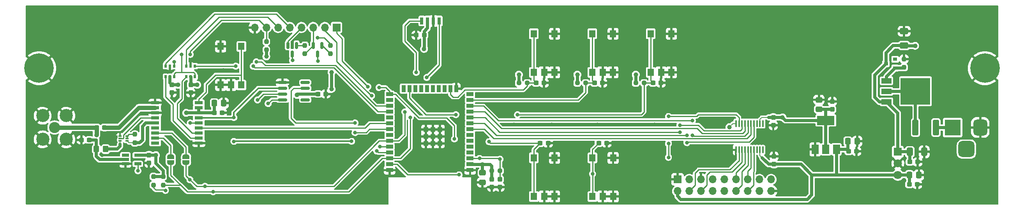
<source format=gtl>
%TF.GenerationSoftware,KiCad,Pcbnew,(6.0.0)*%
%TF.CreationDate,2022-08-27T11:05:42-04:00*%
%TF.ProjectId,VFD GPS Clock,56464420-4750-4532-9043-6c6f636b2e6b,rev?*%
%TF.SameCoordinates,Original*%
%TF.FileFunction,Copper,L1,Top*%
%TF.FilePolarity,Positive*%
%FSLAX46Y46*%
G04 Gerber Fmt 4.6, Leading zero omitted, Abs format (unit mm)*
G04 Created by KiCad (PCBNEW (6.0.0)) date 2022-08-27 11:05:42*
%MOMM*%
%LPD*%
G01*
G04 APERTURE LIST*
G04 Aperture macros list*
%AMRoundRect*
0 Rectangle with rounded corners*
0 $1 Rounding radius*
0 $2 $3 $4 $5 $6 $7 $8 $9 X,Y pos of 4 corners*
0 Add a 4 corners polygon primitive as box body*
4,1,4,$2,$3,$4,$5,$6,$7,$8,$9,$2,$3,0*
0 Add four circle primitives for the rounded corners*
1,1,$1+$1,$2,$3*
1,1,$1+$1,$4,$5*
1,1,$1+$1,$6,$7*
1,1,$1+$1,$8,$9*
0 Add four rect primitives between the rounded corners*
20,1,$1+$1,$2,$3,$4,$5,0*
20,1,$1+$1,$4,$5,$6,$7,0*
20,1,$1+$1,$6,$7,$8,$9,0*
20,1,$1+$1,$8,$9,$2,$3,0*%
%AMFreePoly0*
4,1,22,0.500000,-0.750000,0.000000,-0.750000,0.000000,-0.745033,-0.079941,-0.743568,-0.215256,-0.701293,-0.333266,-0.622738,-0.424486,-0.514219,-0.481581,-0.384460,-0.499164,-0.250000,-0.500000,-0.250000,-0.500000,0.250000,-0.499164,0.250000,-0.499963,0.256109,-0.478152,0.396186,-0.417904,0.524511,-0.324060,0.630769,-0.204165,0.706417,-0.067858,0.745374,0.000000,0.744959,0.000000,0.750000,
0.500000,0.750000,0.500000,-0.750000,0.500000,-0.750000,$1*%
%AMFreePoly1*
4,1,20,0.000000,0.744959,0.073905,0.744508,0.209726,0.703889,0.328688,0.626782,0.421226,0.519385,0.479903,0.390333,0.500000,0.250000,0.500000,-0.250000,0.499851,-0.262216,0.476331,-0.402017,0.414519,-0.529596,0.319384,-0.634700,0.198574,-0.708877,0.061801,-0.746166,0.000000,-0.745033,0.000000,-0.750000,-0.500000,-0.750000,-0.500000,0.750000,0.000000,0.750000,0.000000,0.744959,
0.000000,0.744959,$1*%
G04 Aperture macros list end*
%TA.AperFunction,SMDPad,CuDef*%
%ADD10RoundRect,0.237500X-0.250000X-0.237500X0.250000X-0.237500X0.250000X0.237500X-0.250000X0.237500X0*%
%TD*%
%TA.AperFunction,SMDPad,CuDef*%
%ADD11RoundRect,0.237500X-0.237500X0.300000X-0.237500X-0.300000X0.237500X-0.300000X0.237500X0.300000X0*%
%TD*%
%TA.AperFunction,SMDPad,CuDef*%
%ADD12RoundRect,0.237500X-0.300000X-0.237500X0.300000X-0.237500X0.300000X0.237500X-0.300000X0.237500X0*%
%TD*%
%TA.AperFunction,SMDPad,CuDef*%
%ADD13FreePoly0,90.000000*%
%TD*%
%TA.AperFunction,SMDPad,CuDef*%
%ADD14FreePoly1,90.000000*%
%TD*%
%TA.AperFunction,SMDPad,CuDef*%
%ADD15RoundRect,0.237500X0.300000X0.237500X-0.300000X0.237500X-0.300000X-0.237500X0.300000X-0.237500X0*%
%TD*%
%TA.AperFunction,SMDPad,CuDef*%
%ADD16RoundRect,0.237500X-0.237500X0.250000X-0.237500X-0.250000X0.237500X-0.250000X0.237500X0.250000X0*%
%TD*%
%TA.AperFunction,SMDPad,CuDef*%
%ADD17RoundRect,0.237500X0.237500X-0.250000X0.237500X0.250000X-0.237500X0.250000X-0.237500X-0.250000X0*%
%TD*%
%TA.AperFunction,SMDPad,CuDef*%
%ADD18R,1.400000X1.600000*%
%TD*%
%TA.AperFunction,SMDPad,CuDef*%
%ADD19R,0.510000X0.700000*%
%TD*%
%TA.AperFunction,SMDPad,CuDef*%
%ADD20RoundRect,0.150000X-0.150000X0.587500X-0.150000X-0.587500X0.150000X-0.587500X0.150000X0.587500X0*%
%TD*%
%TA.AperFunction,SMDPad,CuDef*%
%ADD21RoundRect,0.100000X-0.100000X0.637500X-0.100000X-0.637500X0.100000X-0.637500X0.100000X0.637500X0*%
%TD*%
%TA.AperFunction,SMDPad,CuDef*%
%ADD22R,2.200000X1.200000*%
%TD*%
%TA.AperFunction,SMDPad,CuDef*%
%ADD23R,6.400000X5.800000*%
%TD*%
%TA.AperFunction,SMDPad,CuDef*%
%ADD24RoundRect,0.250000X0.475000X-0.337500X0.475000X0.337500X-0.475000X0.337500X-0.475000X-0.337500X0*%
%TD*%
%TA.AperFunction,SMDPad,CuDef*%
%ADD25R,1.560000X0.650000*%
%TD*%
%TA.AperFunction,SMDPad,CuDef*%
%ADD26R,1.500000X0.900000*%
%TD*%
%TA.AperFunction,SMDPad,CuDef*%
%ADD27R,0.900000X1.500000*%
%TD*%
%TA.AperFunction,SMDPad,CuDef*%
%ADD28R,1.050000X1.050000*%
%TD*%
%TA.AperFunction,SMDPad,CuDef*%
%ADD29RoundRect,0.250000X-0.337500X-0.475000X0.337500X-0.475000X0.337500X0.475000X-0.337500X0.475000X0*%
%TD*%
%TA.AperFunction,SMDPad,CuDef*%
%ADD30R,0.700000X1.600000*%
%TD*%
%TA.AperFunction,SMDPad,CuDef*%
%ADD31RoundRect,0.250000X-0.412500X-0.650000X0.412500X-0.650000X0.412500X0.650000X-0.412500X0.650000X0*%
%TD*%
%TA.AperFunction,SMDPad,CuDef*%
%ADD32RoundRect,0.237500X0.237500X-0.300000X0.237500X0.300000X-0.237500X0.300000X-0.237500X-0.300000X0*%
%TD*%
%TA.AperFunction,ComponentPad*%
%ADD33R,1.700000X1.700000*%
%TD*%
%TA.AperFunction,ComponentPad*%
%ADD34O,1.700000X1.700000*%
%TD*%
%TA.AperFunction,SMDPad,CuDef*%
%ADD35RoundRect,0.250000X-0.650000X0.412500X-0.650000X-0.412500X0.650000X-0.412500X0.650000X0.412500X0*%
%TD*%
%TA.AperFunction,SMDPad,CuDef*%
%ADD36RoundRect,0.250000X0.400000X1.450000X-0.400000X1.450000X-0.400000X-1.450000X0.400000X-1.450000X0*%
%TD*%
%TA.AperFunction,SMDPad,CuDef*%
%ADD37RoundRect,0.250000X-0.350000X-0.450000X0.350000X-0.450000X0.350000X0.450000X-0.350000X0.450000X0*%
%TD*%
%TA.AperFunction,SMDPad,CuDef*%
%ADD38RoundRect,0.160000X-0.160000X0.222500X-0.160000X-0.222500X0.160000X-0.222500X0.160000X0.222500X0*%
%TD*%
%TA.AperFunction,SMDPad,CuDef*%
%ADD39R,0.900000X0.800000*%
%TD*%
%TA.AperFunction,ComponentPad*%
%ADD40C,6.400000*%
%TD*%
%TA.AperFunction,SMDPad,CuDef*%
%ADD41R,1.800000X0.700000*%
%TD*%
%TA.AperFunction,SMDPad,CuDef*%
%ADD42R,1.800000X0.800000*%
%TD*%
%TA.AperFunction,SMDPad,CuDef*%
%ADD43RoundRect,0.250000X0.337500X0.475000X-0.337500X0.475000X-0.337500X-0.475000X0.337500X-0.475000X0*%
%TD*%
%TA.AperFunction,SMDPad,CuDef*%
%ADD44RoundRect,0.150000X0.825000X0.150000X-0.825000X0.150000X-0.825000X-0.150000X0.825000X-0.150000X0*%
%TD*%
%TA.AperFunction,ComponentPad*%
%ADD45R,1.800000X1.800000*%
%TD*%
%TA.AperFunction,ComponentPad*%
%ADD46C,1.800000*%
%TD*%
%TA.AperFunction,SMDPad,CuDef*%
%ADD47R,1.500000X2.000000*%
%TD*%
%TA.AperFunction,SMDPad,CuDef*%
%ADD48R,3.800000X2.000000*%
%TD*%
%TA.AperFunction,SMDPad,CuDef*%
%ADD49R,0.700000X0.340000*%
%TD*%
%TA.AperFunction,ComponentPad*%
%ADD50R,3.500000X3.500000*%
%TD*%
%TA.AperFunction,ComponentPad*%
%ADD51RoundRect,0.750000X0.750000X1.000000X-0.750000X1.000000X-0.750000X-1.000000X0.750000X-1.000000X0*%
%TD*%
%TA.AperFunction,ComponentPad*%
%ADD52RoundRect,0.875000X0.875000X0.875000X-0.875000X0.875000X-0.875000X-0.875000X0.875000X-0.875000X0*%
%TD*%
%TA.AperFunction,ComponentPad*%
%ADD53C,2.400000*%
%TD*%
%TA.AperFunction,ComponentPad*%
%ADD54C,2.850000*%
%TD*%
%TA.AperFunction,ViaPad*%
%ADD55C,0.800000*%
%TD*%
%TA.AperFunction,ViaPad*%
%ADD56C,1.000000*%
%TD*%
%TA.AperFunction,Conductor*%
%ADD57C,0.350000*%
%TD*%
%TA.AperFunction,Conductor*%
%ADD58C,0.650000*%
%TD*%
%TA.AperFunction,Conductor*%
%ADD59C,0.200000*%
%TD*%
%TA.AperFunction,Conductor*%
%ADD60C,0.925000*%
%TD*%
%TA.AperFunction,Conductor*%
%ADD61C,0.250000*%
%TD*%
G04 APERTURE END LIST*
D10*
%TO.P,R11,1*%
%TO.N,+3V3*%
X140187500Y-117200000D03*
%TO.P,R11,2*%
%TO.N,/SW2*%
X142012500Y-117200000D03*
%TD*%
D11*
%TO.P,C24,1*%
%TO.N,+3V3*%
X182775000Y-124712500D03*
%TO.P,C24,2*%
%TO.N,GND*%
X182775000Y-126437500D03*
%TD*%
D12*
%TO.P,C16,1*%
%TO.N,+5V*%
X199137500Y-132100000D03*
%TO.P,C16,2*%
%TO.N,GND*%
X200862500Y-132100000D03*
%TD*%
D13*
%TO.P,JP1,1,A*%
%TO.N,/SDA*%
X55175000Y-134525000D03*
D14*
%TO.P,JP1,2,B*%
%TO.N,Net-(JP1-Pad2)*%
X55175000Y-133225000D03*
%TD*%
D15*
%TO.P,C21,1*%
%TO.N,GND*%
X133862500Y-130300000D03*
%TO.P,C21,2*%
%TO.N,/IO0*%
X132137500Y-130300000D03*
%TD*%
D16*
%TO.P,R6,1*%
%TO.N,Net-(J3-Pad4)*%
X86575000Y-109012500D03*
%TO.P,R6,2*%
%TO.N,Net-(Q4-Pad1)*%
X86575000Y-110837500D03*
%TD*%
D17*
%TO.P,R2,1*%
%TO.N,Net-(Q1-Pad4)*%
X44050000Y-130212500D03*
%TO.P,R2,2*%
%TO.N,Net-(Q1-Pad5)*%
X44050000Y-128387500D03*
%TD*%
D18*
%TO.P,SW1,1*%
%TO.N,GND*%
X62700000Y-117637500D03*
%TO.P,SW1,2*%
%TO.N,Net-(SW1-Pad2)*%
X67200000Y-117637500D03*
%TO.P,SW1,3*%
%TO.N,GND*%
X62700000Y-109237500D03*
%TO.P,SW1,4*%
%TO.N,Net-(SW1-Pad2)*%
X67200000Y-109237500D03*
%TO.P,SW1,5*%
%TO.N,GND*%
X64950000Y-117637500D03*
%TD*%
D19*
%TO.P,U8,1,Y1*%
%TO.N,/U2RX*%
X52625000Y-113540000D03*
%TO.P,U8,2,GND*%
%TO.N,GND*%
X51675000Y-113540000D03*
%TO.P,U8,3,Y0*%
%TO.N,/UBX_TX*%
X50725000Y-113540000D03*
%TO.P,U8,4,Z*%
%TO.N,Net-(U2-Pad2)*%
X50725000Y-115860000D03*
%TO.P,U8,5,VCC*%
%TO.N,+3V3*%
X51675000Y-115860000D03*
%TO.P,U8,6,S*%
%TO.N,/UBX_SER_ENABLE*%
X52625000Y-115860000D03*
%TD*%
D18*
%TO.P,SW5,1*%
%TO.N,/SW2*%
X143450000Y-114900000D03*
%TO.P,SW5,2*%
%TO.N,GND*%
X147950000Y-114900000D03*
%TO.P,SW5,3*%
%TO.N,/SW2*%
X143450000Y-106500000D03*
%TO.P,SW5,4*%
%TO.N,GND*%
X147950000Y-106500000D03*
%TO.P,SW5,5*%
X145700000Y-114900000D03*
%TD*%
D20*
%TO.P,Q3,1,B*%
%TO.N,Net-(Q3-Pad1)*%
X79200000Y-109012500D03*
%TO.P,Q3,2,E*%
%TO.N,Net-(J3-Pad4)*%
X77300000Y-109012500D03*
%TO.P,Q3,3,C*%
%TO.N,/EN*%
X78250000Y-110887500D03*
%TD*%
D21*
%TO.P,U9,1,A1*%
%TO.N,unconnected-(U9-Pad1)*%
X180525000Y-126037500D03*
%TO.P,U9,2,VCCA*%
%TO.N,+3V3*%
X179875000Y-126037500D03*
%TO.P,U9,3,A2*%
%TO.N,unconnected-(U9-Pad3)*%
X179225000Y-126037500D03*
%TO.P,U9,4,A3*%
%TO.N,Net-(U1-Pad9)*%
X178575000Y-126037500D03*
%TO.P,U9,5,A4*%
%TO.N,Net-(U1-Pad8)*%
X177925000Y-126037500D03*
%TO.P,U9,6,A5*%
%TO.N,Net-(U1-Pad12)*%
X177275000Y-126037500D03*
%TO.P,U9,7,A6*%
%TO.N,Net-(U1-Pad11)*%
X176625000Y-126037500D03*
%TO.P,U9,8,A7*%
%TO.N,Net-(U1-Pad10)*%
X175975000Y-126037500D03*
%TO.P,U9,9,A8*%
%TO.N,Net-(U1-Pad37)*%
X175325000Y-126037500D03*
%TO.P,U9,10,OE*%
%TO.N,+3V3*%
X174675000Y-126037500D03*
%TO.P,U9,11,GND*%
%TO.N,GND*%
X174675000Y-131762500D03*
%TO.P,U9,12,B8*%
%TO.N,Net-(J4-Pad4)*%
X175325000Y-131762500D03*
%TO.P,U9,13,B7*%
%TO.N,Net-(J4-Pad6)*%
X175975000Y-131762500D03*
%TO.P,U9,14,B6*%
%TO.N,Net-(J4-Pad11)*%
X176625000Y-131762500D03*
%TO.P,U9,15,B5*%
%TO.N,Net-(J4-Pad12)*%
X177275000Y-131762500D03*
%TO.P,U9,16,B4*%
%TO.N,Net-(J4-Pad13)*%
X177925000Y-131762500D03*
%TO.P,U9,17,B3*%
%TO.N,Net-(J4-Pad14)*%
X178575000Y-131762500D03*
%TO.P,U9,18,B2*%
%TO.N,unconnected-(U9-Pad18)*%
X179225000Y-131762500D03*
%TO.P,U9,19,VCCB*%
%TO.N,+5V*%
X179875000Y-131762500D03*
%TO.P,U9,20,B1*%
%TO.N,unconnected-(U9-Pad20)*%
X180525000Y-131762500D03*
%TD*%
D22*
%TO.P,Q2,1,G*%
%TO.N,Net-(D1-Pad2)*%
X207375000Y-116745000D03*
D23*
%TO.P,Q2,2,D*%
%TO.N,Net-(F1-Pad2)*%
X213675000Y-119025000D03*
D22*
X207375000Y-119025000D03*
%TO.P,Q2,3,S*%
%TO.N,+24V*%
X207375000Y-121305000D03*
%TD*%
D12*
%TO.P,C23,1*%
%TO.N,/EN*%
X144862500Y-130300000D03*
%TO.P,C23,2*%
%TO.N,GND*%
X146587500Y-130300000D03*
%TD*%
%TO.P,C14,1*%
%TO.N,+5V*%
X212337500Y-139300000D03*
%TO.P,C14,2*%
%TO.N,GND*%
X214062500Y-139300000D03*
%TD*%
D24*
%TO.P,C6,1*%
%TO.N,+3V3*%
X192700000Y-122937500D03*
%TO.P,C6,2*%
%TO.N,GND*%
X192700000Y-120862500D03*
%TD*%
D16*
%TO.P,R9,1*%
%TO.N,+3V3*%
X50200000Y-137587500D03*
%TO.P,R9,2*%
%TO.N,/SCL*%
X50200000Y-139412500D03*
%TD*%
D25*
%TO.P,U6,1*%
%TO.N,N/C*%
X42000000Y-132925000D03*
%TO.P,U6,2*%
%TO.N,Net-(C9-Pad2)*%
X42000000Y-133875000D03*
%TO.P,U6,3,GND*%
%TO.N,GND*%
X42000000Y-134825000D03*
%TO.P,U6,4*%
%TO.N,Net-(U2-Pad5)*%
X44700000Y-134825000D03*
%TO.P,U6,5,VCC*%
%TO.N,+3V3*%
X44700000Y-132925000D03*
%TD*%
D20*
%TO.P,Q4,1,B*%
%TO.N,Net-(Q4-Pad1)*%
X84700000Y-109012500D03*
%TO.P,Q4,2,E*%
%TO.N,Net-(J3-Pad3)*%
X82800000Y-109012500D03*
%TO.P,Q4,3,C*%
%TO.N,/IO0*%
X83750000Y-110887500D03*
%TD*%
D26*
%TO.P,U1,1,GND*%
%TO.N,GND*%
X116900000Y-136185000D03*
%TO.P,U1,2,3V3*%
%TO.N,+3V3*%
X116900000Y-134915000D03*
%TO.P,U1,3,EN/CHIP_PU*%
%TO.N,/EN*%
X116900000Y-133645000D03*
%TO.P,U1,4,SENSOR_VP/GPIO36/ADC1_CH0*%
%TO.N,unconnected-(U1-Pad4)*%
X116900000Y-132375000D03*
%TO.P,U1,5,SENSOR_VN/GPIO39/ADC1_CH3*%
%TO.N,unconnected-(U1-Pad5)*%
X116900000Y-131105000D03*
%TO.P,U1,6,GPIO34/ADC1_CH6*%
%TO.N,unconnected-(U1-Pad6)*%
X116900000Y-129835000D03*
%TO.P,U1,7,GPIO35/ADC1_CH7*%
%TO.N,unconnected-(U1-Pad7)*%
X116900000Y-128565000D03*
%TO.P,U1,8,32K_XP/GPIO32/ADC1_CH4*%
%TO.N,Net-(U1-Pad8)*%
X116900000Y-127295000D03*
%TO.P,U1,9,32K_XN/GPIO33/ADC1_CH5*%
%TO.N,Net-(U1-Pad9)*%
X116900000Y-126025000D03*
%TO.P,U1,10,DAC_1/ADC2_CH8/GPIO25*%
%TO.N,Net-(U1-Pad10)*%
X116900000Y-124755000D03*
%TO.P,U1,11,DAC_2/ADC2_CH9/GPIO26*%
%TO.N,Net-(U1-Pad11)*%
X116900000Y-123485000D03*
%TO.P,U1,12,ADC2_CH7/GPIO27*%
%TO.N,Net-(U1-Pad12)*%
X116900000Y-122215000D03*
%TO.P,U1,13,MTMS/GPIO14/ADC2_CH6*%
%TO.N,/SW2*%
X116900000Y-120945000D03*
%TO.P,U1,14,MTDI/GPIO12/ADC2_CH5*%
%TO.N,unconnected-(U1-Pad14)*%
X116900000Y-119675000D03*
D27*
%TO.P,U1,15,GND*%
%TO.N,GND*%
X113870000Y-118425000D03*
%TO.P,U1,16,MTCK/GPIO13/ADC2_CH4*%
%TO.N,/SW1*%
X112600000Y-118425000D03*
%TO.P,U1,17,NC*%
%TO.N,unconnected-(U1-Pad17)*%
X111330000Y-118425000D03*
%TO.P,U1,18,NC*%
%TO.N,unconnected-(U1-Pad18)*%
X110060000Y-118425000D03*
%TO.P,U1,19,NC*%
%TO.N,unconnected-(U1-Pad19)*%
X108790000Y-118425000D03*
%TO.P,U1,20,NC*%
%TO.N,unconnected-(U1-Pad20)*%
X107520000Y-118425000D03*
%TO.P,U1,21,NC*%
%TO.N,unconnected-(U1-Pad21)*%
X106250000Y-118425000D03*
%TO.P,U1,22,NC*%
%TO.N,unconnected-(U1-Pad22)*%
X104980000Y-118425000D03*
%TO.P,U1,23,MTDO/GPIO15/ADC2_CH3*%
%TO.N,/SW3*%
X103710000Y-118425000D03*
%TO.P,U1,24,ADC2_CH2/GPIO2*%
%TO.N,unconnected-(U1-Pad24)*%
X102440000Y-118425000D03*
D26*
%TO.P,U1,25,GPIO0/BOOT/ADC2_CH1*%
%TO.N,/IO0*%
X99400000Y-119675000D03*
%TO.P,U1,26,ADC2_CH0/GPIO4*%
%TO.N,unconnected-(U1-Pad26)*%
X99400000Y-120945000D03*
%TO.P,U1,27,GPIO16*%
%TO.N,/U2RX*%
X99400000Y-122215000D03*
%TO.P,U1,28,GPIO17*%
%TO.N,/U2TX*%
X99400000Y-123485000D03*
%TO.P,U1,29,GPIO5*%
%TO.N,unconnected-(U1-Pad29)*%
X99400000Y-124755000D03*
%TO.P,U1,30,GPIO18*%
%TO.N,/UBX_INT*%
X99400000Y-126025000D03*
%TO.P,U1,31,GPIO19*%
%TO.N,/RTC_INT*%
X99400000Y-127295000D03*
%TO.P,U1,32,NC*%
%TO.N,unconnected-(U1-Pad32)*%
X99400000Y-128565000D03*
%TO.P,U1,33,GPIO21*%
%TO.N,/SDA*%
X99400000Y-129835000D03*
%TO.P,U1,34,U0RXD/GPIO3*%
%TO.N,/U0RX*%
X99400000Y-131105000D03*
%TO.P,U1,35,U0TXD/GPIO1*%
%TO.N,/U0TX*%
X99400000Y-132375000D03*
%TO.P,U1,36,GPIO22*%
%TO.N,/SCL*%
X99400000Y-133645000D03*
%TO.P,U1,37,GPIO23*%
%TO.N,Net-(U1-Pad37)*%
X99400000Y-134915000D03*
%TO.P,U1,38,GND*%
%TO.N,GND*%
X99400000Y-136185000D03*
D28*
%TO.P,U1,39,GND_THERMAL*%
X108830000Y-130370000D03*
X110355000Y-130370000D03*
X108830000Y-128845000D03*
X110355000Y-128845000D03*
X107305000Y-127320000D03*
X107305000Y-130370000D03*
X108830000Y-127320000D03*
X107305000Y-128845000D03*
X110355000Y-127320000D03*
%TD*%
D29*
%TO.P,C4,1*%
%TO.N,+5V*%
X212362500Y-137250000D03*
%TO.P,C4,2*%
%TO.N,GND*%
X214437500Y-137250000D03*
%TD*%
D30*
%TO.P,U10,1,SCL*%
%TO.N,/SCL*%
X106395000Y-103700000D03*
%TO.P,U10,2,VDD*%
%TO.N,+3V3*%
X107665000Y-103700000D03*
%TO.P,U10,3,GND*%
%TO.N,GND*%
X108935000Y-103700000D03*
%TO.P,U10,4,SDA*%
%TO.N,/SDA*%
X110205000Y-103700000D03*
%TD*%
D12*
%TO.P,C28,1*%
%TO.N,/SW2*%
X143937500Y-117200000D03*
%TO.P,C28,2*%
%TO.N,GND*%
X145662500Y-117200000D03*
%TD*%
D31*
%TO.P,C3,1*%
%TO.N,+24V*%
X212437500Y-132200000D03*
%TO.P,C3,2*%
%TO.N,GND*%
X215562500Y-132200000D03*
%TD*%
D17*
%TO.P,R5,1*%
%TO.N,Net-(J3-Pad3)*%
X81000000Y-110837500D03*
%TO.P,R5,2*%
%TO.N,Net-(Q3-Pad1)*%
X81000000Y-109012500D03*
%TD*%
D10*
%TO.P,R7,1*%
%TO.N,+3V3*%
X121587500Y-136300000D03*
%TO.P,R7,2*%
%TO.N,/EN*%
X123412500Y-136300000D03*
%TD*%
D32*
%TO.P,C17,1*%
%TO.N,GND*%
X52125000Y-119312500D03*
%TO.P,C17,2*%
%TO.N,+3V3*%
X52125000Y-117587500D03*
%TD*%
D33*
%TO.P,J3,1,Pin_1*%
%TO.N,/U0TX*%
X87875000Y-105125000D03*
D34*
%TO.P,J3,2,Pin_2*%
%TO.N,/U0RX*%
X85335000Y-105125000D03*
%TO.P,J3,3,Pin_3*%
%TO.N,Net-(J3-Pad3)*%
X82795000Y-105125000D03*
%TO.P,J3,4,Pin_4*%
%TO.N,Net-(J3-Pad4)*%
X80255000Y-105125000D03*
%TO.P,J3,5,Pin_5*%
%TO.N,/UBX_TX*%
X77715000Y-105125000D03*
%TO.P,J3,6,Pin_6*%
%TO.N,/UBX_RX*%
X75175000Y-105125000D03*
%TO.P,J3,7,Pin_7*%
%TO.N,/UBX_SER_ENABLE*%
X72635000Y-105125000D03*
%TO.P,J3,8,Pin_8*%
%TO.N,GND*%
X70095000Y-105125000D03*
%TD*%
D18*
%TO.P,SW4,1*%
%TO.N,/SW1*%
X130750000Y-114900000D03*
%TO.P,SW4,2*%
%TO.N,GND*%
X135250000Y-114900000D03*
%TO.P,SW4,3*%
%TO.N,/SW1*%
X130750000Y-106500000D03*
%TO.P,SW4,4*%
%TO.N,GND*%
X135250000Y-106500000D03*
%TO.P,SW4,5*%
X133000000Y-114900000D03*
%TD*%
D35*
%TO.P,C2,1*%
%TO.N,GND*%
X211200000Y-105937500D03*
%TO.P,C2,2*%
%TO.N,+24V*%
X211200000Y-109062500D03*
%TD*%
D12*
%TO.P,C27,1*%
%TO.N,/SW1*%
X131237500Y-117200000D03*
%TO.P,C27,2*%
%TO.N,GND*%
X132962500Y-117200000D03*
%TD*%
D36*
%TO.P,F1,1*%
%TO.N,Net-(F1-Pad1)*%
X218125000Y-126900000D03*
%TO.P,F1,2*%
%TO.N,Net-(F1-Pad2)*%
X213675000Y-126900000D03*
%TD*%
D37*
%TO.P,R1,1*%
%TO.N,Net-(C9-Pad2)*%
X35700000Y-131600000D03*
%TO.P,R1,2*%
%TO.N,Net-(Q1-Pad3)*%
X37700000Y-131600000D03*
%TD*%
D18*
%TO.P,SW6,1*%
%TO.N,/SW3*%
X156150000Y-114900000D03*
%TO.P,SW6,2*%
%TO.N,GND*%
X160650000Y-114900000D03*
%TO.P,SW6,3*%
%TO.N,/SW3*%
X156150000Y-106500000D03*
%TO.P,SW6,4*%
%TO.N,GND*%
X160650000Y-106500000D03*
%TO.P,SW6,5*%
X158400000Y-114900000D03*
%TD*%
D16*
%TO.P,R4,1*%
%TO.N,/UBX_SER_ENABLE*%
X72625000Y-108187500D03*
%TO.P,R4,2*%
%TO.N,+3V3*%
X72625000Y-110012500D03*
%TD*%
D18*
%TO.P,SW3,1*%
%TO.N,/EN*%
X143475000Y-141912500D03*
%TO.P,SW3,2*%
%TO.N,GND*%
X147975000Y-141912500D03*
%TO.P,SW3,3*%
%TO.N,/EN*%
X143475000Y-133512500D03*
%TO.P,SW3,4*%
%TO.N,GND*%
X147975000Y-133512500D03*
%TO.P,SW3,5*%
X145725000Y-141912500D03*
%TD*%
D11*
%TO.P,C20,1*%
%TO.N,+3V3*%
X121600000Y-138137500D03*
%TO.P,C20,2*%
%TO.N,GND*%
X121600000Y-139862500D03*
%TD*%
D38*
%TO.P,L1,1,1*%
%TO.N,Net-(C10-Pad1)*%
X35700000Y-128527500D03*
%TO.P,L1,2,2*%
%TO.N,Net-(C9-Pad2)*%
X35700000Y-129672500D03*
%TD*%
D39*
%TO.P,D1,*%
%TO.N,*%
X209250000Y-112050000D03*
%TO.P,D1,1,K*%
%TO.N,+24V*%
X207250000Y-113000000D03*
%TO.P,D1,2,A*%
%TO.N,Net-(D1-Pad2)*%
X209250000Y-113950000D03*
%TD*%
D10*
%TO.P,R12,1*%
%TO.N,+3V3*%
X152887500Y-117200000D03*
%TO.P,R12,2*%
%TO.N,/SW3*%
X154712500Y-117200000D03*
%TD*%
D24*
%TO.P,C8,1*%
%TO.N,GND*%
X119600000Y-138837500D03*
%TO.P,C8,2*%
%TO.N,+3V3*%
X119600000Y-136762500D03*
%TD*%
D17*
%TO.P,R3,1*%
%TO.N,Net-(D1-Pad2)*%
X211200000Y-113812500D03*
%TO.P,R3,2*%
%TO.N,GND*%
X211200000Y-111987500D03*
%TD*%
D40*
%TO.P,H1,1,1*%
%TO.N,GND*%
X23250000Y-114000000D03*
%TD*%
D32*
%TO.P,C18,1*%
%TO.N,GND*%
X56200000Y-119312500D03*
%TO.P,C18,2*%
%TO.N,+3V3*%
X56200000Y-117587500D03*
%TD*%
%TO.P,C15,1*%
%TO.N,GND*%
X47125000Y-134637500D03*
%TO.P,C15,2*%
%TO.N,+3V3*%
X47125000Y-132912500D03*
%TD*%
D19*
%TO.P,U7,1,Y1*%
%TO.N,/U2TX*%
X57125000Y-113540000D03*
%TO.P,U7,2,GND*%
%TO.N,GND*%
X56175000Y-113540000D03*
%TO.P,U7,3,Y0*%
%TO.N,/UBX_RX*%
X55225000Y-113540000D03*
%TO.P,U7,4,Z*%
%TO.N,Net-(U2-Pad3)*%
X55225000Y-115860000D03*
%TO.P,U7,5,VCC*%
%TO.N,+3V3*%
X56175000Y-115860000D03*
%TO.P,U7,6,S*%
%TO.N,/UBX_SER_ENABLE*%
X57125000Y-115860000D03*
%TD*%
D32*
%TO.P,C25,1*%
%TO.N,+5V*%
X182925000Y-134887500D03*
%TO.P,C25,2*%
%TO.N,GND*%
X182925000Y-133162500D03*
%TD*%
D41*
%TO.P,U2,1,GND*%
%TO.N,GND*%
X57950000Y-130300000D03*
D42*
%TO.P,U2,2,TXD*%
%TO.N,Net-(U2-Pad2)*%
X57950000Y-129200000D03*
%TO.P,U2,3,RXD*%
%TO.N,Net-(U2-Pad3)*%
X57950000Y-128100000D03*
%TO.P,U2,4,TIMEPULSE*%
%TO.N,/UBX_INT*%
X57950000Y-127000000D03*
%TO.P,U2,5,EXTINT*%
%TO.N,Net-(U2-Pad5)*%
X57950000Y-125900000D03*
%TO.P,U2,6,V_BCKP*%
%TO.N,+BATT*%
X57950000Y-124800000D03*
%TO.P,U2,7,VCC_IO*%
%TO.N,+3V3*%
X57950000Y-123700000D03*
%TO.P,U2,8,VCC*%
X57950000Y-122600000D03*
D41*
%TO.P,U2,9,RESET_N*%
%TO.N,Net-(SW1-Pad2)*%
X57950000Y-121500000D03*
%TO.P,U2,10,GND*%
%TO.N,GND*%
X48450000Y-121500000D03*
D42*
%TO.P,U2,11,RF_IN*%
%TO.N,Net-(C10-Pad2)*%
X48450000Y-122600000D03*
%TO.P,U2,12,GND*%
%TO.N,GND*%
X48450000Y-123700000D03*
%TO.P,U2,13,LNA_EN*%
%TO.N,Net-(Q1-Pad2)*%
X48450000Y-124800000D03*
%TO.P,U2,14,VCC_RF*%
%TO.N,Net-(Q1-Pad4)*%
X48450000Y-125900000D03*
%TO.P,U2,15,VIO_SEL*%
%TO.N,unconnected-(U2-Pad15)*%
X48450000Y-127000000D03*
%TO.P,U2,16,SDA*%
%TO.N,Net-(JP1-Pad2)*%
X48450000Y-128100000D03*
%TO.P,U2,17,SCL*%
%TO.N,Net-(JP2-Pad2)*%
X48450000Y-129200000D03*
D41*
%TO.P,U2,18,SAFEBOOT_N*%
%TO.N,unconnected-(U2-Pad18)*%
X48450000Y-130300000D03*
%TD*%
D12*
%TO.P,C11,1*%
%TO.N,+3V3*%
X83812500Y-119600000D03*
%TO.P,C11,2*%
%TO.N,GND*%
X85537500Y-119600000D03*
%TD*%
D43*
%TO.P,C7,1*%
%TO.N,GND*%
X63387500Y-121600000D03*
%TO.P,C7,2*%
%TO.N,+3V3*%
X61312500Y-121600000D03*
%TD*%
D15*
%TO.P,C26,1*%
%TO.N,+3V3*%
X106925000Y-106800000D03*
%TO.P,C26,2*%
%TO.N,GND*%
X105200000Y-106800000D03*
%TD*%
D18*
%TO.P,SW2,1*%
%TO.N,/IO0*%
X130750000Y-141912500D03*
%TO.P,SW2,2*%
%TO.N,GND*%
X135250000Y-141912500D03*
%TO.P,SW2,3*%
%TO.N,/IO0*%
X130750000Y-133512500D03*
%TO.P,SW2,4*%
%TO.N,GND*%
X135250000Y-133512500D03*
%TO.P,SW2,5*%
X133000000Y-141912500D03*
%TD*%
D15*
%TO.P,C13,1*%
%TO.N,GND*%
X63037500Y-123700000D03*
%TO.P,C13,2*%
%TO.N,+3V3*%
X61312500Y-123700000D03*
%TD*%
D17*
%TO.P,R8,1*%
%TO.N,/SDA*%
X48100000Y-139425000D03*
%TO.P,R8,2*%
%TO.N,+3V3*%
X48100000Y-137600000D03*
%TD*%
D12*
%TO.P,C10,1*%
%TO.N,Net-(C10-Pad1)*%
X35737500Y-126900000D03*
%TO.P,C10,2*%
%TO.N,Net-(C10-Pad2)*%
X37462500Y-126900000D03*
%TD*%
D44*
%TO.P,U5,1,32KHZ*%
%TO.N,unconnected-(U5-Pad1)*%
X81075000Y-120880000D03*
%TO.P,U5,2,VCC*%
%TO.N,+3V3*%
X81075000Y-119610000D03*
%TO.P,U5,3,~{INT}/SQW*%
%TO.N,/RTC_INT*%
X81075000Y-118340000D03*
%TO.P,U5,4,~{RST}*%
%TO.N,unconnected-(U5-Pad4)*%
X81075000Y-117070000D03*
%TO.P,U5,5,GND*%
%TO.N,GND*%
X76125000Y-117070000D03*
%TO.P,U5,6,VBAT*%
%TO.N,+BATT*%
X76125000Y-118340000D03*
%TO.P,U5,7,SDA*%
%TO.N,/SDA*%
X76125000Y-119610000D03*
%TO.P,U5,8,SCL*%
%TO.N,/SCL*%
X76125000Y-120880000D03*
%TD*%
D12*
%TO.P,C9,1*%
%TO.N,GND*%
X32437500Y-129600000D03*
%TO.P,C9,2*%
%TO.N,Net-(C9-Pad2)*%
X34162500Y-129600000D03*
%TD*%
D45*
%TO.P,U3,1,+VIN*%
%TO.N,+24V*%
X209838000Y-132167500D03*
D46*
%TO.P,U3,2,GND/-VOUT*%
%TO.N,GND*%
X209838000Y-134707500D03*
%TO.P,U3,3,+VOUT/GND*%
%TO.N,+5V*%
X209838000Y-137247500D03*
%TD*%
D40*
%TO.P,H2,1,1*%
%TO.N,GND*%
X228750000Y-114000000D03*
%TD*%
D15*
%TO.P,C12,1*%
%TO.N,GND*%
X214162500Y-134400000D03*
%TO.P,C12,2*%
%TO.N,+24V*%
X212437500Y-134400000D03*
%TD*%
D47*
%TO.P,U4,1,GND*%
%TO.N,GND*%
X191900000Y-131650000D03*
D48*
%TO.P,U4,2,VO*%
%TO.N,+3V3*%
X194200000Y-125350000D03*
D47*
X194200000Y-131650000D03*
%TO.P,U4,3,VI*%
%TO.N,+5V*%
X196500000Y-131650000D03*
%TD*%
D11*
%TO.P,C22,1*%
%TO.N,/EN*%
X123400000Y-138137500D03*
%TO.P,C22,2*%
%TO.N,GND*%
X123400000Y-139862500D03*
%TD*%
D49*
%TO.P,Q1,1,S*%
%TO.N,GND*%
X40850000Y-128800000D03*
%TO.P,Q1,2,G*%
%TO.N,Net-(Q1-Pad2)*%
X40850000Y-129300000D03*
%TO.P,Q1,3,D*%
%TO.N,Net-(Q1-Pad3)*%
X40850000Y-129800000D03*
%TO.P,Q1,4,S*%
%TO.N,Net-(Q1-Pad4)*%
X42350000Y-129800000D03*
%TO.P,Q1,5,G*%
%TO.N,Net-(Q1-Pad5)*%
X42350000Y-129300000D03*
%TO.P,Q1,6,D*%
X42350000Y-128800000D03*
%TD*%
D10*
%TO.P,R10,1*%
%TO.N,+3V3*%
X127487500Y-117200000D03*
%TO.P,R10,2*%
%TO.N,/SW1*%
X129312500Y-117200000D03*
%TD*%
D32*
%TO.P,C19,1*%
%TO.N,+3V3*%
X195600000Y-122962500D03*
%TO.P,C19,2*%
%TO.N,GND*%
X195600000Y-121237500D03*
%TD*%
D29*
%TO.P,C5,1*%
%TO.N,+5V*%
X198962500Y-129900000D03*
%TO.P,C5,2*%
%TO.N,GND*%
X201037500Y-129900000D03*
%TD*%
D12*
%TO.P,C29,1*%
%TO.N,/SW3*%
X156637500Y-117200000D03*
%TO.P,C29,2*%
%TO.N,GND*%
X158362500Y-117200000D03*
%TD*%
D13*
%TO.P,JP2,1,A*%
%TO.N,/SCL*%
X51850000Y-134525000D03*
D14*
%TO.P,JP2,2,B*%
%TO.N,Net-(JP2-Pad2)*%
X51850000Y-133225000D03*
%TD*%
D33*
%TO.P,J4,1,Pin_1*%
%TO.N,GND*%
X161975000Y-138200000D03*
D34*
%TO.P,J4,2,Pin_2*%
%TO.N,+5V*%
X161975000Y-140740000D03*
%TO.P,J4,3,Pin_3*%
%TO.N,unconnected-(J4-Pad3)*%
X164515000Y-138200000D03*
%TO.P,J4,4,Pin_4*%
%TO.N,Net-(J4-Pad4)*%
X164515000Y-140740000D03*
%TO.P,J4,5,Pin_5*%
%TO.N,GND*%
X167055000Y-138200000D03*
%TO.P,J4,6,Pin_6*%
%TO.N,Net-(J4-Pad6)*%
X167055000Y-140740000D03*
%TO.P,J4,7,Pin_7*%
%TO.N,unconnected-(J4-Pad7)*%
X169595000Y-138200000D03*
%TO.P,J4,8,Pin_8*%
%TO.N,unconnected-(J4-Pad8)*%
X169595000Y-140740000D03*
%TO.P,J4,9,Pin_9*%
%TO.N,unconnected-(J4-Pad9)*%
X172135000Y-138200000D03*
%TO.P,J4,10,Pin_10*%
%TO.N,unconnected-(J4-Pad10)*%
X172135000Y-140740000D03*
%TO.P,J4,11,Pin_11*%
%TO.N,Net-(J4-Pad11)*%
X174675000Y-138200000D03*
%TO.P,J4,12,Pin_12*%
%TO.N,Net-(J4-Pad12)*%
X174675000Y-140740000D03*
%TO.P,J4,13,Pin_13*%
%TO.N,Net-(J4-Pad13)*%
X177215000Y-138200000D03*
%TO.P,J4,14,Pin_14*%
%TO.N,Net-(J4-Pad14)*%
X177215000Y-140740000D03*
%TO.P,J4,15,Pin_15*%
%TO.N,unconnected-(J4-Pad15)*%
X179755000Y-138200000D03*
%TO.P,J4,16,Pin_16*%
%TO.N,unconnected-(J4-Pad16)*%
X179755000Y-140740000D03*
%TO.P,J4,17,Pin_17*%
%TO.N,+24V*%
X182295000Y-138200000D03*
%TO.P,J4,18,Pin_18*%
%TO.N,GND*%
X182295000Y-140740000D03*
%TD*%
D50*
%TO.P,J1,1*%
%TO.N,Net-(F1-Pad1)*%
X221750000Y-126900000D03*
D51*
%TO.P,J1,2*%
%TO.N,GND*%
X227750000Y-126900000D03*
D52*
%TO.P,J1,3*%
%TO.N,N/C*%
X224750000Y-131600000D03*
%TD*%
D53*
%TO.P,J2,1,In*%
%TO.N,Net-(C10-Pad1)*%
X26600000Y-126900000D03*
D54*
%TO.P,J2,2,Ext*%
%TO.N,GND*%
X24025000Y-124325000D03*
%TO.P,J2,3,Ext*%
X29175000Y-124325000D03*
%TO.P,J2,4,Ext*%
X29175000Y-129475000D03*
%TO.P,J2,5,Ext*%
X24025000Y-129475000D03*
%TD*%
D55*
%TO.N,+BATT*%
X91150000Y-129900000D03*
X65575000Y-124725000D03*
X65575000Y-129925000D03*
%TO.N,GND*%
X108800000Y-125700000D03*
X37000000Y-130100000D03*
X103700000Y-106800000D03*
X39900000Y-132700000D03*
X192200000Y-133900000D03*
X105850000Y-116600000D03*
X109000000Y-112200000D03*
X50300000Y-125800000D03*
X141900000Y-120900000D03*
X37000000Y-128100000D03*
X181700000Y-128300000D03*
X39900000Y-129100000D03*
X51400000Y-122700000D03*
X42800000Y-122800000D03*
X115000000Y-135900000D03*
X32000000Y-125600000D03*
X170000000Y-125700000D03*
X185500000Y-127200000D03*
X57900000Y-131700000D03*
X102200000Y-134500000D03*
X115200000Y-120900000D03*
X56100000Y-130300000D03*
X99175000Y-114850000D03*
X153700000Y-121700000D03*
X56200000Y-121500000D03*
X39900000Y-128100000D03*
X107200000Y-136300000D03*
X181700000Y-130700000D03*
X44200000Y-121400000D03*
X187100000Y-129100000D03*
X70400000Y-123700000D03*
X93700000Y-114700000D03*
X134600000Y-126250000D03*
X75000000Y-110100000D03*
X101325000Y-122000000D03*
X44500000Y-127000000D03*
X38400000Y-129100000D03*
X114975000Y-134725000D03*
X110100000Y-123100000D03*
X107200000Y-132100000D03*
X147800000Y-123200000D03*
X32000000Y-131100000D03*
X42200000Y-131300000D03*
X144525000Y-126250000D03*
X96700000Y-133300000D03*
X115250000Y-130425000D03*
X46200000Y-123850000D03*
X50300000Y-127200000D03*
X121000000Y-121900000D03*
X54200000Y-128800000D03*
X32000000Y-128200000D03*
X112000000Y-130400000D03*
X51400000Y-124700000D03*
X105200000Y-108200000D03*
X80025000Y-107450000D03*
X50325000Y-123850000D03*
X46300000Y-131200000D03*
X108900000Y-105600000D03*
X37000000Y-129100000D03*
X101300000Y-126600000D03*
X104900000Y-120000000D03*
X50325000Y-121500000D03*
X156950000Y-126250000D03*
X112000000Y-127300000D03*
X38000000Y-125600000D03*
X63300000Y-114400000D03*
X38400000Y-128100000D03*
X40000000Y-125600000D03*
X194700000Y-133900000D03*
X36000000Y-125600000D03*
X34000000Y-125600000D03*
X115300000Y-127000000D03*
X36900000Y-132900000D03*
X34000000Y-131100000D03*
X150600000Y-116700000D03*
X53575000Y-136550000D03*
X102700000Y-130400000D03*
X38400000Y-130100000D03*
X126450000Y-126250000D03*
X125700000Y-122000000D03*
X34000000Y-128200000D03*
X52750000Y-120750000D03*
X39900000Y-130100000D03*
X41400000Y-124200000D03*
X88800000Y-139900000D03*
X46200000Y-121300000D03*
X193600000Y-135700000D03*
D56*
%TO.N,+3V3*%
X79300000Y-119800000D03*
X119600000Y-134925000D03*
X48625000Y-132925000D03*
X152900000Y-115400000D03*
X57600000Y-117600000D03*
X86800000Y-118500000D03*
X53425500Y-117600000D03*
X140200000Y-115400000D03*
X184800000Y-124700000D03*
X86800000Y-114900000D03*
X55200000Y-123700000D03*
X72625000Y-111425000D03*
X106900000Y-109800000D03*
X173275000Y-126800000D03*
X127500000Y-115400000D03*
%TO.N,+24V*%
X213600000Y-109100000D03*
D55*
%TO.N,/IO0*%
X97100000Y-118200000D03*
X113500000Y-129400000D03*
X121000000Y-130000000D03*
X83800000Y-112400000D03*
%TO.N,/EN*%
X123400000Y-133800000D03*
X143500000Y-137000000D03*
X78300000Y-112300000D03*
X118945000Y-133645000D03*
%TO.N,/U0TX*%
X96600000Y-132000000D03*
X94700000Y-118000000D03*
%TO.N,/U0RX*%
X95494122Y-120000000D03*
X97300000Y-131100000D03*
%TO.N,Net-(J3-Pad4)*%
X83750000Y-107325000D03*
%TO.N,/UBX_SER_ENABLE*%
X54175000Y-110975000D03*
X56100000Y-110975000D03*
%TO.N,/SDA*%
X107500000Y-116000000D03*
X102700000Y-123500000D03*
X70700000Y-120900000D03*
X56025000Y-138275000D03*
X59300000Y-139700000D03*
X50700000Y-140600000D03*
%TO.N,/SCL*%
X73000000Y-121700000D03*
X61075000Y-140875000D03*
X105200000Y-114900000D03*
X103900000Y-124700000D03*
%TO.N,Net-(U1-Pad12)*%
X165200000Y-125400000D03*
X165200000Y-128600011D03*
%TO.N,Net-(U1-Pad10)*%
X162500000Y-126375500D03*
X162500000Y-127900500D03*
%TO.N,Net-(U1-Pad9)*%
X164000000Y-128600011D03*
X164000000Y-130200000D03*
%TO.N,/SW3*%
X127200000Y-124100000D03*
X113800000Y-124100000D03*
%TO.N,/U2RX*%
X52625000Y-112575000D03*
X70450000Y-112575000D03*
%TO.N,/U2TX*%
X69750000Y-113550000D03*
X65975000Y-113550000D03*
%TO.N,/RTC_INT*%
X91900000Y-125900000D03*
X91900000Y-128000000D03*
%TO.N,Net-(U1-Pad37)*%
X160000000Y-130400000D03*
X114500000Y-137200000D03*
X160000000Y-133400000D03*
X160000000Y-124500000D03*
%TO.N,Net-(U2-Pad5)*%
X56100000Y-125900000D03*
X44725000Y-136325000D03*
%TD*%
D57*
%TO.N,+BATT*%
X70885000Y-118340000D02*
X76125000Y-118340000D01*
X65575000Y-123650000D02*
X70885000Y-118340000D01*
X65500000Y-124800000D02*
X57950000Y-124800000D01*
X65575000Y-124725000D02*
X65500000Y-124800000D01*
X91150000Y-129900000D02*
X65600000Y-129900000D01*
X65575000Y-124725000D02*
X65575000Y-123650000D01*
X65600000Y-129900000D02*
X65575000Y-129925000D01*
D58*
%TO.N,+3V3*%
X106925000Y-109775000D02*
X106900000Y-109800000D01*
X52125000Y-117587500D02*
X51675000Y-117137500D01*
X127500000Y-117187500D02*
X127487500Y-117200000D01*
X57950000Y-123700000D02*
X61312500Y-123700000D01*
X194437500Y-122937500D02*
X195575000Y-122937500D01*
D59*
X173275000Y-126750000D02*
X173275000Y-126800000D01*
D58*
X194200000Y-128300000D02*
X194200000Y-125350000D01*
X121600000Y-138137500D02*
X121600000Y-136312500D01*
X44700000Y-132925000D02*
X47112500Y-132925000D01*
X152900000Y-117187500D02*
X152887500Y-117200000D01*
X53425500Y-117600000D02*
X53413000Y-117587500D01*
X181800000Y-124700000D02*
X184800000Y-124700000D01*
X81060000Y-119625000D02*
X81075000Y-119610000D01*
X116910000Y-134925000D02*
X116900000Y-134915000D01*
X106925000Y-106000000D02*
X106925000Y-109775000D01*
X72625000Y-110012500D02*
X72625000Y-111425000D01*
X106925000Y-106000000D02*
X107665000Y-105260000D01*
X119600000Y-134925000D02*
X121225000Y-134925000D01*
X194200000Y-131650000D02*
X194200000Y-128300000D01*
X79475000Y-119625000D02*
X81060000Y-119625000D01*
X86800000Y-118500000D02*
X86800000Y-114900000D01*
X48612500Y-132912500D02*
X48625000Y-132925000D01*
X121225000Y-134925000D02*
X121587500Y-135287500D01*
X47112500Y-132925000D02*
X47125000Y-132912500D01*
X185450000Y-125350000D02*
X184800000Y-124700000D01*
X121587500Y-135287500D02*
X121587500Y-136300000D01*
X61312500Y-121600000D02*
X61312500Y-123700000D01*
X55200000Y-123700000D02*
X57950000Y-123700000D01*
X127500000Y-115400000D02*
X127500000Y-117187500D01*
X57950000Y-123700000D02*
X57950000Y-122600000D01*
X48112500Y-137587500D02*
X48100000Y-137600000D01*
X50200000Y-136300000D02*
X50200000Y-137587500D01*
D59*
X179875000Y-125104997D02*
X179875000Y-126037500D01*
D58*
X119600000Y-134925000D02*
X116910000Y-134925000D01*
X53413000Y-117587500D02*
X52125000Y-117587500D01*
D59*
X180279997Y-124700000D02*
X179875000Y-125104997D01*
D58*
X140200000Y-117187500D02*
X140187500Y-117200000D01*
X119600000Y-134925000D02*
X119600000Y-136762500D01*
X107665000Y-105260000D02*
X107665000Y-103700000D01*
X194200000Y-125350000D02*
X185450000Y-125350000D01*
X47125000Y-132912500D02*
X48612500Y-132912500D01*
X140200000Y-115400000D02*
X140200000Y-117187500D01*
X56212500Y-117600000D02*
X56200000Y-117587500D01*
X81075000Y-119610000D02*
X83802500Y-119610000D01*
D59*
X173987500Y-126037500D02*
X173275000Y-126750000D01*
D58*
X57600000Y-117600000D02*
X56212500Y-117600000D01*
X83802500Y-119610000D02*
X83812500Y-119600000D01*
X194437500Y-122937500D02*
X192700000Y-122937500D01*
X194200000Y-123175000D02*
X194437500Y-122937500D01*
X56200000Y-117587500D02*
X56200000Y-115885000D01*
X56200000Y-115885000D02*
X56175000Y-115860000D01*
D59*
X181800000Y-124700000D02*
X180279997Y-124700000D01*
D58*
X152900000Y-115400000D02*
X152900000Y-117187500D01*
X121600000Y-136312500D02*
X121587500Y-136300000D01*
X79300000Y-119800000D02*
X79475000Y-119625000D01*
X50200000Y-137587500D02*
X48112500Y-137587500D01*
X194200000Y-125350000D02*
X194200000Y-123175000D01*
D59*
X174675000Y-126037500D02*
X173987500Y-126037500D01*
D58*
X195575000Y-122937500D02*
X195600000Y-122962500D01*
X48625000Y-134725000D02*
X50200000Y-136300000D01*
X51675000Y-117137500D02*
X51675000Y-115860000D01*
X48625000Y-132925000D02*
X48625000Y-134725000D01*
%TO.N,+5V*%
X196452500Y-137247500D02*
X198652500Y-137247500D01*
X180400000Y-133500000D02*
X181800000Y-134900000D01*
X212337500Y-139300000D02*
X212337500Y-137275000D01*
D59*
X180400000Y-133500000D02*
X179875000Y-132975000D01*
D58*
X162675000Y-142550000D02*
X161975000Y-141850000D01*
X198652500Y-137247500D02*
X209838000Y-137247500D01*
X196500000Y-131650000D02*
X196500000Y-137200000D01*
D59*
X179875000Y-132975000D02*
X179875000Y-131762500D01*
D58*
X198962500Y-131925000D02*
X199137500Y-132100000D01*
X209840500Y-137250000D02*
X209838000Y-137247500D01*
X212362500Y-137250000D02*
X209840500Y-137250000D01*
X196500000Y-137200000D02*
X196452500Y-137247500D01*
X212337500Y-137275000D02*
X212362500Y-137250000D01*
X191147500Y-141552500D02*
X190150000Y-142550000D01*
X198962500Y-129900000D02*
X198962500Y-131925000D01*
X188800000Y-134900000D02*
X191147500Y-137247500D01*
X191147500Y-137247500D02*
X193547500Y-137247500D01*
X161975000Y-141850000D02*
X161975000Y-140740000D01*
X191147500Y-137247500D02*
X191147500Y-141552500D01*
X190150000Y-142550000D02*
X162675000Y-142550000D01*
X198687500Y-131650000D02*
X199137500Y-132100000D01*
X181800000Y-134900000D02*
X188800000Y-134900000D01*
X196500000Y-131650000D02*
X198687500Y-131650000D01*
X193547500Y-137247500D02*
X196452500Y-137247500D01*
%TO.N,+24V*%
X208837500Y-109062500D02*
X211200000Y-109062500D01*
X209838000Y-123768000D02*
X207375000Y-121305000D01*
X207250000Y-113000000D02*
X207250000Y-110650000D01*
X209838000Y-132167500D02*
X209838000Y-123768000D01*
X204800000Y-115450000D02*
X207250000Y-113000000D01*
X213600000Y-109100000D02*
X211237500Y-109100000D01*
X207375000Y-121305000D02*
X205805000Y-121305000D01*
X205805000Y-121305000D02*
X204800000Y-120300000D01*
X204800000Y-120300000D02*
X204800000Y-115450000D01*
X212437500Y-134400000D02*
X212437500Y-132200000D01*
X207250000Y-110650000D02*
X208837500Y-109062500D01*
X209870500Y-132200000D02*
X209838000Y-132167500D01*
X212437500Y-132200000D02*
X209870500Y-132200000D01*
X211237500Y-109100000D02*
X211200000Y-109062500D01*
D60*
%TO.N,Net-(C10-Pad1)*%
X35737500Y-128490000D02*
X35700000Y-128527500D01*
X35737500Y-126900000D02*
X35737500Y-128490000D01*
X26600000Y-126900000D02*
X35737500Y-126900000D01*
D58*
%TO.N,Net-(C9-Pad2)*%
X35700000Y-133175000D02*
X35700000Y-131600000D01*
X35700000Y-131500000D02*
X35600000Y-131600000D01*
X36400000Y-133875000D02*
X35700000Y-133175000D01*
X35700000Y-129672500D02*
X35700000Y-131500000D01*
X42000000Y-133875000D02*
X36400000Y-133875000D01*
X34162500Y-129600000D02*
X35627500Y-129600000D01*
X35627500Y-129600000D02*
X35700000Y-129672500D01*
D61*
%TO.N,/IO0*%
X113500000Y-126500000D02*
X113500000Y-129400000D01*
X99400000Y-119000000D02*
X99400000Y-119675000D01*
X98600000Y-118200000D02*
X99400000Y-119000000D01*
X132137500Y-130300000D02*
X130750000Y-131687500D01*
X100675000Y-119675000D02*
X104600000Y-123600000D01*
X83750000Y-112350000D02*
X83800000Y-112400000D01*
X97100000Y-118200000D02*
X98600000Y-118200000D01*
X130750000Y-133512500D02*
X130750000Y-141912500D01*
X105800000Y-124800000D02*
X111800000Y-124800000D01*
X83750000Y-110887500D02*
X83750000Y-112350000D01*
X121000000Y-130000000D02*
X121300000Y-130300000D01*
X104600000Y-123600000D02*
X105800000Y-124800000D01*
X99400000Y-119675000D02*
X100675000Y-119675000D01*
X121300000Y-130300000D02*
X132137500Y-130300000D01*
X111800000Y-124800000D02*
X113500000Y-126500000D01*
X130750000Y-131687500D02*
X130750000Y-133512500D01*
%TO.N,/EN*%
X143475000Y-131687500D02*
X144862500Y-130300000D01*
X78250000Y-112250000D02*
X78300000Y-112300000D01*
X143500000Y-133568750D02*
X143500000Y-137231250D01*
X143500000Y-137231250D02*
X143500000Y-141968750D01*
X123400000Y-133800000D02*
X123245000Y-133645000D01*
X118945000Y-133645000D02*
X116900000Y-133645000D01*
X78250000Y-110887500D02*
X78250000Y-112250000D01*
X123400000Y-136312500D02*
X123412500Y-136300000D01*
X123412500Y-136300000D02*
X123412500Y-133812500D01*
X123412500Y-133812500D02*
X123400000Y-133800000D01*
X123245000Y-133645000D02*
X118945000Y-133645000D01*
X143475000Y-133512500D02*
X143475000Y-131687500D01*
X123400000Y-138137500D02*
X123400000Y-136312500D01*
D58*
%TO.N,Net-(D1-Pad2)*%
X211062500Y-113950000D02*
X211200000Y-113812500D01*
X209250000Y-113950000D02*
X211062500Y-113950000D01*
X207375000Y-116745000D02*
X207375000Y-115825000D01*
X207375000Y-115825000D02*
X209250000Y-113950000D01*
%TO.N,Net-(F1-Pad1)*%
X218125000Y-126900000D02*
X221750000Y-126900000D01*
%TO.N,Net-(F1-Pad2)*%
X213675000Y-119025000D02*
X207375000Y-119025000D01*
X213675000Y-126900000D02*
X213675000Y-119025000D01*
D61*
%TO.N,/U0TX*%
X94700000Y-118000000D02*
X89100000Y-112400000D01*
X96975000Y-132375000D02*
X96600000Y-132000000D01*
X99400000Y-132375000D02*
X96975000Y-132375000D01*
X89100000Y-112400000D02*
X89100000Y-107600000D01*
X87875000Y-106375000D02*
X87875000Y-105125000D01*
X89100000Y-107600000D02*
X87875000Y-106375000D01*
%TO.N,/U0RX*%
X85335000Y-105835000D02*
X85335000Y-105125000D01*
X95494122Y-120000000D02*
X95400000Y-120000000D01*
X87900000Y-112500000D02*
X87900000Y-108400000D01*
X95400000Y-120000000D02*
X87900000Y-112500000D01*
X97300000Y-131100000D02*
X97305000Y-131105000D01*
X97305000Y-131105000D02*
X99400000Y-131105000D01*
X87900000Y-108400000D02*
X85335000Y-105835000D01*
%TO.N,Net-(J3-Pad3)*%
X81000000Y-110812500D02*
X82800000Y-109012500D01*
X81000000Y-110837500D02*
X81000000Y-110812500D01*
X82795000Y-109007500D02*
X82800000Y-109012500D01*
X82795000Y-105125000D02*
X82795000Y-109007500D01*
%TO.N,Net-(J3-Pad4)*%
X86575000Y-109012500D02*
X86575000Y-108675000D01*
X77300000Y-108080000D02*
X80255000Y-105125000D01*
X86575000Y-108675000D02*
X85225000Y-107325000D01*
X77300000Y-109012500D02*
X77300000Y-108080000D01*
X85225000Y-107325000D02*
X83750000Y-107325000D01*
%TO.N,/UBX_TX*%
X50725000Y-112940000D02*
X61440000Y-102225000D01*
X61440000Y-102225000D02*
X74815000Y-102225000D01*
X74815000Y-102225000D02*
X77715000Y-105125000D01*
X50725000Y-113540000D02*
X50725000Y-112940000D01*
%TO.N,/UBX_RX*%
X72925000Y-102875000D02*
X75175000Y-105125000D01*
X55225000Y-113540000D02*
X55225000Y-109950000D01*
X55225000Y-109950000D02*
X62300000Y-102875000D01*
X62300000Y-102875000D02*
X72925000Y-102875000D01*
%TO.N,/UBX_SER_ENABLE*%
X52950000Y-114925000D02*
X54150000Y-114925000D01*
X54150000Y-114925000D02*
X54700000Y-114925000D01*
X72625000Y-108187500D02*
X72635000Y-108177500D01*
X62850000Y-103550000D02*
X71060000Y-103550000D01*
X54175000Y-110975000D02*
X54175000Y-114900000D01*
X52625000Y-115250000D02*
X52950000Y-114925000D01*
X72635000Y-108177500D02*
X72635000Y-105125000D01*
X56100000Y-110975000D02*
X56100000Y-110300000D01*
X54700000Y-114925000D02*
X56800000Y-114925000D01*
X56800000Y-114925000D02*
X57125000Y-115250000D01*
X52625000Y-115860000D02*
X52625000Y-115250000D01*
X57125000Y-115250000D02*
X57125000Y-115860000D01*
X54175000Y-114900000D02*
X54150000Y-114925000D01*
X71060000Y-103550000D02*
X72635000Y-105125000D01*
X56100000Y-110300000D02*
X62850000Y-103550000D01*
D60*
%TO.N,Net-(C10-Pad2)*%
X44900000Y-122600000D02*
X48450000Y-122600000D01*
X40600000Y-126900000D02*
X44900000Y-122600000D01*
X37462500Y-126900000D02*
X40600000Y-126900000D01*
D61*
%TO.N,Net-(J4-Pad4)*%
X165800000Y-136850000D02*
X166575000Y-136075000D01*
X175325000Y-134075000D02*
X175325000Y-131762500D01*
X165800000Y-139455000D02*
X165800000Y-136850000D01*
X173325000Y-136075000D02*
X175325000Y-134075000D01*
X166575000Y-136075000D02*
X173325000Y-136075000D01*
X164515000Y-140740000D02*
X165800000Y-139455000D01*
%TO.N,Net-(J4-Pad6)*%
X173825000Y-136600000D02*
X168975000Y-136600000D01*
X168975000Y-136600000D02*
X168325000Y-137250000D01*
X175975000Y-134450000D02*
X173825000Y-136600000D01*
X175975000Y-131762500D02*
X175975000Y-134450000D01*
X168325000Y-139470000D02*
X167055000Y-140740000D01*
X168325000Y-137250000D02*
X168325000Y-139470000D01*
%TO.N,Net-(J4-Pad11)*%
X174675000Y-136750000D02*
X174675000Y-138200000D01*
X176625000Y-134800000D02*
X176625000Y-131762500D01*
X174675000Y-136750000D02*
X176625000Y-134800000D01*
%TO.N,Net-(J4-Pad12)*%
X177275000Y-135150000D02*
X175975000Y-136450000D01*
X175975000Y-136450000D02*
X175975000Y-139440000D01*
X175975000Y-139440000D02*
X174675000Y-140740000D01*
X177275000Y-131762500D02*
X177275000Y-135150000D01*
%TO.N,Net-(J4-Pad13)*%
X177925000Y-131762500D02*
X177925000Y-135725000D01*
X177215000Y-136435000D02*
X177215000Y-138200000D01*
X177925000Y-135725000D02*
X177215000Y-136435000D01*
%TO.N,/SDA*%
X56025000Y-138275000D02*
X55175000Y-137425000D01*
X50700000Y-140600000D02*
X50600000Y-140500000D01*
X97165000Y-129835000D02*
X87275000Y-139725000D01*
X102700000Y-128500000D02*
X102700000Y-123500000D01*
X57475000Y-139725000D02*
X56025000Y-138275000D01*
X107500000Y-116000000D02*
X110205000Y-113295000D01*
X55175000Y-137425000D02*
X55175000Y-134525000D01*
X99400000Y-129835000D02*
X101365000Y-129835000D01*
X101365000Y-129835000D02*
X102700000Y-128500000D01*
X99400000Y-129835000D02*
X97165000Y-129835000D01*
X110205000Y-113295000D02*
X110205000Y-103700000D01*
X48600000Y-140500000D02*
X48100000Y-140000000D01*
X50600000Y-140500000D02*
X48600000Y-140500000D01*
X71990000Y-119610000D02*
X76125000Y-119610000D01*
X70700000Y-120900000D02*
X71990000Y-119610000D01*
X48100000Y-140000000D02*
X48100000Y-139425000D01*
X87275000Y-139725000D02*
X57475000Y-139725000D01*
%TO.N,Net-(J4-Pad14)*%
X178575000Y-131762500D02*
X178575000Y-136450000D01*
X178475000Y-139480000D02*
X177215000Y-140740000D01*
X178475000Y-136550000D02*
X178475000Y-139480000D01*
X178575000Y-136450000D02*
X178475000Y-136550000D01*
%TO.N,/SCL*%
X55450000Y-140900000D02*
X53925000Y-139375000D01*
X103700000Y-103700000D02*
X106395000Y-103700000D01*
X62500000Y-140900000D02*
X61100000Y-140900000D01*
X50200000Y-139412500D02*
X53887500Y-139412500D01*
X61100000Y-140900000D02*
X61075000Y-140875000D01*
X73000000Y-121700000D02*
X73820000Y-120880000D01*
X90525000Y-140900000D02*
X62500000Y-140900000D01*
X97780000Y-133645000D02*
X90525000Y-140900000D01*
X103900000Y-124700000D02*
X103900000Y-131500000D01*
X53925000Y-139375000D02*
X51850000Y-137300000D01*
X105200000Y-110600000D02*
X102700000Y-108100000D01*
X102700000Y-104700000D02*
X103700000Y-103700000D01*
X99400000Y-133645000D02*
X97780000Y-133645000D01*
X105200000Y-114900000D02*
X105200000Y-110600000D01*
X53887500Y-139412500D02*
X53925000Y-139375000D01*
X103900000Y-131500000D02*
X101755000Y-133645000D01*
X62500000Y-140900000D02*
X55450000Y-140900000D01*
X102700000Y-108100000D02*
X102700000Y-104700000D01*
X101755000Y-133645000D02*
X99400000Y-133645000D01*
X73820000Y-120880000D02*
X76125000Y-120880000D01*
X51850000Y-137300000D02*
X51850000Y-134525000D01*
%TO.N,Net-(JP1-Pad2)*%
X55175000Y-131150000D02*
X55175000Y-133225000D01*
X52125000Y-128100000D02*
X55175000Y-131150000D01*
X48450000Y-128100000D02*
X52125000Y-128100000D01*
D58*
%TO.N,Net-(Q1-Pad3)*%
X40850000Y-130950000D02*
X40850000Y-130550000D01*
D59*
X40850000Y-129800000D02*
X40850000Y-130550000D01*
D58*
X37700000Y-131600000D02*
X40200000Y-131600000D01*
X40200000Y-131600000D02*
X40850000Y-130950000D01*
D61*
%TO.N,Net-(Q1-Pad5)*%
X42350000Y-128800000D02*
X42762500Y-128387500D01*
X42762500Y-128387500D02*
X44050000Y-128387500D01*
X42350000Y-129300000D02*
X42350000Y-128800000D01*
%TO.N,Net-(JP2-Pad2)*%
X51850000Y-130800000D02*
X51850000Y-133225000D01*
X50250000Y-129200000D02*
X51850000Y-130800000D01*
X48450000Y-129200000D02*
X50250000Y-129200000D01*
%TO.N,Net-(Q1-Pad2)*%
X41600000Y-129219022D02*
X41519022Y-129300000D01*
X41600000Y-128500000D02*
X41600000Y-129219022D01*
X41519022Y-129300000D02*
X40850000Y-129300000D01*
X48450000Y-124800000D02*
X45300000Y-124800000D01*
X45300000Y-124800000D02*
X41600000Y-128500000D01*
%TO.N,Net-(Q3-Pad1)*%
X79200000Y-109012500D02*
X81000000Y-109012500D01*
%TO.N,Net-(Q4-Pad1)*%
X84700000Y-109012500D02*
X84750000Y-109012500D01*
X84750000Y-109012500D02*
X86575000Y-110837500D01*
D59*
%TO.N,Net-(Q1-Pad4)*%
X42762500Y-130212500D02*
X44050000Y-130212500D01*
X42350000Y-129800000D02*
X42762500Y-130212500D01*
D58*
X45087500Y-130212500D02*
X44050000Y-130212500D01*
X46450000Y-125900000D02*
X45700000Y-126650000D01*
X45700000Y-126650000D02*
X45700000Y-129600000D01*
X45700000Y-129600000D02*
X45087500Y-130212500D01*
X48450000Y-125900000D02*
X46450000Y-125900000D01*
D61*
%TO.N,/SW1*%
X114200000Y-120300000D02*
X115800000Y-118700000D01*
X115800000Y-118700000D02*
X128500000Y-118700000D01*
X113200000Y-120300000D02*
X114200000Y-120300000D01*
X112600000Y-118425000D02*
X112600000Y-119700000D01*
X130750000Y-106500000D02*
X130750000Y-114900000D01*
X112600000Y-119700000D02*
X113200000Y-120300000D01*
X130750000Y-116712500D02*
X130750000Y-114900000D01*
X129312500Y-117887500D02*
X129312500Y-117200000D01*
X131237500Y-117200000D02*
X129312500Y-117200000D01*
X131237500Y-117200000D02*
X130750000Y-116712500D01*
X128500000Y-118700000D02*
X129312500Y-117887500D01*
%TO.N,Net-(U1-Pad12)*%
X176550000Y-128750000D02*
X177275000Y-128025000D01*
X165200000Y-125400000D02*
X123000000Y-125400000D01*
X177275000Y-128025000D02*
X177275000Y-126037500D01*
X119815000Y-122215000D02*
X116900000Y-122215000D01*
X165200000Y-128600011D02*
X165349989Y-128750000D01*
X165349989Y-128750000D02*
X176550000Y-128750000D01*
X123000000Y-125400000D02*
X119815000Y-122215000D01*
%TO.N,Net-(U1-Pad11)*%
X123700000Y-127100000D02*
X120085000Y-123485000D01*
X176625000Y-126037500D02*
X176625000Y-127675000D01*
X176100000Y-128200000D02*
X167300000Y-128200000D01*
X166200000Y-127100000D02*
X123700000Y-127100000D01*
X120085000Y-123485000D02*
X116900000Y-123485000D01*
X176625000Y-127675000D02*
X176100000Y-128200000D01*
X167300000Y-128200000D02*
X166200000Y-127100000D01*
%TO.N,Net-(U1-Pad10)*%
X175975000Y-127275000D02*
X175975000Y-126037500D01*
X123300500Y-127900500D02*
X120155000Y-124755000D01*
X162500000Y-127900500D02*
X123300500Y-127900500D01*
X162500000Y-126375500D02*
X166475500Y-126375500D01*
X167724511Y-127624511D02*
X175625489Y-127624511D01*
X175625489Y-127624511D02*
X175975000Y-127275000D01*
X166475500Y-126375500D02*
X167724511Y-127624511D01*
X120155000Y-124755000D02*
X116900000Y-124755000D01*
%TO.N,Net-(U1-Pad9)*%
X177550989Y-130049011D02*
X178575000Y-129025000D01*
X162825114Y-128600000D02*
X162800103Y-128625011D01*
X120025000Y-126025000D02*
X116900000Y-126025000D01*
X178575000Y-129025000D02*
X178575000Y-126037500D01*
X164000000Y-128600011D02*
X163999989Y-128600000D01*
X164150989Y-130049011D02*
X177550989Y-130049011D01*
X164000000Y-130200000D02*
X164150989Y-130049011D01*
X162800103Y-128625011D02*
X122625011Y-128625011D01*
X163999989Y-128600000D02*
X162825114Y-128600000D01*
X122625011Y-128625011D02*
X120025000Y-126025000D01*
%TO.N,Net-(U1-Pad8)*%
X177075489Y-129324511D02*
X177925000Y-128475000D01*
X177925000Y-128475000D02*
X177925000Y-126037500D01*
X116900000Y-127295000D02*
X119995000Y-127295000D01*
X122024511Y-129324511D02*
X177075489Y-129324511D01*
X119995000Y-127295000D02*
X122024511Y-129324511D01*
%TO.N,/SW2*%
X116900000Y-120945000D02*
X140355000Y-120945000D01*
X140355000Y-120945000D02*
X142012500Y-119287500D01*
X142012500Y-119287500D02*
X142012500Y-117200000D01*
X143450000Y-106500000D02*
X143450000Y-114900000D01*
X143450000Y-116712500D02*
X143937500Y-117200000D01*
X143937500Y-117200000D02*
X142012500Y-117200000D01*
X143450000Y-114900000D02*
X143450000Y-116712500D01*
%TO.N,/SW3*%
X156637500Y-117200000D02*
X154712500Y-117200000D01*
X154700000Y-123500000D02*
X154700000Y-117212500D01*
X113800000Y-124100000D02*
X107300000Y-124100000D01*
X156150000Y-116712500D02*
X156637500Y-117200000D01*
X127200000Y-124100000D02*
X154100000Y-124100000D01*
X154100000Y-124100000D02*
X154700000Y-123500000D01*
X103710000Y-120510000D02*
X103710000Y-118425000D01*
X154700000Y-117212500D02*
X154712500Y-117200000D01*
X156150000Y-114900000D02*
X156150000Y-116712500D01*
X156150000Y-106500000D02*
X156150000Y-114900000D01*
X107300000Y-124100000D02*
X103710000Y-120510000D01*
%TO.N,/U2RX*%
X70450000Y-112575000D02*
X71575000Y-112575000D01*
X87652003Y-113400000D02*
X96467003Y-122215000D01*
X72400000Y-113400000D02*
X87652003Y-113400000D01*
X96467003Y-122215000D02*
X99400000Y-122215000D01*
X52625000Y-113540000D02*
X52625000Y-112575000D01*
X71575000Y-112575000D02*
X72400000Y-113400000D01*
%TO.N,/U2TX*%
X70100000Y-113900000D02*
X87300000Y-113900000D01*
X87300000Y-113900000D02*
X96885000Y-123485000D01*
X65965000Y-113540000D02*
X65975000Y-113550000D01*
X57125000Y-113540000D02*
X65965000Y-113540000D01*
X69750000Y-113550000D02*
X70100000Y-113900000D01*
X96885000Y-123485000D02*
X99400000Y-123485000D01*
%TO.N,/UBX_INT*%
X94100000Y-127000000D02*
X95075000Y-126025000D01*
X95075000Y-126025000D02*
X99400000Y-126025000D01*
X57950000Y-127000000D02*
X94100000Y-127000000D01*
%TO.N,/RTC_INT*%
X91900000Y-128000000D02*
X94300000Y-128000000D01*
X78000000Y-118900000D02*
X78000000Y-124900000D01*
X78000000Y-124900000D02*
X79000000Y-125900000D01*
X95005000Y-127295000D02*
X99400000Y-127295000D01*
X79000000Y-125900000D02*
X91900000Y-125900000D01*
X78560000Y-118340000D02*
X78000000Y-118900000D01*
X81075000Y-118340000D02*
X78560000Y-118340000D01*
X94300000Y-128000000D02*
X95005000Y-127295000D01*
%TO.N,Net-(U1-Pad37)*%
X174700000Y-124100000D02*
X175325000Y-124725000D01*
X166100000Y-124500000D02*
X166500000Y-124100000D01*
X114500000Y-137200000D02*
X103300000Y-137200000D01*
X160000000Y-133400000D02*
X160000000Y-130400000D01*
X101015000Y-134915000D02*
X99400000Y-134915000D01*
X166500000Y-124100000D02*
X174700000Y-124100000D01*
X160000000Y-124500000D02*
X166100000Y-124500000D01*
X103300000Y-137200000D02*
X101015000Y-134915000D01*
X175325000Y-124725000D02*
X175325000Y-126037500D01*
%TO.N,Net-(U2-Pad2)*%
X57950000Y-129200000D02*
X56175000Y-129200000D01*
X52350000Y-125375000D02*
X52350000Y-121875000D01*
X50725000Y-120250000D02*
X50725000Y-115860000D01*
X56175000Y-129200000D02*
X52350000Y-125375000D01*
X52350000Y-121875000D02*
X50725000Y-120250000D01*
%TO.N,Net-(U2-Pad3)*%
X53300000Y-121625000D02*
X54250000Y-120675000D01*
X53300000Y-124925000D02*
X53300000Y-121625000D01*
X57950000Y-128100000D02*
X56475000Y-128100000D01*
X54250000Y-120675000D02*
X54250000Y-116835000D01*
X54250000Y-116835000D02*
X55225000Y-115860000D01*
X56475000Y-128100000D02*
X53300000Y-124925000D01*
%TO.N,Net-(SW1-Pad2)*%
X67200000Y-115500000D02*
X67200000Y-114800000D01*
X57950000Y-121500000D02*
X57950000Y-120750000D01*
X67200000Y-114800000D02*
X67200000Y-109237500D01*
X59525000Y-117525000D02*
X61600000Y-115450000D01*
X57950000Y-120750000D02*
X59525000Y-119175000D01*
X67150000Y-115450000D02*
X67200000Y-115500000D01*
X59525000Y-119175000D02*
X59525000Y-117525000D01*
X67200000Y-117637500D02*
X67200000Y-115500000D01*
X61600000Y-115450000D02*
X67150000Y-115450000D01*
%TO.N,Net-(U2-Pad5)*%
X44700000Y-134825000D02*
X44700000Y-136300000D01*
X44700000Y-136300000D02*
X44725000Y-136325000D01*
X56100000Y-125900000D02*
X57950000Y-125900000D01*
%TD*%
%TA.AperFunction,Conductor*%
%TO.N,GND*%
G36*
X231593039Y-100369685D02*
G01*
X231638794Y-100422489D01*
X231650000Y-100474000D01*
X231650000Y-111445177D01*
X231630315Y-111512216D01*
X231577511Y-111557971D01*
X231549676Y-111563542D01*
X231527146Y-111576407D01*
X229116160Y-113987393D01*
X229108668Y-114001113D01*
X229108797Y-114002919D01*
X229112979Y-114009426D01*
X231526296Y-116422743D01*
X231560134Y-116441220D01*
X231585429Y-116446723D01*
X231634834Y-116496130D01*
X231650000Y-116555554D01*
X231650000Y-143526000D01*
X231630315Y-143593039D01*
X231577511Y-143638794D01*
X231526000Y-143650000D01*
X117274000Y-143650000D01*
X117206961Y-143630315D01*
X117161206Y-143577511D01*
X117150000Y-143526000D01*
X117150000Y-140208308D01*
X120625001Y-140208308D01*
X120625331Y-140214687D01*
X120634970Y-140307596D01*
X120637817Y-140320779D01*
X120687816Y-140470643D01*
X120693885Y-140483599D01*
X120776800Y-140617590D01*
X120785689Y-140628805D01*
X120897207Y-140740128D01*
X120908430Y-140748991D01*
X121042568Y-140831675D01*
X121055529Y-140837719D01*
X121205499Y-140887462D01*
X121218665Y-140890284D01*
X121310346Y-140899678D01*
X121316654Y-140900000D01*
X121332170Y-140900000D01*
X121347169Y-140895596D01*
X121348356Y-140894226D01*
X121350000Y-140886668D01*
X121350000Y-140882169D01*
X121850000Y-140882169D01*
X121854404Y-140897168D01*
X121855774Y-140898355D01*
X121863332Y-140899999D01*
X121883308Y-140899999D01*
X121889687Y-140899669D01*
X121982596Y-140890030D01*
X121995779Y-140887183D01*
X122145643Y-140837184D01*
X122158599Y-140831115D01*
X122292590Y-140748200D01*
X122303805Y-140739311D01*
X122412149Y-140630777D01*
X122473443Y-140597239D01*
X122543139Y-140602162D01*
X122587512Y-140630624D01*
X122697207Y-140740128D01*
X122708430Y-140748991D01*
X122842568Y-140831675D01*
X122855529Y-140837719D01*
X123005499Y-140887462D01*
X123018665Y-140890284D01*
X123110346Y-140899678D01*
X123116654Y-140900000D01*
X123132170Y-140900000D01*
X123147169Y-140895596D01*
X123148356Y-140894226D01*
X123150000Y-140886668D01*
X123150000Y-140882169D01*
X123650000Y-140882169D01*
X123654404Y-140897168D01*
X123655774Y-140898355D01*
X123663332Y-140899999D01*
X123683308Y-140899999D01*
X123689687Y-140899669D01*
X123782596Y-140890030D01*
X123795779Y-140887183D01*
X123945643Y-140837184D01*
X123958599Y-140831115D01*
X124092590Y-140748200D01*
X124103805Y-140739311D01*
X124215128Y-140627793D01*
X124223991Y-140616570D01*
X124306675Y-140482432D01*
X124312719Y-140469471D01*
X124362462Y-140319501D01*
X124365284Y-140306335D01*
X124374678Y-140214654D01*
X124375000Y-140208346D01*
X124375000Y-140130330D01*
X124370596Y-140115331D01*
X124369226Y-140114144D01*
X124361668Y-140112500D01*
X123667830Y-140112500D01*
X123652831Y-140116904D01*
X123651644Y-140118274D01*
X123650000Y-140125832D01*
X123650000Y-140882169D01*
X123150000Y-140882169D01*
X123150000Y-140130330D01*
X123145596Y-140115331D01*
X123144226Y-140114144D01*
X123136668Y-140112500D01*
X121867830Y-140112500D01*
X121852831Y-140116904D01*
X121851644Y-140118274D01*
X121850000Y-140125832D01*
X121850000Y-140882169D01*
X121350000Y-140882169D01*
X121350000Y-140130330D01*
X121345596Y-140115331D01*
X121344226Y-140114144D01*
X121336668Y-140112500D01*
X120642831Y-140112500D01*
X120627832Y-140116904D01*
X120626645Y-140118274D01*
X120625001Y-140125832D01*
X120625001Y-140208308D01*
X117150000Y-140208308D01*
X117150000Y-139221636D01*
X118375001Y-139221636D01*
X118375331Y-139228015D01*
X118385151Y-139322671D01*
X118387997Y-139335849D01*
X118438920Y-139488481D01*
X118444991Y-139501443D01*
X118529438Y-139637907D01*
X118538325Y-139649120D01*
X118651904Y-139762501D01*
X118663135Y-139771370D01*
X118799741Y-139855575D01*
X118812718Y-139861627D01*
X118965446Y-139912285D01*
X118978613Y-139915108D01*
X119072019Y-139924678D01*
X119078325Y-139925000D01*
X119332170Y-139925000D01*
X119347169Y-139920596D01*
X119348356Y-139919226D01*
X119350000Y-139911668D01*
X119350000Y-139105330D01*
X119345596Y-139090331D01*
X119344226Y-139089144D01*
X119336668Y-139087500D01*
X118392831Y-139087500D01*
X118377832Y-139091904D01*
X118376645Y-139093274D01*
X118375001Y-139100832D01*
X118375001Y-139221636D01*
X117150000Y-139221636D01*
X117150000Y-137725000D01*
X115281614Y-137725000D01*
X115214575Y-137705315D01*
X115168820Y-137652511D01*
X115158876Y-137583353D01*
X115170400Y-137547226D01*
X115171731Y-137545223D01*
X115174190Y-137538751D01*
X115174192Y-137538746D01*
X115220954Y-137415642D01*
X115231521Y-137387823D01*
X115236697Y-137350999D01*
X115242247Y-137311505D01*
X115254955Y-137221088D01*
X115255082Y-137211997D01*
X115255195Y-137203900D01*
X115255195Y-137203894D01*
X115255249Y-137200000D01*
X115252251Y-137173275D01*
X115237254Y-137039564D01*
X115237253Y-137039560D01*
X115236481Y-137032676D01*
X115200946Y-136930633D01*
X115183387Y-136880211D01*
X115183385Y-136880207D01*
X115181108Y-136873668D01*
X115091884Y-136730879D01*
X115040338Y-136678972D01*
X115650000Y-136678972D01*
X115650363Y-136685669D01*
X115655803Y-136735744D01*
X115659371Y-136750753D01*
X115703817Y-136869311D01*
X115712212Y-136884646D01*
X115787516Y-136985124D01*
X115799876Y-136997484D01*
X115900354Y-137072788D01*
X115915689Y-137081183D01*
X116034247Y-137125629D01*
X116049256Y-137129197D01*
X116099331Y-137134637D01*
X116106028Y-137135000D01*
X116632170Y-137135000D01*
X116647169Y-137130596D01*
X116648356Y-137129226D01*
X116650000Y-137121668D01*
X116650000Y-137117170D01*
X117150000Y-137117170D01*
X117154404Y-137132169D01*
X117155774Y-137133356D01*
X117163332Y-137135000D01*
X117693972Y-137135000D01*
X117700669Y-137134637D01*
X117750744Y-137129197D01*
X117765753Y-137125629D01*
X117884311Y-137081183D01*
X117899646Y-137072788D01*
X118000124Y-136997484D01*
X118012484Y-136985124D01*
X118087788Y-136884646D01*
X118096183Y-136869311D01*
X118140629Y-136750753D01*
X118144197Y-136735744D01*
X118149637Y-136685669D01*
X118150000Y-136678972D01*
X118150000Y-136452830D01*
X118145596Y-136437831D01*
X118144226Y-136436644D01*
X118136668Y-136435000D01*
X117167830Y-136435000D01*
X117152831Y-136439404D01*
X117151644Y-136440774D01*
X117150000Y-136448332D01*
X117150000Y-137117170D01*
X116650000Y-137117170D01*
X116650000Y-136452830D01*
X116645596Y-136437831D01*
X116644226Y-136436644D01*
X116636668Y-136435000D01*
X115667830Y-136435000D01*
X115652831Y-136439404D01*
X115651644Y-136440774D01*
X115650000Y-136448332D01*
X115650000Y-136678972D01*
X115040338Y-136678972D01*
X115001106Y-136639465D01*
X114978123Y-136616321D01*
X114978122Y-136616320D01*
X114973242Y-136611406D01*
X114967395Y-136607695D01*
X114967392Y-136607693D01*
X114836933Y-136524902D01*
X114831079Y-136521187D01*
X114818282Y-136516630D01*
X114762025Y-136496598D01*
X114672462Y-136464706D01*
X114505273Y-136444769D01*
X114498384Y-136445493D01*
X114498381Y-136445493D01*
X114344718Y-136461644D01*
X114344717Y-136461644D01*
X114337821Y-136462369D01*
X114331254Y-136464604D01*
X114331252Y-136464605D01*
X114184998Y-136514394D01*
X114184995Y-136514395D01*
X114178431Y-136516630D01*
X114035022Y-136604856D01*
X113949000Y-136689096D01*
X113887331Y-136721936D01*
X113862243Y-136724500D01*
X103548320Y-136724500D01*
X103481281Y-136704815D01*
X103460639Y-136688181D01*
X101398715Y-134626257D01*
X101391704Y-134617484D01*
X101391275Y-134617849D01*
X101385549Y-134611122D01*
X101380835Y-134603650D01*
X101343250Y-134570456D01*
X101337653Y-134565195D01*
X101327085Y-134554627D01*
X101319456Y-134548909D01*
X101311737Y-134542625D01*
X101311534Y-134542445D01*
X101293029Y-134526102D01*
X101285368Y-134519336D01*
X101285367Y-134519335D01*
X101278745Y-134513487D01*
X101270747Y-134509732D01*
X101266143Y-134506708D01*
X101257581Y-134501563D01*
X101252763Y-134498925D01*
X101245695Y-134493628D01*
X101204466Y-134478172D01*
X101195296Y-134474308D01*
X101163448Y-134459355D01*
X101163447Y-134459355D01*
X101155452Y-134455601D01*
X101146723Y-134454242D01*
X101141457Y-134452632D01*
X101131789Y-134450095D01*
X101126426Y-134448916D01*
X101118157Y-134445816D01*
X101109352Y-134445162D01*
X101109348Y-134445161D01*
X101074253Y-134442554D01*
X101064362Y-134441418D01*
X101061407Y-134440958D01*
X101052044Y-134439500D01*
X101037756Y-134439500D01*
X101028568Y-134439159D01*
X101025782Y-134438952D01*
X100982326Y-134435723D01*
X100973685Y-134437567D01*
X100964874Y-134438168D01*
X100964869Y-134438093D01*
X100951545Y-134439500D01*
X100603922Y-134439500D01*
X100536883Y-134419815D01*
X100491128Y-134367011D01*
X100490863Y-134366316D01*
X100490358Y-134362888D01*
X100476468Y-134334597D01*
X100464592Y-134265744D01*
X100476372Y-134225494D01*
X100490535Y-134196519D01*
X100492398Y-134197429D01*
X100524077Y-134149642D01*
X100588039Y-134121524D01*
X100603940Y-134120500D01*
X101687847Y-134120500D01*
X101699005Y-134121746D01*
X101699050Y-134121184D01*
X101707857Y-134121893D01*
X101716473Y-134123842D01*
X101725290Y-134123295D01*
X101725291Y-134123295D01*
X101766505Y-134120738D01*
X101774183Y-134120500D01*
X101789145Y-134120500D01*
X101798595Y-134119147D01*
X101808486Y-134118134D01*
X101828153Y-134116913D01*
X101852417Y-134115408D01*
X101860731Y-134112407D01*
X101866109Y-134111293D01*
X101875828Y-134108870D01*
X101881081Y-134107334D01*
X101889829Y-134106081D01*
X101929906Y-134087859D01*
X101939121Y-134084108D01*
X101972218Y-134072160D01*
X101972220Y-134072159D01*
X101980530Y-134069159D01*
X101987665Y-134063946D01*
X101992514Y-134061368D01*
X102001159Y-134056316D01*
X102005777Y-134053363D01*
X102013820Y-134049706D01*
X102047185Y-134020956D01*
X102054961Y-134014783D01*
X102065035Y-134007423D01*
X102075127Y-133997331D01*
X102081865Y-133991074D01*
X102110311Y-133966563D01*
X102117004Y-133960796D01*
X102121810Y-133953381D01*
X102127614Y-133946728D01*
X102127670Y-133946777D01*
X102136101Y-133936357D01*
X104188743Y-131883715D01*
X104197516Y-131876704D01*
X104197151Y-131876275D01*
X104203878Y-131870549D01*
X104211350Y-131865835D01*
X104244544Y-131828250D01*
X104249805Y-131822653D01*
X104260373Y-131812085D01*
X104266091Y-131804456D01*
X104272375Y-131796737D01*
X104274346Y-131794506D01*
X104301513Y-131763745D01*
X104305268Y-131755747D01*
X104308292Y-131751143D01*
X104313437Y-131742581D01*
X104316075Y-131737763D01*
X104321372Y-131730695D01*
X104336828Y-131689466D01*
X104340692Y-131680296D01*
X104355645Y-131648448D01*
X104355645Y-131648447D01*
X104359399Y-131640452D01*
X104360758Y-131631723D01*
X104362368Y-131626457D01*
X104364905Y-131616789D01*
X104366084Y-131611426D01*
X104369184Y-131603157D01*
X104369838Y-131594352D01*
X104369839Y-131594348D01*
X104372446Y-131559253D01*
X104373582Y-131549362D01*
X104374762Y-131541781D01*
X104375500Y-131537044D01*
X104375500Y-131522756D01*
X104375841Y-131513568D01*
X104378622Y-131476137D01*
X104379277Y-131467326D01*
X104377433Y-131458685D01*
X104376832Y-131449874D01*
X104376907Y-131449869D01*
X104375500Y-131436545D01*
X104375500Y-130938972D01*
X106280000Y-130938972D01*
X106280363Y-130945669D01*
X106285803Y-130995744D01*
X106289371Y-131010753D01*
X106333817Y-131129311D01*
X106342212Y-131144646D01*
X106417516Y-131245124D01*
X106429876Y-131257484D01*
X106530354Y-131332788D01*
X106545689Y-131341183D01*
X106664247Y-131385629D01*
X106679256Y-131389197D01*
X106729331Y-131394637D01*
X106736028Y-131395000D01*
X107037170Y-131395000D01*
X107052169Y-131390596D01*
X107053356Y-131389226D01*
X107055000Y-131381668D01*
X107055000Y-131377170D01*
X107555000Y-131377170D01*
X107559404Y-131392169D01*
X107560774Y-131393356D01*
X107568332Y-131395000D01*
X107873972Y-131395000D01*
X107880669Y-131394637D01*
X107930744Y-131389197D01*
X107945750Y-131385629D01*
X108023972Y-131356305D01*
X108093656Y-131351204D01*
X108111028Y-131356305D01*
X108189250Y-131385629D01*
X108204256Y-131389197D01*
X108254331Y-131394637D01*
X108261028Y-131395000D01*
X108562170Y-131395000D01*
X108577169Y-131390596D01*
X108578356Y-131389226D01*
X108580000Y-131381668D01*
X108580000Y-131377170D01*
X109080000Y-131377170D01*
X109084404Y-131392169D01*
X109085774Y-131393356D01*
X109093332Y-131395000D01*
X109398972Y-131395000D01*
X109405669Y-131394637D01*
X109455744Y-131389197D01*
X109470750Y-131385629D01*
X109548972Y-131356305D01*
X109618656Y-131351204D01*
X109636028Y-131356305D01*
X109714250Y-131385629D01*
X109729256Y-131389197D01*
X109779331Y-131394637D01*
X109786028Y-131395000D01*
X110087170Y-131395000D01*
X110102169Y-131390596D01*
X110103356Y-131389226D01*
X110105000Y-131381668D01*
X110105000Y-131377170D01*
X110605000Y-131377170D01*
X110609404Y-131392169D01*
X110610774Y-131393356D01*
X110618332Y-131395000D01*
X110923972Y-131395000D01*
X110930669Y-131394637D01*
X110980744Y-131389197D01*
X110995753Y-131385629D01*
X111114311Y-131341183D01*
X111129646Y-131332788D01*
X111230124Y-131257484D01*
X111242484Y-131245124D01*
X111317788Y-131144646D01*
X111326183Y-131129311D01*
X111370629Y-131010753D01*
X111374197Y-130995744D01*
X111379637Y-130945669D01*
X111380000Y-130938972D01*
X111380000Y-130637830D01*
X111375596Y-130622831D01*
X111374226Y-130621644D01*
X111366668Y-130620000D01*
X110622830Y-130620000D01*
X110607831Y-130624404D01*
X110606644Y-130625774D01*
X110605000Y-130633332D01*
X110605000Y-131377170D01*
X110105000Y-131377170D01*
X110105000Y-130637830D01*
X110100596Y-130622831D01*
X110099226Y-130621644D01*
X110091668Y-130620000D01*
X109097830Y-130620000D01*
X109082831Y-130624404D01*
X109081644Y-130625774D01*
X109080000Y-130633332D01*
X109080000Y-131377170D01*
X108580000Y-131377170D01*
X108580000Y-130637830D01*
X108575596Y-130622831D01*
X108574226Y-130621644D01*
X108566668Y-130620000D01*
X107572830Y-130620000D01*
X107557831Y-130624404D01*
X107556644Y-130625774D01*
X107555000Y-130633332D01*
X107555000Y-131377170D01*
X107055000Y-131377170D01*
X107055000Y-130637830D01*
X107050596Y-130622831D01*
X107049226Y-130621644D01*
X107041668Y-130620000D01*
X106297830Y-130620000D01*
X106282831Y-130624404D01*
X106281644Y-130625774D01*
X106280000Y-130633332D01*
X106280000Y-130938972D01*
X104375500Y-130938972D01*
X104375500Y-130102170D01*
X106280000Y-130102170D01*
X106284404Y-130117169D01*
X106285774Y-130118356D01*
X106293332Y-130120000D01*
X107037170Y-130120000D01*
X107052169Y-130115596D01*
X107053356Y-130114226D01*
X107055000Y-130106668D01*
X107055000Y-130102170D01*
X107555000Y-130102170D01*
X107559404Y-130117169D01*
X107560774Y-130118356D01*
X107568332Y-130120000D01*
X108562170Y-130120000D01*
X108577169Y-130115596D01*
X108578356Y-130114226D01*
X108580000Y-130106668D01*
X108580000Y-130102170D01*
X109080000Y-130102170D01*
X109084404Y-130117169D01*
X109085774Y-130118356D01*
X109093332Y-130120000D01*
X110087170Y-130120000D01*
X110102169Y-130115596D01*
X110103356Y-130114226D01*
X110105000Y-130106668D01*
X110105000Y-130102170D01*
X110605000Y-130102170D01*
X110609404Y-130117169D01*
X110610774Y-130118356D01*
X110618332Y-130120000D01*
X111362170Y-130120000D01*
X111377169Y-130115596D01*
X111378356Y-130114226D01*
X111380000Y-130106668D01*
X111380000Y-129801028D01*
X111379637Y-129794331D01*
X111374197Y-129744256D01*
X111370629Y-129729250D01*
X111341305Y-129651028D01*
X111336204Y-129581344D01*
X111341305Y-129563972D01*
X111370629Y-129485750D01*
X111374197Y-129470744D01*
X111379637Y-129420669D01*
X111380000Y-129413972D01*
X111380000Y-129112830D01*
X111375596Y-129097831D01*
X111374226Y-129096644D01*
X111366668Y-129095000D01*
X110622830Y-129095000D01*
X110607831Y-129099404D01*
X110606644Y-129100774D01*
X110605000Y-129108332D01*
X110605000Y-130102170D01*
X110105000Y-130102170D01*
X110105000Y-129112830D01*
X110100596Y-129097831D01*
X110099226Y-129096644D01*
X110091668Y-129095000D01*
X109097830Y-129095000D01*
X109082831Y-129099404D01*
X109081644Y-129100774D01*
X109080000Y-129108332D01*
X109080000Y-130102170D01*
X108580000Y-130102170D01*
X108580000Y-129112830D01*
X108575596Y-129097831D01*
X108574226Y-129096644D01*
X108566668Y-129095000D01*
X107572830Y-129095000D01*
X107557831Y-129099404D01*
X107556644Y-129100774D01*
X107555000Y-129108332D01*
X107555000Y-130102170D01*
X107055000Y-130102170D01*
X107055000Y-129112830D01*
X107050596Y-129097831D01*
X107049226Y-129096644D01*
X107041668Y-129095000D01*
X106297830Y-129095000D01*
X106282831Y-129099404D01*
X106281644Y-129100774D01*
X106280000Y-129108332D01*
X106280000Y-129413972D01*
X106280363Y-129420669D01*
X106285803Y-129470744D01*
X106289371Y-129485750D01*
X106318695Y-129563972D01*
X106323796Y-129633656D01*
X106318695Y-129651028D01*
X106289371Y-129729250D01*
X106285803Y-129744256D01*
X106280363Y-129794331D01*
X106280000Y-129801028D01*
X106280000Y-130102170D01*
X104375500Y-130102170D01*
X104375500Y-128577170D01*
X106280000Y-128577170D01*
X106284404Y-128592169D01*
X106285774Y-128593356D01*
X106293332Y-128595000D01*
X107037170Y-128595000D01*
X107052169Y-128590596D01*
X107053356Y-128589226D01*
X107055000Y-128581668D01*
X107055000Y-128577170D01*
X107555000Y-128577170D01*
X107559404Y-128592169D01*
X107560774Y-128593356D01*
X107568332Y-128595000D01*
X108562170Y-128595000D01*
X108577169Y-128590596D01*
X108578356Y-128589226D01*
X108580000Y-128581668D01*
X108580000Y-128577170D01*
X109080000Y-128577170D01*
X109084404Y-128592169D01*
X109085774Y-128593356D01*
X109093332Y-128595000D01*
X110087170Y-128595000D01*
X110102169Y-128590596D01*
X110103356Y-128589226D01*
X110105000Y-128581668D01*
X110105000Y-128577170D01*
X110605000Y-128577170D01*
X110609404Y-128592169D01*
X110610774Y-128593356D01*
X110618332Y-128595000D01*
X111362170Y-128595000D01*
X111377169Y-128590596D01*
X111378356Y-128589226D01*
X111380000Y-128581668D01*
X111380000Y-128276028D01*
X111379637Y-128269331D01*
X111374197Y-128219256D01*
X111370629Y-128204250D01*
X111341305Y-128126028D01*
X111336204Y-128056344D01*
X111341305Y-128038972D01*
X111370629Y-127960750D01*
X111374197Y-127945744D01*
X111379637Y-127895669D01*
X111380000Y-127888972D01*
X111380000Y-127587830D01*
X111375596Y-127572831D01*
X111374226Y-127571644D01*
X111366668Y-127570000D01*
X110622830Y-127570000D01*
X110607831Y-127574404D01*
X110606644Y-127575774D01*
X110605000Y-127583332D01*
X110605000Y-128577170D01*
X110105000Y-128577170D01*
X110105000Y-127587830D01*
X110100596Y-127572831D01*
X110099226Y-127571644D01*
X110091668Y-127570000D01*
X109097830Y-127570000D01*
X109082831Y-127574404D01*
X109081644Y-127575774D01*
X109080000Y-127583332D01*
X109080000Y-128577170D01*
X108580000Y-128577170D01*
X108580000Y-127587830D01*
X108575596Y-127572831D01*
X108574226Y-127571644D01*
X108566668Y-127570000D01*
X107572830Y-127570000D01*
X107557831Y-127574404D01*
X107556644Y-127575774D01*
X107555000Y-127583332D01*
X107555000Y-128577170D01*
X107055000Y-128577170D01*
X107055000Y-127587830D01*
X107050596Y-127572831D01*
X107049226Y-127571644D01*
X107041668Y-127570000D01*
X106297830Y-127570000D01*
X106282831Y-127574404D01*
X106281644Y-127575774D01*
X106280000Y-127583332D01*
X106280000Y-127888972D01*
X106280363Y-127895669D01*
X106285803Y-127945744D01*
X106289371Y-127960750D01*
X106318695Y-128038972D01*
X106323796Y-128108656D01*
X106318695Y-128126028D01*
X106289371Y-128204250D01*
X106285803Y-128219256D01*
X106280363Y-128269331D01*
X106280000Y-128276028D01*
X106280000Y-128577170D01*
X104375500Y-128577170D01*
X104375500Y-127052170D01*
X106280000Y-127052170D01*
X106284404Y-127067169D01*
X106285774Y-127068356D01*
X106293332Y-127070000D01*
X107037170Y-127070000D01*
X107052169Y-127065596D01*
X107053356Y-127064226D01*
X107055000Y-127056668D01*
X107055000Y-127052170D01*
X107555000Y-127052170D01*
X107559404Y-127067169D01*
X107560774Y-127068356D01*
X107568332Y-127070000D01*
X108562170Y-127070000D01*
X108577169Y-127065596D01*
X108578356Y-127064226D01*
X108580000Y-127056668D01*
X108580000Y-127052170D01*
X109080000Y-127052170D01*
X109084404Y-127067169D01*
X109085774Y-127068356D01*
X109093332Y-127070000D01*
X110087170Y-127070000D01*
X110102169Y-127065596D01*
X110103356Y-127064226D01*
X110105000Y-127056668D01*
X110105000Y-127052170D01*
X110605000Y-127052170D01*
X110609404Y-127067169D01*
X110610774Y-127068356D01*
X110618332Y-127070000D01*
X111362170Y-127070000D01*
X111377169Y-127065596D01*
X111378356Y-127064226D01*
X111380000Y-127056668D01*
X111380000Y-126751028D01*
X111379637Y-126744331D01*
X111374197Y-126694256D01*
X111370629Y-126679247D01*
X111326183Y-126560689D01*
X111317788Y-126545354D01*
X111242484Y-126444876D01*
X111230124Y-126432516D01*
X111129646Y-126357212D01*
X111114311Y-126348817D01*
X110995753Y-126304371D01*
X110980744Y-126300803D01*
X110930669Y-126295363D01*
X110923972Y-126295000D01*
X110622830Y-126295000D01*
X110607831Y-126299404D01*
X110606644Y-126300774D01*
X110605000Y-126308332D01*
X110605000Y-127052170D01*
X110105000Y-127052170D01*
X110105000Y-126312830D01*
X110100596Y-126297831D01*
X110099226Y-126296644D01*
X110091668Y-126295000D01*
X109786028Y-126295000D01*
X109779331Y-126295363D01*
X109729256Y-126300803D01*
X109714250Y-126304371D01*
X109636028Y-126333695D01*
X109566344Y-126338796D01*
X109548972Y-126333695D01*
X109470750Y-126304371D01*
X109455744Y-126300803D01*
X109405669Y-126295363D01*
X109398972Y-126295000D01*
X109097830Y-126295000D01*
X109082831Y-126299404D01*
X109081644Y-126300774D01*
X109080000Y-126308332D01*
X109080000Y-127052170D01*
X108580000Y-127052170D01*
X108580000Y-126312830D01*
X108575596Y-126297831D01*
X108574226Y-126296644D01*
X108566668Y-126295000D01*
X108261028Y-126295000D01*
X108254331Y-126295363D01*
X108204256Y-126300803D01*
X108189250Y-126304371D01*
X108111028Y-126333695D01*
X108041344Y-126338796D01*
X108023972Y-126333695D01*
X107945750Y-126304371D01*
X107930744Y-126300803D01*
X107880669Y-126295363D01*
X107873972Y-126295000D01*
X107572830Y-126295000D01*
X107557831Y-126299404D01*
X107556644Y-126300774D01*
X107555000Y-126308332D01*
X107555000Y-127052170D01*
X107055000Y-127052170D01*
X107055000Y-126312830D01*
X107050596Y-126297831D01*
X107049226Y-126296644D01*
X107041668Y-126295000D01*
X106736028Y-126295000D01*
X106729331Y-126295363D01*
X106679256Y-126300803D01*
X106664247Y-126304371D01*
X106545689Y-126348817D01*
X106530354Y-126357212D01*
X106429876Y-126432516D01*
X106417516Y-126444876D01*
X106342212Y-126545354D01*
X106333817Y-126560689D01*
X106289371Y-126679247D01*
X106285803Y-126694256D01*
X106280363Y-126744331D01*
X106280000Y-126751028D01*
X106280000Y-127052170D01*
X104375500Y-127052170D01*
X104375500Y-125336748D01*
X104395185Y-125269709D01*
X104413982Y-125246956D01*
X104478554Y-125185465D01*
X104535679Y-125099485D01*
X104567894Y-125050999D01*
X104567896Y-125050995D01*
X104571731Y-125045223D01*
X104574191Y-125038747D01*
X104574193Y-125038743D01*
X104614147Y-124933560D01*
X104631521Y-124887823D01*
X104636123Y-124855083D01*
X104645666Y-124787181D01*
X104654955Y-124721088D01*
X104655249Y-124700000D01*
X104654223Y-124690855D01*
X104647684Y-124632552D01*
X104659773Y-124563737D01*
X104707148Y-124512381D01*
X104774767Y-124494791D01*
X104841162Y-124516551D01*
X104858592Y-124531050D01*
X105416285Y-125088743D01*
X105423296Y-125097516D01*
X105423725Y-125097151D01*
X105429451Y-125103878D01*
X105434165Y-125111350D01*
X105445446Y-125121313D01*
X105471750Y-125144544D01*
X105477347Y-125149805D01*
X105487915Y-125160373D01*
X105495542Y-125166089D01*
X105503257Y-125172370D01*
X105516222Y-125183820D01*
X105526597Y-125192983D01*
X105536255Y-125201513D01*
X105544253Y-125205268D01*
X105548857Y-125208292D01*
X105557419Y-125213437D01*
X105562237Y-125216075D01*
X105569305Y-125221372D01*
X105602246Y-125233721D01*
X105610534Y-125236828D01*
X105619704Y-125240692D01*
X105643866Y-125252036D01*
X105659548Y-125259399D01*
X105668277Y-125260758D01*
X105673543Y-125262368D01*
X105683211Y-125264905D01*
X105688574Y-125266084D01*
X105696843Y-125269184D01*
X105705648Y-125269838D01*
X105705652Y-125269839D01*
X105740747Y-125272446D01*
X105750638Y-125273582D01*
X105753593Y-125274042D01*
X105762956Y-125275500D01*
X105777244Y-125275500D01*
X105786432Y-125275841D01*
X105832674Y-125279277D01*
X105841315Y-125277433D01*
X105850126Y-125276832D01*
X105850131Y-125276907D01*
X105863455Y-125275500D01*
X111551680Y-125275500D01*
X111618719Y-125295185D01*
X111639361Y-125311819D01*
X112988181Y-126660639D01*
X113021666Y-126721962D01*
X113024500Y-126748320D01*
X113024500Y-128763036D01*
X113004815Y-128830075D01*
X112987262Y-128851626D01*
X112914724Y-128922661D01*
X112866998Y-128996718D01*
X112829097Y-129055529D01*
X112823515Y-129064190D01*
X112807936Y-129106992D01*
X112768895Y-129214256D01*
X112765927Y-129222409D01*
X112755971Y-129301223D01*
X112746326Y-129377576D01*
X112744825Y-129389455D01*
X112752254Y-129465222D01*
X112760280Y-129547077D01*
X112761255Y-129557025D01*
X112814402Y-129716791D01*
X112817995Y-129722724D01*
X112817996Y-129722726D01*
X112897743Y-129854404D01*
X112901624Y-129860812D01*
X112906437Y-129865796D01*
X112988367Y-129950636D01*
X113018586Y-129981929D01*
X113024389Y-129985727D01*
X113024391Y-129985728D01*
X113144293Y-130064190D01*
X113159475Y-130074125D01*
X113165970Y-130076540D01*
X113165973Y-130076542D01*
X113310789Y-130130398D01*
X113310792Y-130130399D01*
X113317289Y-130132815D01*
X113484183Y-130155083D01*
X113491084Y-130154455D01*
X113491086Y-130154455D01*
X113588635Y-130145577D01*
X113651864Y-130139823D01*
X113658455Y-130137681D01*
X113658457Y-130137681D01*
X113805406Y-130089935D01*
X113805410Y-130089933D01*
X113811997Y-130087793D01*
X113956623Y-130001578D01*
X114021080Y-129940197D01*
X114073535Y-129890245D01*
X114073537Y-129890243D01*
X114078554Y-129885465D01*
X114145338Y-129784948D01*
X114167894Y-129750999D01*
X114167896Y-129750995D01*
X114171731Y-129745223D01*
X114174191Y-129738747D01*
X114174193Y-129738743D01*
X114212575Y-129637700D01*
X114231521Y-129587823D01*
X114233511Y-129573668D01*
X114242269Y-129511350D01*
X114254955Y-129421088D01*
X114255098Y-129410841D01*
X114255195Y-129403900D01*
X114255195Y-129403894D01*
X114255249Y-129400000D01*
X114251717Y-129368509D01*
X114237254Y-129239564D01*
X114237253Y-129239560D01*
X114236481Y-129232676D01*
X114207619Y-129149796D01*
X114183387Y-129080211D01*
X114183385Y-129080207D01*
X114181108Y-129073668D01*
X114091884Y-128930879D01*
X114027292Y-128865835D01*
X114011513Y-128849945D01*
X113978243Y-128788505D01*
X113975500Y-128762570D01*
X113975500Y-126567153D01*
X113976746Y-126555995D01*
X113976184Y-126555950D01*
X113976893Y-126547143D01*
X113978842Y-126538527D01*
X113977682Y-126519821D01*
X113975738Y-126488495D01*
X113975500Y-126480817D01*
X113975500Y-126465855D01*
X113974147Y-126456405D01*
X113973134Y-126446514D01*
X113970955Y-126411403D01*
X113970408Y-126402583D01*
X113967407Y-126394269D01*
X113966293Y-126388891D01*
X113963870Y-126379172D01*
X113962334Y-126373919D01*
X113961081Y-126365171D01*
X113942859Y-126325094D01*
X113939108Y-126315879D01*
X113927160Y-126282782D01*
X113927159Y-126282780D01*
X113924159Y-126274470D01*
X113918946Y-126267335D01*
X113916368Y-126262486D01*
X113911316Y-126253841D01*
X113908363Y-126249223D01*
X113904706Y-126241180D01*
X113875956Y-126207815D01*
X113869778Y-126200033D01*
X113862423Y-126189965D01*
X113852331Y-126179873D01*
X113846074Y-126173135D01*
X113827855Y-126151991D01*
X113815796Y-126137996D01*
X113808381Y-126133190D01*
X113801728Y-126127386D01*
X113801777Y-126127330D01*
X113791357Y-126118899D01*
X112459639Y-124787181D01*
X112426154Y-124725858D01*
X112431138Y-124656166D01*
X112473010Y-124600233D01*
X112538474Y-124575816D01*
X112547320Y-124575500D01*
X113163173Y-124575500D01*
X113230212Y-124595185D01*
X113252371Y-124613362D01*
X113300590Y-124663294D01*
X113318586Y-124681929D01*
X113324387Y-124685725D01*
X113324391Y-124685728D01*
X113443278Y-124763526D01*
X113459475Y-124774125D01*
X113465970Y-124776540D01*
X113465973Y-124776542D01*
X113610789Y-124830398D01*
X113610792Y-124830399D01*
X113617289Y-124832815D01*
X113784183Y-124855083D01*
X113791084Y-124854455D01*
X113791086Y-124854455D01*
X113899439Y-124844594D01*
X113951864Y-124839823D01*
X113958455Y-124837681D01*
X113958457Y-124837681D01*
X114105406Y-124789935D01*
X114105410Y-124789933D01*
X114111997Y-124787793D01*
X114123403Y-124780994D01*
X114175492Y-124749942D01*
X114256623Y-124701578D01*
X114344873Y-124617539D01*
X114373535Y-124590245D01*
X114373537Y-124590243D01*
X114378554Y-124585465D01*
X114436518Y-124498223D01*
X114467894Y-124450999D01*
X114467896Y-124450995D01*
X114471731Y-124445223D01*
X114474191Y-124438747D01*
X114474193Y-124438743D01*
X114512670Y-124337449D01*
X114531521Y-124287823D01*
X114533144Y-124276279D01*
X114543490Y-124202665D01*
X114554955Y-124121088D01*
X114555169Y-124105744D01*
X114555195Y-124103900D01*
X114555195Y-124103894D01*
X114555249Y-124100000D01*
X114546831Y-124024948D01*
X114537254Y-123939564D01*
X114537253Y-123939560D01*
X114536481Y-123932676D01*
X114495574Y-123815208D01*
X114483387Y-123780211D01*
X114483385Y-123780207D01*
X114481108Y-123773668D01*
X114391884Y-123630879D01*
X114298702Y-123537044D01*
X114278123Y-123516321D01*
X114278122Y-123516320D01*
X114273242Y-123511406D01*
X114267395Y-123507695D01*
X114267392Y-123507693D01*
X114136933Y-123424902D01*
X114131079Y-123421187D01*
X114118282Y-123416630D01*
X114023486Y-123382875D01*
X113972462Y-123364706D01*
X113805273Y-123344769D01*
X113798384Y-123345493D01*
X113798381Y-123345493D01*
X113644718Y-123361644D01*
X113644717Y-123361644D01*
X113637821Y-123362369D01*
X113631254Y-123364604D01*
X113631252Y-123364605D01*
X113484998Y-123414394D01*
X113484995Y-123414395D01*
X113478431Y-123416630D01*
X113335022Y-123504856D01*
X113249000Y-123589096D01*
X113187331Y-123621936D01*
X113162243Y-123624500D01*
X107548321Y-123624500D01*
X107481282Y-123604815D01*
X107460640Y-123588181D01*
X104221819Y-120349361D01*
X104188334Y-120288038D01*
X104185500Y-120261680D01*
X104185500Y-119628922D01*
X104205185Y-119561883D01*
X104257989Y-119516128D01*
X104258684Y-119515863D01*
X104262112Y-119515358D01*
X104290403Y-119501468D01*
X104359256Y-119489592D01*
X104399505Y-119501372D01*
X104428482Y-119515536D01*
X104438006Y-119516925D01*
X104438008Y-119516926D01*
X104492331Y-119524851D01*
X104492336Y-119524851D01*
X104496782Y-119525500D01*
X105463218Y-119525500D01*
X105507778Y-119518940D01*
X105522582Y-119516761D01*
X105532112Y-119515358D01*
X105560403Y-119501468D01*
X105629256Y-119489592D01*
X105669505Y-119501372D01*
X105698482Y-119515536D01*
X105708006Y-119516925D01*
X105708008Y-119516926D01*
X105762331Y-119524851D01*
X105762336Y-119524851D01*
X105766782Y-119525500D01*
X106733218Y-119525500D01*
X106777778Y-119518940D01*
X106792582Y-119516761D01*
X106802112Y-119515358D01*
X106830403Y-119501468D01*
X106899256Y-119489592D01*
X106939505Y-119501372D01*
X106968482Y-119515536D01*
X106978006Y-119516925D01*
X106978008Y-119516926D01*
X107032331Y-119524851D01*
X107032336Y-119524851D01*
X107036782Y-119525500D01*
X108003218Y-119525500D01*
X108047778Y-119518940D01*
X108062582Y-119516761D01*
X108072112Y-119515358D01*
X108100403Y-119501468D01*
X108169256Y-119489592D01*
X108209505Y-119501372D01*
X108238482Y-119515536D01*
X108248006Y-119516925D01*
X108248008Y-119516926D01*
X108302331Y-119524851D01*
X108302336Y-119524851D01*
X108306782Y-119525500D01*
X109273218Y-119525500D01*
X109317778Y-119518940D01*
X109332582Y-119516761D01*
X109342112Y-119515358D01*
X109370403Y-119501468D01*
X109439256Y-119489592D01*
X109479505Y-119501372D01*
X109508482Y-119515536D01*
X109518006Y-119516925D01*
X109518008Y-119516926D01*
X109572331Y-119524851D01*
X109572336Y-119524851D01*
X109576782Y-119525500D01*
X110543218Y-119525500D01*
X110587778Y-119518940D01*
X110602582Y-119516761D01*
X110612112Y-119515358D01*
X110640403Y-119501468D01*
X110709256Y-119489592D01*
X110749505Y-119501372D01*
X110778482Y-119515536D01*
X110788006Y-119516925D01*
X110788008Y-119516926D01*
X110842331Y-119524851D01*
X110842336Y-119524851D01*
X110846782Y-119525500D01*
X111813218Y-119525500D01*
X111857778Y-119518940D01*
X111872582Y-119516761D01*
X111882112Y-119515358D01*
X111910403Y-119501468D01*
X111979256Y-119489592D01*
X112019505Y-119501372D01*
X112048481Y-119515535D01*
X112047571Y-119517398D01*
X112095358Y-119549077D01*
X112123476Y-119613039D01*
X112124500Y-119628940D01*
X112124500Y-119632847D01*
X112123254Y-119644005D01*
X112123816Y-119644050D01*
X112123107Y-119652857D01*
X112121158Y-119661473D01*
X112121705Y-119670290D01*
X112121705Y-119670291D01*
X112124262Y-119711505D01*
X112124500Y-119719183D01*
X112124500Y-119734145D01*
X112125853Y-119743593D01*
X112126866Y-119753486D01*
X112129592Y-119797417D01*
X112132593Y-119805731D01*
X112133707Y-119811109D01*
X112136130Y-119820828D01*
X112137666Y-119826081D01*
X112138919Y-119834829D01*
X112154265Y-119868580D01*
X112157139Y-119874902D01*
X112160892Y-119884121D01*
X112162890Y-119889654D01*
X112175841Y-119925530D01*
X112181054Y-119932665D01*
X112183632Y-119937514D01*
X112188684Y-119946159D01*
X112191637Y-119950777D01*
X112195294Y-119958820D01*
X112224044Y-119992185D01*
X112230217Y-119999961D01*
X112237577Y-120010035D01*
X112247669Y-120020127D01*
X112253926Y-120026865D01*
X112284204Y-120062004D01*
X112291619Y-120066810D01*
X112298272Y-120072614D01*
X112298223Y-120072670D01*
X112308643Y-120081101D01*
X112816285Y-120588743D01*
X112823296Y-120597516D01*
X112823725Y-120597151D01*
X112829451Y-120603878D01*
X112834165Y-120611350D01*
X112850348Y-120625642D01*
X112871750Y-120644544D01*
X112877347Y-120649805D01*
X112887915Y-120660373D01*
X112895542Y-120666089D01*
X112903257Y-120672370D01*
X112914866Y-120682623D01*
X112926794Y-120693157D01*
X112936255Y-120701513D01*
X112944253Y-120705268D01*
X112948857Y-120708292D01*
X112957419Y-120713437D01*
X112962237Y-120716075D01*
X112969305Y-120721372D01*
X112997237Y-120731843D01*
X113010534Y-120736828D01*
X113019704Y-120740692D01*
X113039523Y-120749997D01*
X113059548Y-120759399D01*
X113068277Y-120760758D01*
X113073543Y-120762368D01*
X113083211Y-120764905D01*
X113088574Y-120766084D01*
X113096843Y-120769184D01*
X113105648Y-120769838D01*
X113105652Y-120769839D01*
X113140747Y-120772446D01*
X113150638Y-120773582D01*
X113153593Y-120774042D01*
X113162956Y-120775500D01*
X113177244Y-120775500D01*
X113186432Y-120775841D01*
X113232674Y-120779277D01*
X113241315Y-120777433D01*
X113250126Y-120776832D01*
X113250131Y-120776907D01*
X113263455Y-120775500D01*
X114132847Y-120775500D01*
X114144005Y-120776746D01*
X114144050Y-120776184D01*
X114152857Y-120776893D01*
X114161473Y-120778842D01*
X114170290Y-120778295D01*
X114170291Y-120778295D01*
X114211505Y-120775738D01*
X114219183Y-120775500D01*
X114234145Y-120775500D01*
X114243595Y-120774147D01*
X114253486Y-120773134D01*
X114273153Y-120771913D01*
X114297417Y-120770408D01*
X114305731Y-120767407D01*
X114311109Y-120766293D01*
X114320828Y-120763870D01*
X114326081Y-120762334D01*
X114334829Y-120761081D01*
X114374906Y-120742859D01*
X114384121Y-120739108D01*
X114417218Y-120727160D01*
X114417220Y-120727159D01*
X114425530Y-120724159D01*
X114432665Y-120718946D01*
X114437514Y-120716368D01*
X114446159Y-120711316D01*
X114450777Y-120708363D01*
X114458820Y-120704706D01*
X114492185Y-120675956D01*
X114499961Y-120669783D01*
X114510035Y-120662423D01*
X114520127Y-120652331D01*
X114526865Y-120646074D01*
X114550632Y-120625595D01*
X114562004Y-120615796D01*
X114566810Y-120608381D01*
X114572614Y-120601728D01*
X114572670Y-120601777D01*
X114581101Y-120591357D01*
X115587819Y-119584640D01*
X115649142Y-119551155D01*
X115718834Y-119556139D01*
X115774767Y-119598011D01*
X115799184Y-119663475D01*
X115799500Y-119672321D01*
X115799500Y-120158218D01*
X115800160Y-120162700D01*
X115807497Y-120212538D01*
X115809642Y-120227112D01*
X115823532Y-120255403D01*
X115835408Y-120324256D01*
X115823628Y-120364505D01*
X115809464Y-120393482D01*
X115808075Y-120403006D01*
X115808074Y-120403008D01*
X115800367Y-120455841D01*
X115799500Y-120461782D01*
X115799500Y-121428218D01*
X115809642Y-121497112D01*
X115813888Y-121505760D01*
X115823532Y-121525403D01*
X115835408Y-121594256D01*
X115823628Y-121634505D01*
X115809464Y-121663482D01*
X115808075Y-121673006D01*
X115808074Y-121673008D01*
X115800344Y-121726000D01*
X115799500Y-121731782D01*
X115799500Y-122698218D01*
X115809642Y-122767112D01*
X115819826Y-122787855D01*
X115823532Y-122795403D01*
X115835408Y-122864256D01*
X115823628Y-122904505D01*
X115809464Y-122933482D01*
X115808075Y-122943006D01*
X115808074Y-122943008D01*
X115801104Y-122990790D01*
X115799500Y-123001782D01*
X115799500Y-123968218D01*
X115809642Y-124037112D01*
X115813888Y-124045760D01*
X115823532Y-124065403D01*
X115835408Y-124134256D01*
X115823628Y-124174505D01*
X115809464Y-124203482D01*
X115808075Y-124213006D01*
X115808074Y-124213008D01*
X115800150Y-124267329D01*
X115799500Y-124271782D01*
X115799500Y-125238218D01*
X115809642Y-125307112D01*
X115813888Y-125315760D01*
X115823532Y-125335403D01*
X115835408Y-125404256D01*
X115823628Y-125444505D01*
X115809464Y-125473482D01*
X115808075Y-125483006D01*
X115808074Y-125483008D01*
X115801246Y-125529815D01*
X115799500Y-125541782D01*
X115799500Y-126508218D01*
X115800160Y-126512700D01*
X115807462Y-126562300D01*
X115809642Y-126577112D01*
X115823243Y-126604815D01*
X115823532Y-126605403D01*
X115835408Y-126674256D01*
X115823628Y-126714505D01*
X115809464Y-126743482D01*
X115808075Y-126753006D01*
X115808074Y-126753008D01*
X115801219Y-126800000D01*
X115799500Y-126811782D01*
X115799500Y-127778218D01*
X115809642Y-127847112D01*
X115819427Y-127867042D01*
X115823532Y-127875403D01*
X115835408Y-127944256D01*
X115823628Y-127984505D01*
X115809464Y-128013482D01*
X115799500Y-128081782D01*
X115799500Y-129048218D01*
X115809642Y-129117112D01*
X115813888Y-129125760D01*
X115823532Y-129145403D01*
X115835408Y-129214256D01*
X115823628Y-129254505D01*
X115809464Y-129283482D01*
X115808075Y-129293006D01*
X115808074Y-129293008D01*
X115800392Y-129345670D01*
X115799500Y-129351782D01*
X115799500Y-130318218D01*
X115809642Y-130387112D01*
X115821579Y-130411426D01*
X115823532Y-130415403D01*
X115835408Y-130484256D01*
X115823628Y-130524505D01*
X115809464Y-130553482D01*
X115808075Y-130563006D01*
X115808074Y-130563008D01*
X115801246Y-130609815D01*
X115799500Y-130621782D01*
X115799500Y-131588218D01*
X115809642Y-131657112D01*
X115813888Y-131665760D01*
X115823532Y-131685403D01*
X115835408Y-131754256D01*
X115823628Y-131794505D01*
X115809464Y-131823482D01*
X115808075Y-131833006D01*
X115808074Y-131833008D01*
X115801246Y-131879815D01*
X115799500Y-131891782D01*
X115799500Y-132858218D01*
X115804085Y-132889361D01*
X115807758Y-132914311D01*
X115809642Y-132927112D01*
X115817832Y-132943794D01*
X115823532Y-132955403D01*
X115835408Y-133024256D01*
X115823628Y-133064505D01*
X115809464Y-133093482D01*
X115808075Y-133103006D01*
X115808074Y-133103008D01*
X115801219Y-133150000D01*
X115799500Y-133161782D01*
X115799500Y-134128218D01*
X115809642Y-134197112D01*
X115813888Y-134205760D01*
X115823532Y-134225403D01*
X115835408Y-134294256D01*
X115823628Y-134334505D01*
X115809464Y-134363482D01*
X115808075Y-134373006D01*
X115808074Y-134373008D01*
X115800497Y-134424951D01*
X115799500Y-134431782D01*
X115799500Y-135327576D01*
X115779815Y-135394615D01*
X115774726Y-135401942D01*
X115712212Y-135485354D01*
X115703817Y-135500689D01*
X115659371Y-135619247D01*
X115655803Y-135634256D01*
X115650363Y-135684331D01*
X115650000Y-135691028D01*
X115650000Y-135917170D01*
X115654404Y-135932169D01*
X115655774Y-135933356D01*
X115663332Y-135935000D01*
X118132170Y-135935000D01*
X118147169Y-135930596D01*
X118148356Y-135929226D01*
X118150000Y-135921668D01*
X118150000Y-135724500D01*
X118169685Y-135657461D01*
X118222489Y-135611706D01*
X118274000Y-135600500D01*
X118800500Y-135600500D01*
X118867539Y-135620185D01*
X118913294Y-135672989D01*
X118924500Y-135724500D01*
X118924500Y-135775219D01*
X118904815Y-135842258D01*
X118847952Y-135889780D01*
X118829669Y-135897353D01*
X118829667Y-135897354D01*
X118822159Y-135900464D01*
X118815712Y-135905411D01*
X118712322Y-135984745D01*
X118696718Y-135996718D01*
X118691771Y-136003165D01*
X118673754Y-136026645D01*
X118600464Y-136122159D01*
X118597354Y-136129667D01*
X118544600Y-136257027D01*
X118539956Y-136268238D01*
X118538895Y-136276297D01*
X118528776Y-136353162D01*
X118524500Y-136385639D01*
X118524501Y-137139360D01*
X118531042Y-137189049D01*
X118538283Y-137244050D01*
X118539956Y-137256762D01*
X118600464Y-137402841D01*
X118605411Y-137409288D01*
X118675017Y-137500000D01*
X118696718Y-137528282D01*
X118790056Y-137599902D01*
X118810158Y-137615327D01*
X118851361Y-137671755D01*
X118855516Y-137741501D01*
X118821304Y-137802421D01*
X118799922Y-137819147D01*
X118662093Y-137904438D01*
X118650880Y-137913325D01*
X118537499Y-138026904D01*
X118528630Y-138038135D01*
X118444425Y-138174741D01*
X118438373Y-138187718D01*
X118387715Y-138340446D01*
X118384892Y-138353613D01*
X118375322Y-138447019D01*
X118375000Y-138453325D01*
X118375000Y-138569670D01*
X118379404Y-138584669D01*
X118380774Y-138585856D01*
X118388332Y-138587500D01*
X119726000Y-138587500D01*
X119793039Y-138607185D01*
X119838794Y-138659989D01*
X119850000Y-138711500D01*
X119850000Y-139907169D01*
X119854404Y-139922168D01*
X119855774Y-139923355D01*
X119863332Y-139924999D01*
X120121636Y-139924999D01*
X120128015Y-139924669D01*
X120222671Y-139914849D01*
X120235849Y-139912003D01*
X120388481Y-139861080D01*
X120401443Y-139855009D01*
X120537908Y-139770562D01*
X120549121Y-139761674D01*
X120572404Y-139738350D01*
X120596995Y-139693221D01*
X120611262Y-139658735D01*
X120668638Y-139618862D01*
X120707847Y-139612500D01*
X124357169Y-139612500D01*
X124372168Y-139608096D01*
X124373355Y-139606726D01*
X124374999Y-139599168D01*
X124374999Y-139516692D01*
X124374669Y-139510313D01*
X124365030Y-139417404D01*
X124362183Y-139404221D01*
X124312184Y-139254357D01*
X124306115Y-139241401D01*
X124223200Y-139107410D01*
X124214311Y-139096195D01*
X124098198Y-138980285D01*
X124064660Y-138918991D01*
X124069584Y-138849295D01*
X124087426Y-138817041D01*
X124087461Y-138816996D01*
X124151117Y-138734037D01*
X124154225Y-138726533D01*
X124154227Y-138726530D01*
X124207254Y-138598510D01*
X124207254Y-138598509D01*
X124210365Y-138590999D01*
X124224230Y-138485689D01*
X124224971Y-138480059D01*
X124224971Y-138480057D01*
X124225500Y-138476040D01*
X124225500Y-137798960D01*
X124221348Y-137767419D01*
X124212510Y-137700292D01*
X124210365Y-137684001D01*
X124205672Y-137672670D01*
X124154227Y-137548470D01*
X124154225Y-137548467D01*
X124151117Y-137540963D01*
X124091687Y-137463512D01*
X124061814Y-137424580D01*
X124056867Y-137418133D01*
X124050420Y-137413186D01*
X123940485Y-137328830D01*
X123940481Y-137328828D01*
X123935485Y-137324994D01*
X123935483Y-137324992D01*
X123934037Y-137323883D01*
X123934210Y-137323658D01*
X123889283Y-137276538D01*
X123875500Y-137219720D01*
X123875500Y-137168573D01*
X123895185Y-137101534D01*
X123945284Y-137059666D01*
X123944490Y-137058291D01*
X123951530Y-137054227D01*
X123959037Y-137051117D01*
X124043029Y-136986668D01*
X124075420Y-136961814D01*
X124081867Y-136956867D01*
X124176117Y-136834037D01*
X124179225Y-136826533D01*
X124179227Y-136826530D01*
X124232254Y-136698510D01*
X124232254Y-136698509D01*
X124235365Y-136690999D01*
X124245202Y-136616281D01*
X124249971Y-136580059D01*
X124249971Y-136580057D01*
X124250500Y-136576040D01*
X124250500Y-136023960D01*
X124246914Y-135996718D01*
X124236426Y-135917061D01*
X124235365Y-135909001D01*
X124230540Y-135897353D01*
X124179227Y-135773470D01*
X124179225Y-135773467D01*
X124176117Y-135765963D01*
X124096553Y-135662272D01*
X124086814Y-135649580D01*
X124081867Y-135643133D01*
X123959037Y-135548883D01*
X123951520Y-135545769D01*
X123950002Y-135544893D01*
X123901786Y-135494327D01*
X123888000Y-135437504D01*
X123888000Y-134424845D01*
X123907685Y-134357806D01*
X123926488Y-134335047D01*
X123973532Y-134290248D01*
X123973535Y-134290245D01*
X123978554Y-134285465D01*
X123983371Y-134278215D01*
X124067894Y-134150999D01*
X124067896Y-134150995D01*
X124071731Y-134145223D01*
X124074191Y-134138747D01*
X124074193Y-134138743D01*
X124124076Y-134007423D01*
X124131521Y-133987823D01*
X124133051Y-133976941D01*
X124140400Y-133924646D01*
X124154955Y-133821088D01*
X124155080Y-133812104D01*
X124155195Y-133803900D01*
X124155195Y-133803894D01*
X124155249Y-133800000D01*
X124149105Y-133745223D01*
X124137254Y-133639564D01*
X124137253Y-133639560D01*
X124136481Y-133632676D01*
X124108794Y-133553172D01*
X124083387Y-133480211D01*
X124083385Y-133480207D01*
X124081108Y-133473668D01*
X123991884Y-133330879D01*
X123884482Y-133222725D01*
X123878123Y-133216321D01*
X123878122Y-133216320D01*
X123873242Y-133211406D01*
X123867395Y-133207695D01*
X123867392Y-133207693D01*
X123736933Y-133124902D01*
X123731079Y-133121187D01*
X123718282Y-133116630D01*
X123653274Y-133093482D01*
X123572462Y-133064706D01*
X123405273Y-133044769D01*
X123398384Y-133045493D01*
X123398381Y-133045493D01*
X123244718Y-133061644D01*
X123244717Y-133061644D01*
X123237821Y-133062369D01*
X123231254Y-133064604D01*
X123231252Y-133064605D01*
X123084998Y-133114394D01*
X123084995Y-133114395D01*
X123078431Y-133116630D01*
X123028791Y-133147169D01*
X123022378Y-133151114D01*
X122957404Y-133169500D01*
X119582166Y-133169500D01*
X119515127Y-133149815D01*
X119494179Y-133132875D01*
X119423123Y-133061321D01*
X119423122Y-133061320D01*
X119418242Y-133056406D01*
X119412395Y-133052695D01*
X119412392Y-133052693D01*
X119281933Y-132969902D01*
X119276079Y-132966187D01*
X119263282Y-132961630D01*
X119188956Y-132935164D01*
X119117462Y-132909706D01*
X118950273Y-132889769D01*
X118943384Y-132890493D01*
X118943381Y-132890493D01*
X118789718Y-132906644D01*
X118789717Y-132906644D01*
X118782821Y-132907369D01*
X118776254Y-132909604D01*
X118776252Y-132909605D01*
X118629998Y-132959394D01*
X118629995Y-132959395D01*
X118623431Y-132961630D01*
X118480022Y-133049856D01*
X118394000Y-133134096D01*
X118332331Y-133166936D01*
X118307243Y-133169500D01*
X118103922Y-133169500D01*
X118036883Y-133149815D01*
X117991128Y-133097011D01*
X117990863Y-133096316D01*
X117990358Y-133092888D01*
X117976468Y-133064597D01*
X117964592Y-132995744D01*
X117976372Y-132955494D01*
X117990536Y-132926518D01*
X117991926Y-132916992D01*
X117999851Y-132862669D01*
X117999851Y-132862664D01*
X118000500Y-132858218D01*
X118000500Y-131891782D01*
X117990358Y-131822888D01*
X117976468Y-131794597D01*
X117964592Y-131725744D01*
X117976372Y-131685494D01*
X117990536Y-131656518D01*
X117991926Y-131646992D01*
X117999851Y-131592669D01*
X117999851Y-131592664D01*
X118000500Y-131588218D01*
X118000500Y-130621782D01*
X117992183Y-130565284D01*
X117991761Y-130562418D01*
X117990358Y-130552888D01*
X117976468Y-130524597D01*
X117964592Y-130455744D01*
X117976372Y-130415494D01*
X117990536Y-130386518D01*
X117992862Y-130370574D01*
X117999851Y-130322669D01*
X117999851Y-130322664D01*
X118000500Y-130318218D01*
X118000500Y-129351782D01*
X117990358Y-129282888D01*
X117976468Y-129254597D01*
X117964592Y-129185744D01*
X117976372Y-129145494D01*
X117990536Y-129116518D01*
X117991926Y-129106992D01*
X117999851Y-129052669D01*
X117999851Y-129052664D01*
X118000500Y-129048218D01*
X118000500Y-128081782D01*
X117990358Y-128012888D01*
X117976468Y-127984597D01*
X117964592Y-127915744D01*
X117976372Y-127875494D01*
X117990535Y-127846519D01*
X117992398Y-127847429D01*
X118024077Y-127799642D01*
X118088039Y-127771524D01*
X118103940Y-127770500D01*
X119746680Y-127770500D01*
X119813719Y-127790185D01*
X119834361Y-127806819D01*
X121063086Y-129035544D01*
X121096571Y-129096867D01*
X121091587Y-129166559D01*
X121049715Y-129222492D01*
X120988367Y-129246546D01*
X120914073Y-129254355D01*
X120844718Y-129261644D01*
X120844717Y-129261644D01*
X120837821Y-129262369D01*
X120831254Y-129264604D01*
X120831252Y-129264605D01*
X120684998Y-129314394D01*
X120684995Y-129314395D01*
X120678431Y-129316630D01*
X120535022Y-129404856D01*
X120530070Y-129409706D01*
X120530068Y-129409707D01*
X120419680Y-129517807D01*
X120419677Y-129517811D01*
X120414724Y-129522661D01*
X120359550Y-129608274D01*
X120328671Y-129656190D01*
X120323515Y-129664190D01*
X120303046Y-129720426D01*
X120272705Y-129803788D01*
X120265927Y-129822409D01*
X120257524Y-129888932D01*
X120245776Y-129981929D01*
X120244825Y-129989455D01*
X120253777Y-130080760D01*
X120257464Y-130118356D01*
X120261255Y-130157025D01*
X120314402Y-130316791D01*
X120317995Y-130322724D01*
X120317996Y-130322726D01*
X120397327Y-130453717D01*
X120401624Y-130460812D01*
X120406437Y-130465796D01*
X120505199Y-130568066D01*
X120518586Y-130581929D01*
X120524389Y-130585727D01*
X120524391Y-130585728D01*
X120620683Y-130648740D01*
X120659475Y-130674125D01*
X120665970Y-130676540D01*
X120665973Y-130676542D01*
X120810789Y-130730398D01*
X120810792Y-130730399D01*
X120817289Y-130732815D01*
X120984183Y-130755083D01*
X120991084Y-130754455D01*
X120991086Y-130754455D01*
X121089882Y-130745464D01*
X121142594Y-130754735D01*
X121143105Y-130753063D01*
X121151556Y-130755647D01*
X121159548Y-130759399D01*
X121168272Y-130760757D01*
X121173527Y-130762364D01*
X121183211Y-130764905D01*
X121188574Y-130766084D01*
X121196843Y-130769184D01*
X121205648Y-130769838D01*
X121205652Y-130769839D01*
X121240747Y-130772446D01*
X121250638Y-130773582D01*
X121253593Y-130774042D01*
X121262956Y-130775500D01*
X121277244Y-130775500D01*
X121286432Y-130775841D01*
X121332674Y-130779277D01*
X121341315Y-130777433D01*
X121350126Y-130776832D01*
X121350131Y-130776907D01*
X121363455Y-130775500D01*
X130690180Y-130775500D01*
X130757219Y-130795185D01*
X130802974Y-130847989D01*
X130812918Y-130917147D01*
X130783893Y-130980703D01*
X130777861Y-130987181D01*
X130461257Y-131303785D01*
X130452484Y-131310796D01*
X130452849Y-131311225D01*
X130446122Y-131316951D01*
X130438650Y-131321665D01*
X130408712Y-131355563D01*
X130405456Y-131359250D01*
X130400195Y-131364847D01*
X130389627Y-131375415D01*
X130383911Y-131383042D01*
X130377630Y-131390757D01*
X130348487Y-131423755D01*
X130344732Y-131431753D01*
X130341708Y-131436357D01*
X130336563Y-131444919D01*
X130333925Y-131449737D01*
X130328628Y-131456805D01*
X130314990Y-131493185D01*
X130313172Y-131498034D01*
X130309309Y-131507203D01*
X130290601Y-131547048D01*
X130289242Y-131555777D01*
X130287632Y-131561043D01*
X130285095Y-131570711D01*
X130283916Y-131576074D01*
X130280816Y-131584343D01*
X130280162Y-131593148D01*
X130280161Y-131593152D01*
X130277554Y-131628247D01*
X130276418Y-131638138D01*
X130274500Y-131650456D01*
X130274500Y-131664744D01*
X130274159Y-131673932D01*
X130270723Y-131720174D01*
X130272567Y-131728815D01*
X130273168Y-131737626D01*
X130273093Y-131737631D01*
X130274500Y-131750955D01*
X130274500Y-132238000D01*
X130254815Y-132305039D01*
X130202011Y-132350794D01*
X130150500Y-132362000D01*
X130016782Y-132362000D01*
X129947888Y-132372142D01*
X129843145Y-132423568D01*
X129817258Y-132449500D01*
X129768334Y-132498510D01*
X129760707Y-132506150D01*
X129756208Y-132515355D01*
X129756206Y-132515357D01*
X129738657Y-132551260D01*
X129709464Y-132610982D01*
X129708075Y-132620506D01*
X129708074Y-132620508D01*
X129702688Y-132657432D01*
X129699500Y-132679282D01*
X129699500Y-134345718D01*
X129709642Y-134414612D01*
X129761068Y-134519355D01*
X129792474Y-134550706D01*
X129836021Y-134594177D01*
X129843650Y-134601793D01*
X129852855Y-134606292D01*
X129852857Y-134606294D01*
X129893698Y-134626257D01*
X129948482Y-134653036D01*
X129958006Y-134654425D01*
X129958008Y-134654426D01*
X130012331Y-134662351D01*
X130012336Y-134662351D01*
X130016782Y-134663000D01*
X130150500Y-134663000D01*
X130217539Y-134682685D01*
X130263294Y-134735489D01*
X130274500Y-134787000D01*
X130274500Y-140638000D01*
X130254815Y-140705039D01*
X130202011Y-140750794D01*
X130150500Y-140762000D01*
X130016782Y-140762000D01*
X129947888Y-140772142D01*
X129843145Y-140823568D01*
X129835052Y-140831675D01*
X129771172Y-140895667D01*
X129760707Y-140906150D01*
X129756208Y-140915355D01*
X129756206Y-140915357D01*
X129738784Y-140950999D01*
X129709464Y-141010982D01*
X129708075Y-141020506D01*
X129708074Y-141020508D01*
X129701467Y-141065802D01*
X129699500Y-141079282D01*
X129699500Y-142745718D01*
X129709642Y-142814612D01*
X129761068Y-142919355D01*
X129768323Y-142926597D01*
X129836021Y-142994177D01*
X129843650Y-143001793D01*
X129852855Y-143006292D01*
X129852857Y-143006294D01*
X129873021Y-143016150D01*
X129948482Y-143053036D01*
X129958006Y-143054425D01*
X129958008Y-143054426D01*
X130012331Y-143062351D01*
X130012336Y-143062351D01*
X130016782Y-143063000D01*
X131483218Y-143063000D01*
X131552112Y-143052858D01*
X131656855Y-143001432D01*
X131673495Y-142984763D01*
X131689835Y-142968395D01*
X131751129Y-142934858D01*
X131820825Y-142939782D01*
X131876818Y-142981635D01*
X131937516Y-143062624D01*
X131949876Y-143074984D01*
X132050354Y-143150288D01*
X132065689Y-143158683D01*
X132184247Y-143203129D01*
X132199256Y-143206697D01*
X132249331Y-143212137D01*
X132256028Y-143212500D01*
X132732170Y-143212500D01*
X132747169Y-143208096D01*
X132748356Y-143206726D01*
X132750000Y-143199168D01*
X132750000Y-143194670D01*
X133250000Y-143194670D01*
X133254404Y-143209669D01*
X133255774Y-143210856D01*
X133263332Y-143212500D01*
X133743972Y-143212500D01*
X133750669Y-143212137D01*
X133800744Y-143206697D01*
X133815753Y-143203129D01*
X133934311Y-143158683D01*
X133949650Y-143150286D01*
X134050635Y-143074602D01*
X134116085Y-143050149D01*
X134184367Y-143064963D01*
X134199365Y-143074602D01*
X134300350Y-143150286D01*
X134315689Y-143158683D01*
X134434247Y-143203129D01*
X134449256Y-143206697D01*
X134499331Y-143212137D01*
X134506028Y-143212500D01*
X134982170Y-143212500D01*
X134997169Y-143208096D01*
X134998356Y-143206726D01*
X135000000Y-143199168D01*
X135000000Y-143194670D01*
X135500000Y-143194670D01*
X135504404Y-143209669D01*
X135505774Y-143210856D01*
X135513332Y-143212500D01*
X135993972Y-143212500D01*
X136000669Y-143212137D01*
X136050744Y-143206697D01*
X136065753Y-143203129D01*
X136184311Y-143158683D01*
X136199646Y-143150288D01*
X136300124Y-143074984D01*
X136312484Y-143062624D01*
X136387788Y-142962146D01*
X136396183Y-142946811D01*
X136440629Y-142828253D01*
X136444197Y-142813244D01*
X136449637Y-142763169D01*
X136450000Y-142756472D01*
X136450000Y-142180330D01*
X136445596Y-142165331D01*
X136444226Y-142164144D01*
X136436668Y-142162500D01*
X135517830Y-142162500D01*
X135502831Y-142166904D01*
X135501644Y-142168274D01*
X135500000Y-142175832D01*
X135500000Y-143194670D01*
X135000000Y-143194670D01*
X135000000Y-142180330D01*
X134995596Y-142165331D01*
X134994226Y-142164144D01*
X134986668Y-142162500D01*
X133267830Y-142162500D01*
X133252831Y-142166904D01*
X133251644Y-142168274D01*
X133250000Y-142175832D01*
X133250000Y-143194670D01*
X132750000Y-143194670D01*
X132750000Y-141644670D01*
X133250000Y-141644670D01*
X133254404Y-141659669D01*
X133255774Y-141660856D01*
X133263332Y-141662500D01*
X134982170Y-141662500D01*
X134997169Y-141658096D01*
X134998356Y-141656726D01*
X135000000Y-141649168D01*
X135000000Y-141644670D01*
X135500000Y-141644670D01*
X135504404Y-141659669D01*
X135505774Y-141660856D01*
X135513332Y-141662500D01*
X136432170Y-141662500D01*
X136447169Y-141658096D01*
X136448356Y-141656726D01*
X136450000Y-141649168D01*
X136450000Y-141068528D01*
X136449637Y-141061831D01*
X136444197Y-141011756D01*
X136440629Y-140996747D01*
X136396183Y-140878189D01*
X136387788Y-140862854D01*
X136312484Y-140762376D01*
X136300124Y-140750016D01*
X136199646Y-140674712D01*
X136184311Y-140666317D01*
X136065753Y-140621871D01*
X136050744Y-140618303D01*
X136000669Y-140612863D01*
X135993972Y-140612500D01*
X135517830Y-140612500D01*
X135502831Y-140616904D01*
X135501644Y-140618274D01*
X135500000Y-140625832D01*
X135500000Y-141644670D01*
X135000000Y-141644670D01*
X135000000Y-140630330D01*
X134995596Y-140615331D01*
X134994226Y-140614144D01*
X134986668Y-140612500D01*
X134506028Y-140612500D01*
X134499331Y-140612863D01*
X134449256Y-140618303D01*
X134434247Y-140621871D01*
X134315689Y-140666317D01*
X134300350Y-140674714D01*
X134199365Y-140750398D01*
X134133915Y-140774851D01*
X134065633Y-140760037D01*
X134050635Y-140750398D01*
X133949650Y-140674714D01*
X133934311Y-140666317D01*
X133815753Y-140621871D01*
X133800744Y-140618303D01*
X133750669Y-140612863D01*
X133743972Y-140612500D01*
X133267830Y-140612500D01*
X133252831Y-140616904D01*
X133251644Y-140618274D01*
X133250000Y-140625832D01*
X133250000Y-141644670D01*
X132750000Y-141644670D01*
X132750000Y-140630330D01*
X132745596Y-140615331D01*
X132744226Y-140614144D01*
X132736668Y-140612500D01*
X132256028Y-140612500D01*
X132249331Y-140612863D01*
X132199256Y-140618303D01*
X132184247Y-140621871D01*
X132065689Y-140666317D01*
X132050354Y-140674712D01*
X131949876Y-140750016D01*
X131937516Y-140762376D01*
X131876806Y-140843381D01*
X131820849Y-140885221D01*
X131751154Y-140890167D01*
X131689976Y-140856773D01*
X131663606Y-140830449D01*
X131663601Y-140830446D01*
X131656350Y-140823207D01*
X131647145Y-140818708D01*
X131647143Y-140818706D01*
X131583962Y-140787823D01*
X131551518Y-140771964D01*
X131541994Y-140770575D01*
X131541992Y-140770574D01*
X131487669Y-140762649D01*
X131487664Y-140762649D01*
X131483218Y-140762000D01*
X131349500Y-140762000D01*
X131282461Y-140742315D01*
X131236706Y-140689511D01*
X131225500Y-140638000D01*
X131225500Y-134787000D01*
X131245185Y-134719961D01*
X131297989Y-134674206D01*
X131349500Y-134663000D01*
X131483218Y-134663000D01*
X131541461Y-134654426D01*
X131542582Y-134654261D01*
X131552112Y-134652858D01*
X131656855Y-134601432D01*
X131703578Y-134554627D01*
X131732054Y-134526102D01*
X131732055Y-134526101D01*
X131739293Y-134518850D01*
X131743792Y-134509645D01*
X131743794Y-134509643D01*
X131776885Y-134441945D01*
X131790536Y-134414018D01*
X131792690Y-134399256D01*
X131798931Y-134356472D01*
X134050000Y-134356472D01*
X134050363Y-134363169D01*
X134055803Y-134413244D01*
X134059371Y-134428253D01*
X134103817Y-134546811D01*
X134112212Y-134562146D01*
X134187516Y-134662624D01*
X134199876Y-134674984D01*
X134300354Y-134750288D01*
X134315689Y-134758683D01*
X134434247Y-134803129D01*
X134449256Y-134806697D01*
X134499331Y-134812137D01*
X134506028Y-134812500D01*
X134982170Y-134812500D01*
X134997169Y-134808096D01*
X134998356Y-134806726D01*
X135000000Y-134799168D01*
X135000000Y-134794670D01*
X135500000Y-134794670D01*
X135504404Y-134809669D01*
X135505774Y-134810856D01*
X135513332Y-134812500D01*
X135993972Y-134812500D01*
X136000669Y-134812137D01*
X136050744Y-134806697D01*
X136065753Y-134803129D01*
X136184311Y-134758683D01*
X136199646Y-134750288D01*
X136300124Y-134674984D01*
X136312484Y-134662624D01*
X136387788Y-134562146D01*
X136396183Y-134546811D01*
X136440629Y-134428253D01*
X136444197Y-134413244D01*
X136449637Y-134363169D01*
X136450000Y-134356472D01*
X136450000Y-133780330D01*
X136445596Y-133765331D01*
X136444226Y-133764144D01*
X136436668Y-133762500D01*
X135517830Y-133762500D01*
X135502831Y-133766904D01*
X135501644Y-133768274D01*
X135500000Y-133775832D01*
X135500000Y-134794670D01*
X135000000Y-134794670D01*
X135000000Y-133780330D01*
X134995596Y-133765331D01*
X134994226Y-133764144D01*
X134986668Y-133762500D01*
X134067830Y-133762500D01*
X134052831Y-133766904D01*
X134051644Y-133768274D01*
X134050000Y-133775832D01*
X134050000Y-134356472D01*
X131798931Y-134356472D01*
X131799851Y-134350169D01*
X131799851Y-134350164D01*
X131800500Y-134345718D01*
X131800500Y-133244670D01*
X134050000Y-133244670D01*
X134054404Y-133259669D01*
X134055774Y-133260856D01*
X134063332Y-133262500D01*
X134982170Y-133262500D01*
X134997169Y-133258096D01*
X134998356Y-133256726D01*
X135000000Y-133249168D01*
X135000000Y-133244670D01*
X135500000Y-133244670D01*
X135504404Y-133259669D01*
X135505774Y-133260856D01*
X135513332Y-133262500D01*
X136432170Y-133262500D01*
X136447169Y-133258096D01*
X136448356Y-133256726D01*
X136450000Y-133249168D01*
X136450000Y-132668528D01*
X136449637Y-132661831D01*
X136444197Y-132611756D01*
X136440629Y-132596747D01*
X136396183Y-132478189D01*
X136387788Y-132462854D01*
X136312484Y-132362376D01*
X136300124Y-132350016D01*
X136199646Y-132274712D01*
X136184311Y-132266317D01*
X136065753Y-132221871D01*
X136050744Y-132218303D01*
X136000669Y-132212863D01*
X135993972Y-132212500D01*
X135517830Y-132212500D01*
X135502831Y-132216904D01*
X135501644Y-132218274D01*
X135500000Y-132225832D01*
X135500000Y-133244670D01*
X135000000Y-133244670D01*
X135000000Y-132230330D01*
X134995596Y-132215331D01*
X134994226Y-132214144D01*
X134986668Y-132212500D01*
X134506028Y-132212500D01*
X134499331Y-132212863D01*
X134449256Y-132218303D01*
X134434247Y-132221871D01*
X134315689Y-132266317D01*
X134300354Y-132274712D01*
X134199876Y-132350016D01*
X134187516Y-132362376D01*
X134112212Y-132462854D01*
X134103817Y-132478189D01*
X134059371Y-132596747D01*
X134055803Y-132611756D01*
X134050363Y-132661831D01*
X134050000Y-132668528D01*
X134050000Y-133244670D01*
X131800500Y-133244670D01*
X131800500Y-132679282D01*
X131790358Y-132610388D01*
X131738932Y-132505645D01*
X131688081Y-132454883D01*
X131663602Y-132430446D01*
X131663601Y-132430445D01*
X131656350Y-132423207D01*
X131647145Y-132418708D01*
X131647143Y-132418706D01*
X131574803Y-132383346D01*
X131551518Y-132371964D01*
X131541994Y-132370575D01*
X131541992Y-132370574D01*
X131487669Y-132362649D01*
X131487664Y-132362649D01*
X131483218Y-132362000D01*
X131349500Y-132362000D01*
X131282461Y-132342315D01*
X131236706Y-132289511D01*
X131225500Y-132238000D01*
X131225500Y-131935820D01*
X131245185Y-131868781D01*
X131261819Y-131848139D01*
X131948139Y-131161819D01*
X132009462Y-131128334D01*
X132035820Y-131125500D01*
X132476040Y-131125500D01*
X132480057Y-131124971D01*
X132480059Y-131124971D01*
X132527586Y-131118714D01*
X132590999Y-131110365D01*
X132600555Y-131106407D01*
X132726530Y-131054227D01*
X132726533Y-131054225D01*
X132734037Y-131051117D01*
X132800493Y-131000124D01*
X132816996Y-130987461D01*
X132882165Y-130962267D01*
X132950610Y-130976306D01*
X132979200Y-131000109D01*
X132980591Y-130998715D01*
X133097207Y-131115128D01*
X133108430Y-131123991D01*
X133242568Y-131206675D01*
X133255529Y-131212719D01*
X133405499Y-131262462D01*
X133418665Y-131265284D01*
X133510346Y-131274678D01*
X133516654Y-131275000D01*
X133594670Y-131275000D01*
X133609669Y-131270596D01*
X133610856Y-131269226D01*
X133612500Y-131261668D01*
X133612500Y-131257169D01*
X134112500Y-131257169D01*
X134116904Y-131272168D01*
X134118274Y-131273355D01*
X134125832Y-131274999D01*
X134208308Y-131274999D01*
X134214687Y-131274669D01*
X134307596Y-131265030D01*
X134320779Y-131262183D01*
X134470643Y-131212184D01*
X134483599Y-131206115D01*
X134617590Y-131123200D01*
X134628805Y-131114311D01*
X134740128Y-131002793D01*
X134748991Y-130991570D01*
X134831675Y-130857432D01*
X134837719Y-130844471D01*
X134887462Y-130694501D01*
X134890284Y-130681335D01*
X134899678Y-130589654D01*
X134900000Y-130583346D01*
X134900000Y-130567830D01*
X134895596Y-130552831D01*
X134894226Y-130551644D01*
X134886668Y-130550000D01*
X134130330Y-130550000D01*
X134115331Y-130554404D01*
X134114144Y-130555774D01*
X134112500Y-130563332D01*
X134112500Y-131257169D01*
X133612500Y-131257169D01*
X133612500Y-130174000D01*
X133632185Y-130106961D01*
X133684989Y-130061206D01*
X133736500Y-130050000D01*
X134882169Y-130050000D01*
X134897168Y-130045596D01*
X134898355Y-130044226D01*
X134899999Y-130036668D01*
X134899999Y-130016692D01*
X134899669Y-130010313D01*
X134892043Y-129936807D01*
X134904704Y-129868094D01*
X134952505Y-129817134D01*
X135015381Y-129800011D01*
X143862589Y-129800011D01*
X143929628Y-129819696D01*
X143975383Y-129872500D01*
X143985528Y-129940197D01*
X143982075Y-129966422D01*
X143978840Y-129990999D01*
X143974500Y-130023960D01*
X143974500Y-130464180D01*
X143954815Y-130531219D01*
X143938181Y-130551861D01*
X143186257Y-131303785D01*
X143177484Y-131310796D01*
X143177849Y-131311225D01*
X143171122Y-131316951D01*
X143163650Y-131321665D01*
X143133712Y-131355563D01*
X143130456Y-131359250D01*
X143125195Y-131364847D01*
X143114627Y-131375415D01*
X143108911Y-131383042D01*
X143102630Y-131390757D01*
X143073487Y-131423755D01*
X143069732Y-131431753D01*
X143066708Y-131436357D01*
X143061563Y-131444919D01*
X143058925Y-131449737D01*
X143053628Y-131456805D01*
X143039990Y-131493185D01*
X143038172Y-131498034D01*
X143034309Y-131507203D01*
X143015601Y-131547048D01*
X143014242Y-131555777D01*
X143012632Y-131561043D01*
X143010095Y-131570711D01*
X143008916Y-131576074D01*
X143005816Y-131584343D01*
X143005162Y-131593148D01*
X143005161Y-131593152D01*
X143002554Y-131628247D01*
X143001418Y-131638138D01*
X142999500Y-131650456D01*
X142999500Y-131664744D01*
X142999159Y-131673932D01*
X142995723Y-131720174D01*
X142997567Y-131728815D01*
X142998168Y-131737626D01*
X142998093Y-131737631D01*
X142999500Y-131750955D01*
X142999500Y-132238000D01*
X142979815Y-132305039D01*
X142927011Y-132350794D01*
X142875500Y-132362000D01*
X142741782Y-132362000D01*
X142672888Y-132372142D01*
X142568145Y-132423568D01*
X142542258Y-132449500D01*
X142493334Y-132498510D01*
X142485707Y-132506150D01*
X142481208Y-132515355D01*
X142481206Y-132515357D01*
X142463657Y-132551260D01*
X142434464Y-132610982D01*
X142433075Y-132620506D01*
X142433074Y-132620508D01*
X142427688Y-132657432D01*
X142424500Y-132679282D01*
X142424500Y-134345718D01*
X142434642Y-134414612D01*
X142486068Y-134519355D01*
X142517474Y-134550706D01*
X142561021Y-134594177D01*
X142568650Y-134601793D01*
X142577855Y-134606292D01*
X142577857Y-134606294D01*
X142618698Y-134626257D01*
X142673482Y-134653036D01*
X142683006Y-134654425D01*
X142683008Y-134654426D01*
X142737331Y-134662351D01*
X142737336Y-134662351D01*
X142741782Y-134663000D01*
X142900500Y-134663000D01*
X142967539Y-134682685D01*
X143013294Y-134735489D01*
X143024500Y-134787000D01*
X143024500Y-136363036D01*
X143004815Y-136430075D01*
X142987262Y-136451626D01*
X142914724Y-136522661D01*
X142823515Y-136664190D01*
X142807006Y-136709548D01*
X142768535Y-136815245D01*
X142765927Y-136822409D01*
X142760194Y-136867791D01*
X142746549Y-136975810D01*
X142744825Y-136989455D01*
X142752117Y-137063829D01*
X142759938Y-137143588D01*
X142761255Y-137157025D01*
X142814402Y-137316791D01*
X142817995Y-137322724D01*
X142817996Y-137322726D01*
X142877409Y-137420828D01*
X142901624Y-137460812D01*
X142906438Y-137465797D01*
X142989698Y-137552015D01*
X143022108Y-137613913D01*
X143024500Y-137638153D01*
X143024500Y-140638000D01*
X143004815Y-140705039D01*
X142952011Y-140750794D01*
X142900500Y-140762000D01*
X142741782Y-140762000D01*
X142672888Y-140772142D01*
X142568145Y-140823568D01*
X142560052Y-140831675D01*
X142496172Y-140895667D01*
X142485707Y-140906150D01*
X142481208Y-140915355D01*
X142481206Y-140915357D01*
X142463784Y-140950999D01*
X142434464Y-141010982D01*
X142433075Y-141020506D01*
X142433074Y-141020508D01*
X142426467Y-141065802D01*
X142424500Y-141079282D01*
X142424500Y-142745718D01*
X142434642Y-142814612D01*
X142486068Y-142919355D01*
X142493323Y-142926597D01*
X142561021Y-142994177D01*
X142568650Y-143001793D01*
X142577855Y-143006292D01*
X142577857Y-143006294D01*
X142598021Y-143016150D01*
X142673482Y-143053036D01*
X142683006Y-143054425D01*
X142683008Y-143054426D01*
X142737331Y-143062351D01*
X142737336Y-143062351D01*
X142741782Y-143063000D01*
X144208218Y-143063000D01*
X144277112Y-143052858D01*
X144381855Y-143001432D01*
X144398495Y-142984763D01*
X144414835Y-142968395D01*
X144476129Y-142934858D01*
X144545825Y-142939782D01*
X144601818Y-142981635D01*
X144662516Y-143062624D01*
X144674876Y-143074984D01*
X144775354Y-143150288D01*
X144790689Y-143158683D01*
X144909247Y-143203129D01*
X144924256Y-143206697D01*
X144974331Y-143212137D01*
X144981028Y-143212500D01*
X145457170Y-143212500D01*
X145472169Y-143208096D01*
X145473356Y-143206726D01*
X145475000Y-143199168D01*
X145475000Y-143194670D01*
X145975000Y-143194670D01*
X145979404Y-143209669D01*
X145980774Y-143210856D01*
X145988332Y-143212500D01*
X146468972Y-143212500D01*
X146475669Y-143212137D01*
X146525744Y-143206697D01*
X146540753Y-143203129D01*
X146659311Y-143158683D01*
X146674650Y-143150286D01*
X146775635Y-143074602D01*
X146841085Y-143050149D01*
X146909367Y-143064963D01*
X146924365Y-143074602D01*
X147025350Y-143150286D01*
X147040689Y-143158683D01*
X147159247Y-143203129D01*
X147174256Y-143206697D01*
X147224331Y-143212137D01*
X147231028Y-143212500D01*
X147707170Y-143212500D01*
X147722169Y-143208096D01*
X147723356Y-143206726D01*
X147725000Y-143199168D01*
X147725000Y-143194670D01*
X148225000Y-143194670D01*
X148229404Y-143209669D01*
X148230774Y-143210856D01*
X148238332Y-143212500D01*
X148718972Y-143212500D01*
X148725669Y-143212137D01*
X148775744Y-143206697D01*
X148790753Y-143203129D01*
X148909311Y-143158683D01*
X148924646Y-143150288D01*
X149025124Y-143074984D01*
X149037484Y-143062624D01*
X149112788Y-142962146D01*
X149121183Y-142946811D01*
X149165629Y-142828253D01*
X149169197Y-142813244D01*
X149174637Y-142763169D01*
X149175000Y-142756472D01*
X149175000Y-142180330D01*
X149170596Y-142165331D01*
X149169226Y-142164144D01*
X149161668Y-142162500D01*
X148242830Y-142162500D01*
X148227831Y-142166904D01*
X148226644Y-142168274D01*
X148225000Y-142175832D01*
X148225000Y-143194670D01*
X147725000Y-143194670D01*
X147725000Y-142180330D01*
X147720596Y-142165331D01*
X147719226Y-142164144D01*
X147711668Y-142162500D01*
X145992830Y-142162500D01*
X145977831Y-142166904D01*
X145976644Y-142168274D01*
X145975000Y-142175832D01*
X145975000Y-143194670D01*
X145475000Y-143194670D01*
X145475000Y-141644670D01*
X145975000Y-141644670D01*
X145979404Y-141659669D01*
X145980774Y-141660856D01*
X145988332Y-141662500D01*
X147707170Y-141662500D01*
X147722169Y-141658096D01*
X147723356Y-141656726D01*
X147725000Y-141649168D01*
X147725000Y-141644670D01*
X148225000Y-141644670D01*
X148229404Y-141659669D01*
X148230774Y-141660856D01*
X148238332Y-141662500D01*
X149157170Y-141662500D01*
X149172169Y-141658096D01*
X149173356Y-141656726D01*
X149175000Y-141649168D01*
X149175000Y-141068528D01*
X149174637Y-141061831D01*
X149169197Y-141011756D01*
X149165629Y-140996747D01*
X149121183Y-140878189D01*
X149112788Y-140862854D01*
X149037484Y-140762376D01*
X149025124Y-140750016D01*
X148924646Y-140674712D01*
X148909311Y-140666317D01*
X148790753Y-140621871D01*
X148775744Y-140618303D01*
X148725669Y-140612863D01*
X148718972Y-140612500D01*
X148242830Y-140612500D01*
X148227831Y-140616904D01*
X148226644Y-140618274D01*
X148225000Y-140625832D01*
X148225000Y-141644670D01*
X147725000Y-141644670D01*
X147725000Y-140630330D01*
X147720596Y-140615331D01*
X147719226Y-140614144D01*
X147711668Y-140612500D01*
X147231028Y-140612500D01*
X147224331Y-140612863D01*
X147174256Y-140618303D01*
X147159247Y-140621871D01*
X147040689Y-140666317D01*
X147025350Y-140674714D01*
X146924365Y-140750398D01*
X146858915Y-140774851D01*
X146790633Y-140760037D01*
X146775635Y-140750398D01*
X146674650Y-140674714D01*
X146659311Y-140666317D01*
X146540753Y-140621871D01*
X146525744Y-140618303D01*
X146475669Y-140612863D01*
X146468972Y-140612500D01*
X145992830Y-140612500D01*
X145977831Y-140616904D01*
X145976644Y-140618274D01*
X145975000Y-140625832D01*
X145975000Y-141644670D01*
X145475000Y-141644670D01*
X145475000Y-140630330D01*
X145470596Y-140615331D01*
X145469226Y-140614144D01*
X145461668Y-140612500D01*
X144981028Y-140612500D01*
X144974331Y-140612863D01*
X144924256Y-140618303D01*
X144909247Y-140621871D01*
X144790689Y-140666317D01*
X144775354Y-140674712D01*
X144674876Y-140750016D01*
X144662516Y-140762376D01*
X144601806Y-140843381D01*
X144545849Y-140885221D01*
X144476154Y-140890167D01*
X144414976Y-140856773D01*
X144388606Y-140830449D01*
X144388601Y-140830446D01*
X144381350Y-140823207D01*
X144372145Y-140818708D01*
X144372143Y-140818706D01*
X144308962Y-140787823D01*
X144276518Y-140771964D01*
X144266994Y-140770575D01*
X144266992Y-140770574D01*
X144212669Y-140762649D01*
X144212664Y-140762649D01*
X144208218Y-140762000D01*
X144099500Y-140762000D01*
X144032461Y-140742315D01*
X143986706Y-140689511D01*
X143975500Y-140638000D01*
X143975500Y-137932170D01*
X160625000Y-137932170D01*
X160629404Y-137947169D01*
X160630774Y-137948356D01*
X160638332Y-137950000D01*
X161707170Y-137950000D01*
X161722169Y-137945596D01*
X161723356Y-137944226D01*
X161725000Y-137936668D01*
X161725000Y-136867830D01*
X161720596Y-136852831D01*
X161719226Y-136851644D01*
X161711668Y-136850000D01*
X161081028Y-136850000D01*
X161074331Y-136850363D01*
X161024256Y-136855803D01*
X161009247Y-136859371D01*
X160890689Y-136903817D01*
X160875354Y-136912212D01*
X160774876Y-136987516D01*
X160762516Y-136999876D01*
X160687212Y-137100354D01*
X160678817Y-137115689D01*
X160634371Y-137234247D01*
X160630803Y-137249256D01*
X160625363Y-137299331D01*
X160625000Y-137306028D01*
X160625000Y-137932170D01*
X143975500Y-137932170D01*
X143975500Y-137636748D01*
X143995185Y-137569709D01*
X144013982Y-137546956D01*
X144078554Y-137485465D01*
X144135122Y-137400324D01*
X144167894Y-137350999D01*
X144167896Y-137350995D01*
X144171731Y-137345223D01*
X144174191Y-137338747D01*
X144174193Y-137338743D01*
X144214418Y-137232847D01*
X144231521Y-137187823D01*
X144235325Y-137160761D01*
X144239817Y-137128793D01*
X144254955Y-137021088D01*
X144255166Y-137005953D01*
X144255195Y-137003900D01*
X144255195Y-137003894D01*
X144255249Y-137000000D01*
X144249588Y-136949526D01*
X144237254Y-136839564D01*
X144237253Y-136839560D01*
X144236481Y-136832676D01*
X144207952Y-136750753D01*
X144183387Y-136680211D01*
X144183385Y-136680207D01*
X144181108Y-136673668D01*
X144091884Y-136530879D01*
X144036515Y-136475122D01*
X144011513Y-136449945D01*
X143978243Y-136388505D01*
X143975500Y-136362570D01*
X143975500Y-134787000D01*
X143995185Y-134719961D01*
X144047989Y-134674206D01*
X144099500Y-134663000D01*
X144208218Y-134663000D01*
X144266461Y-134654426D01*
X144267582Y-134654261D01*
X144277112Y-134652858D01*
X144381855Y-134601432D01*
X144428578Y-134554627D01*
X144457054Y-134526102D01*
X144457055Y-134526101D01*
X144464293Y-134518850D01*
X144468792Y-134509645D01*
X144468794Y-134509643D01*
X144501885Y-134441945D01*
X144515536Y-134414018D01*
X144517690Y-134399256D01*
X144523931Y-134356472D01*
X146775000Y-134356472D01*
X146775363Y-134363169D01*
X146780803Y-134413244D01*
X146784371Y-134428253D01*
X146828817Y-134546811D01*
X146837212Y-134562146D01*
X146912516Y-134662624D01*
X146924876Y-134674984D01*
X147025354Y-134750288D01*
X147040689Y-134758683D01*
X147159247Y-134803129D01*
X147174256Y-134806697D01*
X147224331Y-134812137D01*
X147231028Y-134812500D01*
X147707170Y-134812500D01*
X147722169Y-134808096D01*
X147723356Y-134806726D01*
X147725000Y-134799168D01*
X147725000Y-134794670D01*
X148225000Y-134794670D01*
X148229404Y-134809669D01*
X148230774Y-134810856D01*
X148238332Y-134812500D01*
X148718972Y-134812500D01*
X148725669Y-134812137D01*
X148775744Y-134806697D01*
X148790753Y-134803129D01*
X148909311Y-134758683D01*
X148924646Y-134750288D01*
X149025124Y-134674984D01*
X149037484Y-134662624D01*
X149112788Y-134562146D01*
X149121183Y-134546811D01*
X149165629Y-134428253D01*
X149169197Y-134413244D01*
X149174637Y-134363169D01*
X149175000Y-134356472D01*
X149175000Y-133780330D01*
X149170596Y-133765331D01*
X149169226Y-133764144D01*
X149161668Y-133762500D01*
X148242830Y-133762500D01*
X148227831Y-133766904D01*
X148226644Y-133768274D01*
X148225000Y-133775832D01*
X148225000Y-134794670D01*
X147725000Y-134794670D01*
X147725000Y-133780330D01*
X147720596Y-133765331D01*
X147719226Y-133764144D01*
X147711668Y-133762500D01*
X146792830Y-133762500D01*
X146777831Y-133766904D01*
X146776644Y-133768274D01*
X146775000Y-133775832D01*
X146775000Y-134356472D01*
X144523931Y-134356472D01*
X144524851Y-134350169D01*
X144524851Y-134350164D01*
X144525500Y-134345718D01*
X144525500Y-133244670D01*
X146775000Y-133244670D01*
X146779404Y-133259669D01*
X146780774Y-133260856D01*
X146788332Y-133262500D01*
X147707170Y-133262500D01*
X147722169Y-133258096D01*
X147723356Y-133256726D01*
X147725000Y-133249168D01*
X147725000Y-133244670D01*
X148225000Y-133244670D01*
X148229404Y-133259669D01*
X148230774Y-133260856D01*
X148238332Y-133262500D01*
X149157170Y-133262500D01*
X149172169Y-133258096D01*
X149173356Y-133256726D01*
X149175000Y-133249168D01*
X149175000Y-132668528D01*
X149174637Y-132661831D01*
X149169197Y-132611756D01*
X149165629Y-132596747D01*
X149121183Y-132478189D01*
X149112788Y-132462854D01*
X149037484Y-132362376D01*
X149025124Y-132350016D01*
X148924646Y-132274712D01*
X148909311Y-132266317D01*
X148790753Y-132221871D01*
X148775744Y-132218303D01*
X148725669Y-132212863D01*
X148718972Y-132212500D01*
X148242830Y-132212500D01*
X148227831Y-132216904D01*
X148226644Y-132218274D01*
X148225000Y-132225832D01*
X148225000Y-133244670D01*
X147725000Y-133244670D01*
X147725000Y-132230330D01*
X147720596Y-132215331D01*
X147719226Y-132214144D01*
X147711668Y-132212500D01*
X147231028Y-132212500D01*
X147224331Y-132212863D01*
X147174256Y-132218303D01*
X147159247Y-132221871D01*
X147040689Y-132266317D01*
X147025354Y-132274712D01*
X146924876Y-132350016D01*
X146912516Y-132362376D01*
X146837212Y-132462854D01*
X146828817Y-132478189D01*
X146784371Y-132596747D01*
X146780803Y-132611756D01*
X146775363Y-132661831D01*
X146775000Y-132668528D01*
X146775000Y-133244670D01*
X144525500Y-133244670D01*
X144525500Y-132679282D01*
X144515358Y-132610388D01*
X144463932Y-132505645D01*
X144413081Y-132454883D01*
X144388602Y-132430446D01*
X144388601Y-132430445D01*
X144381350Y-132423207D01*
X144372145Y-132418708D01*
X144372143Y-132418706D01*
X144299803Y-132383346D01*
X144276518Y-132371964D01*
X144266994Y-132370575D01*
X144266992Y-132370574D01*
X144212669Y-132362649D01*
X144212664Y-132362649D01*
X144208218Y-132362000D01*
X144074500Y-132362000D01*
X144007461Y-132342315D01*
X143961706Y-132289511D01*
X143950500Y-132238000D01*
X143950500Y-131935820D01*
X143970185Y-131868781D01*
X143986819Y-131848139D01*
X144673139Y-131161819D01*
X144734462Y-131128334D01*
X144760820Y-131125500D01*
X145201040Y-131125500D01*
X145205057Y-131124971D01*
X145205059Y-131124971D01*
X145252586Y-131118714D01*
X145315999Y-131110365D01*
X145325555Y-131106407D01*
X145451530Y-131054227D01*
X145451533Y-131054225D01*
X145459037Y-131051117D01*
X145525493Y-131000124D01*
X145541996Y-130987461D01*
X145607165Y-130962267D01*
X145675610Y-130976306D01*
X145704200Y-131000109D01*
X145705591Y-130998715D01*
X145822207Y-131115128D01*
X145833430Y-131123991D01*
X145967568Y-131206675D01*
X145980529Y-131212719D01*
X146130499Y-131262462D01*
X146143665Y-131265284D01*
X146235346Y-131274678D01*
X146241654Y-131275000D01*
X146319670Y-131275000D01*
X146334669Y-131270596D01*
X146335856Y-131269226D01*
X146337500Y-131261668D01*
X146337500Y-131257169D01*
X146837500Y-131257169D01*
X146841904Y-131272168D01*
X146843274Y-131273355D01*
X146850832Y-131274999D01*
X146933308Y-131274999D01*
X146939687Y-131274669D01*
X147032596Y-131265030D01*
X147045779Y-131262183D01*
X147195643Y-131212184D01*
X147208599Y-131206115D01*
X147342590Y-131123200D01*
X147353805Y-131114311D01*
X147465128Y-131002793D01*
X147473991Y-130991570D01*
X147556675Y-130857432D01*
X147562719Y-130844471D01*
X147612462Y-130694501D01*
X147615284Y-130681335D01*
X147624678Y-130589654D01*
X147625000Y-130583346D01*
X147625000Y-130567830D01*
X147620596Y-130552831D01*
X147619226Y-130551644D01*
X147611668Y-130550000D01*
X146855330Y-130550000D01*
X146840331Y-130554404D01*
X146839144Y-130555774D01*
X146837500Y-130563332D01*
X146837500Y-131257169D01*
X146337500Y-131257169D01*
X146337500Y-130174000D01*
X146357185Y-130106961D01*
X146409989Y-130061206D01*
X146461500Y-130050000D01*
X147607169Y-130050000D01*
X147622168Y-130045596D01*
X147623355Y-130044226D01*
X147624999Y-130036668D01*
X147624999Y-130016692D01*
X147624669Y-130010313D01*
X147617043Y-129936807D01*
X147629704Y-129868094D01*
X147677505Y-129817134D01*
X147740381Y-129800011D01*
X159266335Y-129800011D01*
X159333374Y-129819696D01*
X159379129Y-129872500D01*
X159389073Y-129941658D01*
X159370565Y-129991182D01*
X159323515Y-130064190D01*
X159303064Y-130120379D01*
X159270092Y-130210967D01*
X159265927Y-130222409D01*
X159260699Y-130263794D01*
X159247939Y-130364807D01*
X159244825Y-130389455D01*
X159252152Y-130464180D01*
X159258067Y-130524506D01*
X159261255Y-130557025D01*
X159314402Y-130716791D01*
X159317995Y-130722724D01*
X159317996Y-130722726D01*
X159397902Y-130854667D01*
X159401624Y-130860812D01*
X159406438Y-130865797D01*
X159489698Y-130952015D01*
X159522108Y-131013913D01*
X159524500Y-131038153D01*
X159524500Y-132763036D01*
X159504815Y-132830075D01*
X159487262Y-132851626D01*
X159414724Y-132922661D01*
X159365714Y-132998710D01*
X159328040Y-133057169D01*
X159323515Y-133064190D01*
X159304428Y-133116630D01*
X159271938Y-133205895D01*
X159265927Y-133222409D01*
X159256419Y-133297674D01*
X159246710Y-133374536D01*
X159244825Y-133389455D01*
X159253955Y-133482573D01*
X159260185Y-133546108D01*
X159261255Y-133557025D01*
X159314402Y-133716791D01*
X159317995Y-133722724D01*
X159317996Y-133722726D01*
X159398033Y-133854883D01*
X159401624Y-133860812D01*
X159518586Y-133981929D01*
X159524389Y-133985727D01*
X159524391Y-133985728D01*
X159632260Y-134056316D01*
X159659475Y-134074125D01*
X159665970Y-134076540D01*
X159665973Y-134076542D01*
X159810789Y-134130398D01*
X159810792Y-134130399D01*
X159817289Y-134132815D01*
X159984183Y-134155083D01*
X159991084Y-134154455D01*
X159991086Y-134154455D01*
X160092527Y-134145223D01*
X160151864Y-134139823D01*
X160158455Y-134137681D01*
X160158457Y-134137681D01*
X160305406Y-134089935D01*
X160305410Y-134089933D01*
X160311997Y-134087793D01*
X160456623Y-134001578D01*
X160541369Y-133920876D01*
X160573535Y-133890245D01*
X160573537Y-133890243D01*
X160578554Y-133885465D01*
X160646234Y-133783599D01*
X160667894Y-133750999D01*
X160667896Y-133750995D01*
X160671731Y-133745223D01*
X160674191Y-133738747D01*
X160674193Y-133738743D01*
X160715512Y-133629967D01*
X160731521Y-133587823D01*
X160754955Y-133421088D01*
X160755137Y-133408036D01*
X160755195Y-133403900D01*
X160755195Y-133403894D01*
X160755249Y-133400000D01*
X160749591Y-133349554D01*
X160737254Y-133239564D01*
X160737253Y-133239560D01*
X160736481Y-133232676D01*
X160698950Y-133124902D01*
X160683387Y-133080211D01*
X160683385Y-133080207D01*
X160681108Y-133073668D01*
X160591884Y-132930879D01*
X160526489Y-132865026D01*
X160511513Y-132849945D01*
X160478243Y-132788505D01*
X160475500Y-132762570D01*
X160475500Y-132435267D01*
X173975001Y-132435267D01*
X173975531Y-132443344D01*
X173989383Y-132548570D01*
X173993555Y-132564143D01*
X174047790Y-132695078D01*
X174055848Y-132709036D01*
X174142131Y-132821481D01*
X174153521Y-132832871D01*
X174265962Y-132919150D01*
X174279925Y-132927211D01*
X174410855Y-132981444D01*
X174426432Y-132985618D01*
X174457325Y-132989685D01*
X174471281Y-132987509D01*
X174475000Y-132974558D01*
X174475000Y-131980330D01*
X174470596Y-131965331D01*
X174469226Y-131964144D01*
X174461668Y-131962500D01*
X173992831Y-131962500D01*
X173977832Y-131966904D01*
X173976645Y-131968274D01*
X173975001Y-131975832D01*
X173975001Y-132435267D01*
X160475500Y-132435267D01*
X160475500Y-131036748D01*
X160495185Y-130969709D01*
X160513982Y-130946956D01*
X160578554Y-130885465D01*
X160633444Y-130802850D01*
X160667894Y-130750999D01*
X160667896Y-130750995D01*
X160671731Y-130745223D01*
X160674191Y-130738747D01*
X160674193Y-130738743D01*
X160714430Y-130632815D01*
X160731521Y-130587823D01*
X160733051Y-130576941D01*
X160740670Y-130522726D01*
X160754955Y-130421088D01*
X160755090Y-130411426D01*
X160755195Y-130403900D01*
X160755195Y-130403894D01*
X160755249Y-130400000D01*
X160749724Y-130350739D01*
X160737254Y-130239564D01*
X160737253Y-130239560D01*
X160736481Y-130232676D01*
X160703068Y-130136728D01*
X160683387Y-130080211D01*
X160683385Y-130080207D01*
X160681108Y-130073668D01*
X160628652Y-129989720D01*
X160609820Y-129922437D01*
X160630354Y-129855653D01*
X160683734Y-129810572D01*
X160733810Y-129800011D01*
X163169783Y-129800011D01*
X163236822Y-129819696D01*
X163282577Y-129872500D01*
X163292521Y-129941658D01*
X163286305Y-129966422D01*
X163270330Y-130010313D01*
X163265927Y-130022409D01*
X163259723Y-130071518D01*
X163245884Y-130181074D01*
X163244825Y-130189455D01*
X163250963Y-130252054D01*
X163259551Y-130339642D01*
X163261255Y-130357025D01*
X163314402Y-130516791D01*
X163317995Y-130522724D01*
X163317996Y-130522726D01*
X163389293Y-130640451D01*
X163401624Y-130660812D01*
X163406437Y-130665796D01*
X163512378Y-130775500D01*
X163518586Y-130781929D01*
X163524389Y-130785727D01*
X163524391Y-130785728D01*
X163648083Y-130866670D01*
X163659475Y-130874125D01*
X163665970Y-130876540D01*
X163665973Y-130876542D01*
X163810789Y-130930398D01*
X163810792Y-130930399D01*
X163817289Y-130932815D01*
X163984183Y-130955083D01*
X163991084Y-130954455D01*
X163991086Y-130954455D01*
X164088635Y-130945577D01*
X164151864Y-130939823D01*
X164158455Y-130937681D01*
X164158457Y-130937681D01*
X164305406Y-130889935D01*
X164305410Y-130889933D01*
X164311997Y-130887793D01*
X164325587Y-130879692D01*
X164362928Y-130857432D01*
X164456623Y-130801578D01*
X164521762Y-130739547D01*
X164573535Y-130690245D01*
X164573537Y-130690243D01*
X164578554Y-130685465D01*
X164648698Y-130579890D01*
X164702193Y-130534945D01*
X164751980Y-130524511D01*
X174028041Y-130524511D01*
X174095080Y-130544196D01*
X174140835Y-130597000D01*
X174150779Y-130666158D01*
X174126417Y-130723997D01*
X174055851Y-130815962D01*
X174047789Y-130829925D01*
X173993556Y-130960856D01*
X173989383Y-130976431D01*
X173975529Y-131081657D01*
X173975000Y-131089730D01*
X173975000Y-131544670D01*
X173979404Y-131559669D01*
X173980774Y-131560856D01*
X173988332Y-131562500D01*
X174650500Y-131562500D01*
X174717539Y-131582185D01*
X174763294Y-131634989D01*
X174774500Y-131686500D01*
X174774500Y-132453834D01*
X174774775Y-132456738D01*
X174774775Y-132456748D01*
X174776419Y-132474135D01*
X174777481Y-132485369D01*
X174822366Y-132613184D01*
X174827873Y-132620639D01*
X174832210Y-132628831D01*
X174829973Y-132630015D01*
X174849239Y-132682702D01*
X174849500Y-132690750D01*
X174849500Y-133826680D01*
X174829815Y-133893719D01*
X174813181Y-133914361D01*
X173164361Y-135563181D01*
X173103038Y-135596666D01*
X173076680Y-135599500D01*
X166642153Y-135599500D01*
X166630995Y-135598254D01*
X166630950Y-135598816D01*
X166622143Y-135598107D01*
X166613527Y-135596158D01*
X166570680Y-135598816D01*
X166563490Y-135599262D01*
X166555813Y-135599500D01*
X166540855Y-135599500D01*
X166536484Y-135600126D01*
X166536483Y-135600126D01*
X166531411Y-135600852D01*
X166521519Y-135601865D01*
X166497092Y-135603381D01*
X166477584Y-135604591D01*
X166469272Y-135607592D01*
X166463883Y-135608708D01*
X166454178Y-135611128D01*
X166448915Y-135612667D01*
X166440171Y-135613919D01*
X166416899Y-135624500D01*
X166400091Y-135632142D01*
X166390874Y-135635894D01*
X166349471Y-135650841D01*
X166342336Y-135656053D01*
X166337473Y-135658639D01*
X166328851Y-135663678D01*
X166324226Y-135666636D01*
X166316180Y-135670294D01*
X166309486Y-135676062D01*
X166309483Y-135676064D01*
X166282825Y-135699034D01*
X166275035Y-135705219D01*
X166264965Y-135712576D01*
X166254866Y-135722675D01*
X166248128Y-135728932D01*
X166212996Y-135759204D01*
X166208193Y-135766615D01*
X166202384Y-135773273D01*
X166202328Y-135773224D01*
X166193900Y-135783641D01*
X165511257Y-136466285D01*
X165502484Y-136473296D01*
X165502849Y-136473725D01*
X165496122Y-136479451D01*
X165488650Y-136484165D01*
X165457776Y-136519123D01*
X165455456Y-136521750D01*
X165450195Y-136527347D01*
X165439627Y-136537915D01*
X165436981Y-136541446D01*
X165433911Y-136545542D01*
X165427630Y-136553257D01*
X165419248Y-136562748D01*
X165407116Y-136576485D01*
X165398487Y-136586255D01*
X165394732Y-136594253D01*
X165391708Y-136598857D01*
X165386558Y-136607429D01*
X165383926Y-136612237D01*
X165378628Y-136619305D01*
X165363164Y-136660556D01*
X165359312Y-136669694D01*
X165340601Y-136709548D01*
X165339243Y-136718272D01*
X165337636Y-136723527D01*
X165335095Y-136733211D01*
X165333916Y-136738574D01*
X165330816Y-136746843D01*
X165330162Y-136755648D01*
X165330161Y-136755652D01*
X165327554Y-136790747D01*
X165326418Y-136800638D01*
X165324500Y-136812956D01*
X165324500Y-136827244D01*
X165324159Y-136836432D01*
X165320723Y-136882674D01*
X165322567Y-136891315D01*
X165323168Y-136900126D01*
X165323093Y-136900131D01*
X165324500Y-136913455D01*
X165324500Y-137066311D01*
X165304815Y-137133350D01*
X165252011Y-137179105D01*
X165182853Y-137189049D01*
X165134332Y-137171181D01*
X165067159Y-137128798D01*
X165067157Y-137128797D01*
X165062350Y-137125764D01*
X164857421Y-137044006D01*
X164851840Y-137042896D01*
X164851837Y-137042895D01*
X164742204Y-137021088D01*
X164641024Y-137000962D01*
X164635337Y-137000888D01*
X164635332Y-137000887D01*
X164426095Y-136998148D01*
X164426090Y-136998148D01*
X164420406Y-136998074D01*
X164414802Y-136999037D01*
X164414801Y-136999037D01*
X164208560Y-137034475D01*
X164208557Y-137034476D01*
X164202957Y-137035438D01*
X163995957Y-137111804D01*
X163919948Y-137157025D01*
X163812268Y-137221088D01*
X163806341Y-137224614D01*
X163640457Y-137370090D01*
X163554054Y-137479692D01*
X163546380Y-137489427D01*
X163489417Y-137529888D01*
X163419623Y-137533130D01*
X163359156Y-137498123D01*
X163327213Y-137435983D01*
X163325000Y-137412660D01*
X163325000Y-137306028D01*
X163324637Y-137299331D01*
X163319197Y-137249256D01*
X163315629Y-137234247D01*
X163271183Y-137115689D01*
X163262788Y-137100354D01*
X163187484Y-136999876D01*
X163175124Y-136987516D01*
X163074646Y-136912212D01*
X163059311Y-136903817D01*
X162940753Y-136859371D01*
X162925744Y-136855803D01*
X162875669Y-136850363D01*
X162868972Y-136850000D01*
X162242830Y-136850000D01*
X162227831Y-136854404D01*
X162226644Y-136855774D01*
X162225000Y-136863332D01*
X162225000Y-138326000D01*
X162205315Y-138393039D01*
X162152511Y-138438794D01*
X162101000Y-138450000D01*
X160642830Y-138450000D01*
X160627831Y-138454404D01*
X160626644Y-138455774D01*
X160625000Y-138463332D01*
X160625000Y-139093972D01*
X160625363Y-139100669D01*
X160630803Y-139150744D01*
X160634371Y-139165753D01*
X160678817Y-139284311D01*
X160687212Y-139299646D01*
X160762516Y-139400124D01*
X160774876Y-139412484D01*
X160875354Y-139487788D01*
X160890689Y-139496183D01*
X161009247Y-139540629D01*
X161024256Y-139544197D01*
X161074331Y-139549637D01*
X161081028Y-139550000D01*
X161181601Y-139550000D01*
X161248640Y-139569685D01*
X161294395Y-139622489D01*
X161304339Y-139691647D01*
X161275314Y-139755203D01*
X161263360Y-139767228D01*
X161251296Y-139777808D01*
X161100457Y-139910090D01*
X160963863Y-140083360D01*
X160961216Y-140088391D01*
X160882576Y-140237861D01*
X160861131Y-140278620D01*
X160859444Y-140284053D01*
X160859443Y-140284056D01*
X160837953Y-140353265D01*
X160795703Y-140489333D01*
X160795035Y-140494978D01*
X160795034Y-140494982D01*
X160779547Y-140625832D01*
X160769770Y-140708440D01*
X160770141Y-140714102D01*
X160770141Y-140714106D01*
X160775584Y-140797152D01*
X160784200Y-140928604D01*
X160838511Y-141142452D01*
X160840887Y-141147606D01*
X160914957Y-141308274D01*
X160930883Y-141342821D01*
X161058222Y-141523002D01*
X161216264Y-141676961D01*
X161220989Y-141680118D01*
X161244390Y-141695754D01*
X161289196Y-141749366D01*
X161299500Y-141798857D01*
X161299500Y-141822303D01*
X161299213Y-141830737D01*
X161296230Y-141874500D01*
X161295472Y-141885613D01*
X161298855Y-141904997D01*
X161305928Y-141945523D01*
X161306875Y-141951941D01*
X161314181Y-142012313D01*
X161316825Y-142019311D01*
X161317948Y-142023881D01*
X161320940Y-142034817D01*
X161322295Y-142039306D01*
X161323581Y-142046675D01*
X161326586Y-142053520D01*
X161326587Y-142053524D01*
X161348022Y-142102354D01*
X161350474Y-142108362D01*
X161371973Y-142165255D01*
X161376210Y-142171419D01*
X161378393Y-142175595D01*
X161383899Y-142185489D01*
X161386296Y-142189542D01*
X161389299Y-142196383D01*
X161393850Y-142202314D01*
X161426317Y-142244626D01*
X161430132Y-142249877D01*
X161464579Y-142299997D01*
X161508850Y-142339441D01*
X161514042Y-142344343D01*
X162177754Y-143008055D01*
X162183515Y-143014221D01*
X162219683Y-143055681D01*
X162269437Y-143090649D01*
X162274646Y-143094518D01*
X162277434Y-143096704D01*
X162322503Y-143132042D01*
X162329320Y-143135120D01*
X162333336Y-143137552D01*
X162343191Y-143143174D01*
X162347331Y-143145394D01*
X162353448Y-143149693D01*
X162368776Y-143155669D01*
X162410111Y-143171785D01*
X162416085Y-143174296D01*
X162471514Y-143199323D01*
X162478861Y-143200685D01*
X162483355Y-143202093D01*
X162494264Y-143205200D01*
X162498812Y-143206368D01*
X162505776Y-143209083D01*
X162513186Y-143210059D01*
X162513188Y-143210059D01*
X162566078Y-143217022D01*
X162572470Y-143218034D01*
X162632273Y-143229118D01*
X162639734Y-143228688D01*
X162639737Y-143228688D01*
X162688181Y-143225894D01*
X162691446Y-143225706D01*
X162698583Y-143225500D01*
X190122303Y-143225500D01*
X190130737Y-143225787D01*
X190178158Y-143229020D01*
X190178160Y-143229020D01*
X190185613Y-143229528D01*
X190245532Y-143219071D01*
X190251941Y-143218125D01*
X190312313Y-143210819D01*
X190319311Y-143208175D01*
X190323881Y-143207052D01*
X190334817Y-143204060D01*
X190339306Y-143202705D01*
X190346675Y-143201419D01*
X190353520Y-143198414D01*
X190353524Y-143198413D01*
X190402354Y-143176978D01*
X190408363Y-143174525D01*
X190458263Y-143155669D01*
X190458262Y-143155669D01*
X190465255Y-143153027D01*
X190471419Y-143148790D01*
X190475595Y-143146607D01*
X190485489Y-143141101D01*
X190489542Y-143138704D01*
X190496383Y-143135701D01*
X190544626Y-143098683D01*
X190549877Y-143094868D01*
X190593837Y-143064655D01*
X190593839Y-143064653D01*
X190599997Y-143060421D01*
X190639441Y-143016150D01*
X190644343Y-143010958D01*
X191605555Y-142049746D01*
X191611721Y-142043985D01*
X191622230Y-142034817D01*
X191653181Y-142007817D01*
X191688155Y-141958055D01*
X191692018Y-141952854D01*
X191724928Y-141910881D01*
X191729542Y-141904997D01*
X191732620Y-141898180D01*
X191735052Y-141894164D01*
X191740674Y-141884309D01*
X191742894Y-141880169D01*
X191747193Y-141874052D01*
X191769285Y-141817389D01*
X191771801Y-141811403D01*
X191777158Y-141799540D01*
X191796823Y-141755986D01*
X191798185Y-141748639D01*
X191799593Y-141744145D01*
X191802698Y-141733244D01*
X191803868Y-141728688D01*
X191806583Y-141721724D01*
X191814523Y-141661420D01*
X191815536Y-141655019D01*
X191816621Y-141649168D01*
X191826618Y-141595226D01*
X191823206Y-141536054D01*
X191823000Y-141528916D01*
X191823000Y-138047000D01*
X191842685Y-137979961D01*
X191895489Y-137934206D01*
X191947000Y-137923000D01*
X196424803Y-137923000D01*
X196433237Y-137923287D01*
X196480658Y-137926520D01*
X196480660Y-137926520D01*
X196488113Y-137927028D01*
X196497519Y-137925386D01*
X196500617Y-137924846D01*
X196521935Y-137923000D01*
X208719861Y-137923000D01*
X208786900Y-137942685D01*
X208821435Y-137975876D01*
X208824525Y-137980289D01*
X208873296Y-138049942D01*
X208873300Y-138049946D01*
X208876402Y-138054377D01*
X209031123Y-138209098D01*
X209210361Y-138334602D01*
X209408670Y-138427075D01*
X209413893Y-138428474D01*
X209413897Y-138428476D01*
X209566528Y-138469373D01*
X209620023Y-138483707D01*
X209838000Y-138502777D01*
X210055977Y-138483707D01*
X210109472Y-138469373D01*
X210262103Y-138428476D01*
X210262107Y-138428474D01*
X210267330Y-138427075D01*
X210465639Y-138334602D01*
X210644877Y-138209098D01*
X210799598Y-138054377D01*
X210852814Y-137978376D01*
X210907389Y-137934752D01*
X210954388Y-137925500D01*
X211375219Y-137925500D01*
X211442258Y-137945185D01*
X211489780Y-138002048D01*
X211500464Y-138027841D01*
X211596718Y-138153282D01*
X211603161Y-138158226D01*
X211603163Y-138158228D01*
X211613485Y-138166148D01*
X211654689Y-138222576D01*
X211662000Y-138264525D01*
X211662000Y-138549404D01*
X211642315Y-138616443D01*
X211625681Y-138637085D01*
X211624580Y-138638186D01*
X211618133Y-138643133D01*
X211523883Y-138765963D01*
X211520775Y-138773467D01*
X211520773Y-138773470D01*
X211471264Y-138892996D01*
X211464635Y-138909001D01*
X211459157Y-138950610D01*
X211450813Y-139013990D01*
X211449500Y-139023960D01*
X211449500Y-139576040D01*
X211450029Y-139580057D01*
X211450029Y-139580059D01*
X211454300Y-139612500D01*
X211464635Y-139690999D01*
X211467746Y-139698509D01*
X211467746Y-139698510D01*
X211520773Y-139826530D01*
X211520775Y-139826533D01*
X211523883Y-139834037D01*
X211544634Y-139861080D01*
X211590302Y-139920596D01*
X211618133Y-139956867D01*
X211740963Y-140051117D01*
X211748467Y-140054225D01*
X211748470Y-140054227D01*
X211876490Y-140107254D01*
X211884001Y-140110365D01*
X211944074Y-140118274D01*
X211994941Y-140124971D01*
X211994943Y-140124971D01*
X211998960Y-140125500D01*
X212676040Y-140125500D01*
X212680057Y-140124971D01*
X212680059Y-140124971D01*
X212730926Y-140118274D01*
X212790999Y-140110365D01*
X212798510Y-140107254D01*
X212926530Y-140054227D01*
X212926533Y-140054225D01*
X212934037Y-140051117D01*
X212973745Y-140020648D01*
X213016996Y-139987461D01*
X213082165Y-139962267D01*
X213150610Y-139976306D01*
X213179200Y-140000109D01*
X213180591Y-139998715D01*
X213297207Y-140115128D01*
X213308430Y-140123991D01*
X213442568Y-140206675D01*
X213455529Y-140212719D01*
X213605499Y-140262462D01*
X213618665Y-140265284D01*
X213710346Y-140274678D01*
X213716654Y-140275000D01*
X213794670Y-140275000D01*
X213809669Y-140270596D01*
X213810856Y-140269226D01*
X213812500Y-140261668D01*
X213812500Y-140257169D01*
X214312500Y-140257169D01*
X214316904Y-140272168D01*
X214318274Y-140273355D01*
X214325832Y-140274999D01*
X214408308Y-140274999D01*
X214414687Y-140274669D01*
X214507596Y-140265030D01*
X214520779Y-140262183D01*
X214670643Y-140212184D01*
X214683599Y-140206115D01*
X214817590Y-140123200D01*
X214828805Y-140114311D01*
X214940128Y-140002793D01*
X214948991Y-139991570D01*
X215031675Y-139857432D01*
X215037719Y-139844471D01*
X215087462Y-139694501D01*
X215090284Y-139681335D01*
X215099678Y-139589654D01*
X215100000Y-139583346D01*
X215100000Y-139567830D01*
X215095596Y-139552831D01*
X215094226Y-139551644D01*
X215086668Y-139550000D01*
X214330330Y-139550000D01*
X214315331Y-139554404D01*
X214314144Y-139555774D01*
X214312500Y-139563332D01*
X214312500Y-140257169D01*
X213812500Y-140257169D01*
X213812500Y-139174000D01*
X213832185Y-139106961D01*
X213884989Y-139061206D01*
X213936500Y-139050000D01*
X215082169Y-139050000D01*
X215097168Y-139045596D01*
X215098355Y-139044226D01*
X215099999Y-139036668D01*
X215099999Y-139016692D01*
X215099669Y-139010313D01*
X215090030Y-138917404D01*
X215087183Y-138904221D01*
X215037184Y-138754357D01*
X215031112Y-138741394D01*
X214953977Y-138616746D01*
X214935438Y-138549381D01*
X214956263Y-138482687D01*
X215009839Y-138437839D01*
X215020176Y-138433869D01*
X215088481Y-138411080D01*
X215101443Y-138405009D01*
X215237907Y-138320562D01*
X215249120Y-138311675D01*
X215362501Y-138198096D01*
X215371370Y-138186865D01*
X215455575Y-138050259D01*
X215461627Y-138037282D01*
X215512285Y-137884554D01*
X215515108Y-137871387D01*
X215524678Y-137777981D01*
X215525000Y-137771675D01*
X215525000Y-137517830D01*
X215520596Y-137502831D01*
X215519226Y-137501644D01*
X215511668Y-137500000D01*
X214311500Y-137500000D01*
X214244461Y-137480315D01*
X214198706Y-137427511D01*
X214187500Y-137376000D01*
X214187500Y-136982170D01*
X214687500Y-136982170D01*
X214691904Y-136997169D01*
X214693274Y-136998356D01*
X214700832Y-137000000D01*
X215507169Y-137000000D01*
X215522168Y-136995596D01*
X215523355Y-136994226D01*
X215524999Y-136986668D01*
X215524999Y-136728364D01*
X215524669Y-136721985D01*
X215514849Y-136627329D01*
X215512003Y-136614151D01*
X215461080Y-136461519D01*
X215455009Y-136448557D01*
X215370562Y-136312093D01*
X215361675Y-136300880D01*
X215248096Y-136187499D01*
X215236865Y-136178630D01*
X215100259Y-136094425D01*
X215087282Y-136088373D01*
X214934554Y-136037715D01*
X214921387Y-136034892D01*
X214827981Y-136025322D01*
X214821675Y-136025000D01*
X214705330Y-136025000D01*
X214690331Y-136029404D01*
X214689144Y-136030774D01*
X214687500Y-136038332D01*
X214687500Y-136982170D01*
X214187500Y-136982170D01*
X214187500Y-136042831D01*
X214183096Y-136027832D01*
X214181726Y-136026645D01*
X214174168Y-136025001D01*
X214053364Y-136025001D01*
X214046985Y-136025331D01*
X213952329Y-136035151D01*
X213939151Y-136037997D01*
X213786519Y-136088920D01*
X213773557Y-136094991D01*
X213637093Y-136179438D01*
X213625880Y-136188325D01*
X213512499Y-136301904D01*
X213503630Y-136313135D01*
X213419353Y-136449858D01*
X213367419Y-136496598D01*
X213298460Y-136507840D01*
X213234370Y-136480015D01*
X213215420Y-136460279D01*
X213209704Y-136452830D01*
X213128282Y-136346718D01*
X213099979Y-136325000D01*
X213011394Y-136257027D01*
X213002841Y-136250464D01*
X212995333Y-136247354D01*
X212864271Y-136193066D01*
X212864269Y-136193065D01*
X212856762Y-136189956D01*
X212838099Y-136187499D01*
X212743381Y-136175029D01*
X212743377Y-136175029D01*
X212739361Y-136174500D01*
X212362593Y-136174500D01*
X211985640Y-136174501D01*
X211907983Y-136184724D01*
X211876296Y-136188895D01*
X211876294Y-136188895D01*
X211868238Y-136189956D01*
X211722159Y-136250464D01*
X211713606Y-136257027D01*
X211625022Y-136325000D01*
X211596718Y-136346718D01*
X211500464Y-136472159D01*
X211497354Y-136479667D01*
X211497353Y-136479669D01*
X211489780Y-136497952D01*
X211445940Y-136552356D01*
X211375219Y-136574500D01*
X210957889Y-136574500D01*
X210890850Y-136554815D01*
X210856314Y-136521623D01*
X210856009Y-136521187D01*
X210799598Y-136440623D01*
X210644877Y-136285902D01*
X210619650Y-136268238D01*
X210468574Y-136162453D01*
X210424949Y-136107876D01*
X210417755Y-136038378D01*
X210449278Y-135976023D01*
X210485144Y-135949523D01*
X210552741Y-135916407D01*
X210561461Y-135911209D01*
X210620894Y-135868816D01*
X210629162Y-135858284D01*
X210622286Y-135845339D01*
X209850607Y-135073660D01*
X209836887Y-135066168D01*
X209835081Y-135066297D01*
X209828574Y-135070479D01*
X209050257Y-135848796D01*
X209043606Y-135860977D01*
X209048804Y-135867921D01*
X209197469Y-135954795D01*
X209245419Y-136005614D01*
X209258282Y-136074290D01*
X209231974Y-136139018D01*
X209206030Y-136163431D01*
X209035558Y-136282796D01*
X209035554Y-136282800D01*
X209031123Y-136285902D01*
X208876402Y-136440623D01*
X208873300Y-136445054D01*
X208873296Y-136445058D01*
X208837827Y-136495714D01*
X208823182Y-136516630D01*
X208821436Y-136519123D01*
X208766859Y-136562748D01*
X208719861Y-136572000D01*
X197299500Y-136572000D01*
X197232461Y-136552315D01*
X197186706Y-136499511D01*
X197175500Y-136448000D01*
X197175500Y-134678261D01*
X208433914Y-134678261D01*
X208446580Y-134897929D01*
X208447992Y-134907974D01*
X208496366Y-135122628D01*
X208499398Y-135132303D01*
X208582182Y-135336176D01*
X208586759Y-135345236D01*
X208676214Y-135491213D01*
X208686508Y-135500525D01*
X208695145Y-135496802D01*
X209471840Y-134720107D01*
X209478116Y-134708613D01*
X210196668Y-134708613D01*
X210196797Y-134710419D01*
X210200979Y-134716926D01*
X210976409Y-135492356D01*
X210988228Y-135498809D01*
X210999778Y-135489986D01*
X211039177Y-135435157D01*
X211044403Y-135426459D01*
X211141891Y-135229208D01*
X211145628Y-135219768D01*
X211209593Y-135009237D01*
X211211736Y-134999323D01*
X211240690Y-134779397D01*
X211241202Y-134772825D01*
X211242717Y-134710808D01*
X211242527Y-134704201D01*
X211224352Y-134483135D01*
X211222694Y-134473121D01*
X211169091Y-134259719D01*
X211165821Y-134250113D01*
X211078081Y-134048327D01*
X211073292Y-134039394D01*
X210999058Y-133924646D01*
X210988543Y-133915591D01*
X210979129Y-133919924D01*
X210204160Y-134694893D01*
X210196668Y-134708613D01*
X209478116Y-134708613D01*
X209479332Y-134706387D01*
X209479203Y-134704581D01*
X209475021Y-134698074D01*
X208699713Y-133922766D01*
X208688361Y-133916567D01*
X208676275Y-133926036D01*
X208619399Y-134009412D01*
X208614395Y-134018221D01*
X208521749Y-134217812D01*
X208518247Y-134227330D01*
X208459444Y-134439366D01*
X208457545Y-134449323D01*
X208434162Y-134668119D01*
X208433914Y-134678261D01*
X197175500Y-134678261D01*
X197175500Y-133123308D01*
X197195185Y-133056269D01*
X197247989Y-133010514D01*
X197283359Y-133001456D01*
X197283218Y-133000500D01*
X197302435Y-132997671D01*
X197342582Y-132991761D01*
X197352112Y-132990358D01*
X197456855Y-132938932D01*
X197509960Y-132885734D01*
X197532054Y-132863602D01*
X197532055Y-132863601D01*
X197539293Y-132856350D01*
X197543792Y-132847145D01*
X197543794Y-132847143D01*
X197583578Y-132765753D01*
X197590536Y-132751518D01*
X197594017Y-132727657D01*
X197599851Y-132687669D01*
X197599851Y-132687664D01*
X197600500Y-132683218D01*
X197600500Y-132449500D01*
X197620185Y-132382461D01*
X197672989Y-132336706D01*
X197724500Y-132325500D01*
X198134101Y-132325500D01*
X198201140Y-132345185D01*
X198246895Y-132397989D01*
X198257040Y-132433313D01*
X198258361Y-132443344D01*
X198264635Y-132490999D01*
X198267746Y-132498509D01*
X198267746Y-132498510D01*
X198320773Y-132626530D01*
X198320775Y-132626533D01*
X198323883Y-132634037D01*
X198418133Y-132756867D01*
X198424580Y-132761814D01*
X198458004Y-132787461D01*
X198540963Y-132851117D01*
X198548467Y-132854225D01*
X198548470Y-132854227D01*
X198676490Y-132907254D01*
X198684001Y-132910365D01*
X198720179Y-132915128D01*
X198794941Y-132924971D01*
X198794943Y-132924971D01*
X198798960Y-132925500D01*
X199476040Y-132925500D01*
X199480057Y-132924971D01*
X199480059Y-132924971D01*
X199554821Y-132915128D01*
X199590999Y-132910365D01*
X199598510Y-132907254D01*
X199726530Y-132854227D01*
X199726533Y-132854225D01*
X199734037Y-132851117D01*
X199780204Y-132815692D01*
X199816996Y-132787461D01*
X199882165Y-132762267D01*
X199950610Y-132776306D01*
X199979200Y-132800109D01*
X199980591Y-132798715D01*
X200097207Y-132915128D01*
X200108430Y-132923991D01*
X200242568Y-133006675D01*
X200255529Y-133012719D01*
X200405499Y-133062462D01*
X200418665Y-133065284D01*
X200510346Y-133074678D01*
X200516654Y-133075000D01*
X200594670Y-133075000D01*
X200609669Y-133070596D01*
X200610856Y-133069226D01*
X200612500Y-133061668D01*
X200612500Y-133057169D01*
X201112500Y-133057169D01*
X201116904Y-133072168D01*
X201118274Y-133073355D01*
X201125832Y-133074999D01*
X201208308Y-133074999D01*
X201214687Y-133074669D01*
X201307596Y-133065030D01*
X201320779Y-133062183D01*
X201470643Y-133012184D01*
X201483599Y-133006115D01*
X201617590Y-132923200D01*
X201628805Y-132914311D01*
X201740128Y-132802793D01*
X201748991Y-132791570D01*
X201831675Y-132657432D01*
X201837719Y-132644471D01*
X201887462Y-132494501D01*
X201890284Y-132481335D01*
X201899678Y-132389654D01*
X201900000Y-132383346D01*
X201900000Y-132367830D01*
X201895596Y-132352831D01*
X201894226Y-132351644D01*
X201886668Y-132350000D01*
X201130330Y-132350000D01*
X201115331Y-132354404D01*
X201114144Y-132355774D01*
X201112500Y-132363332D01*
X201112500Y-133057169D01*
X200612500Y-133057169D01*
X200612500Y-131832170D01*
X201112500Y-131832170D01*
X201116904Y-131847169D01*
X201118274Y-131848356D01*
X201125832Y-131850000D01*
X201882169Y-131850000D01*
X201897168Y-131845596D01*
X201898355Y-131844226D01*
X201899999Y-131836668D01*
X201899999Y-131816692D01*
X201899669Y-131810313D01*
X201890030Y-131717404D01*
X201887183Y-131704221D01*
X201837184Y-131554357D01*
X201831115Y-131541401D01*
X201748200Y-131407410D01*
X201739311Y-131396195D01*
X201627795Y-131284874D01*
X201626768Y-131284063D01*
X201626249Y-131283330D01*
X201622699Y-131279787D01*
X201623305Y-131279179D01*
X201586356Y-131227067D01*
X201583173Y-131157270D01*
X201618231Y-131096832D01*
X201664375Y-131069123D01*
X201688479Y-131061081D01*
X201701443Y-131055009D01*
X201837907Y-130970562D01*
X201849120Y-130961675D01*
X201962501Y-130848096D01*
X201971370Y-130836865D01*
X202055575Y-130700259D01*
X202061627Y-130687282D01*
X202112285Y-130534554D01*
X202115108Y-130521387D01*
X202124678Y-130427981D01*
X202125000Y-130421675D01*
X202125000Y-130167830D01*
X202120596Y-130152831D01*
X202119226Y-130151644D01*
X202111668Y-130150000D01*
X201305330Y-130150000D01*
X201290331Y-130154404D01*
X201289144Y-130155774D01*
X201287500Y-130163332D01*
X201287500Y-131041000D01*
X201267815Y-131108039D01*
X201215011Y-131153794D01*
X201163500Y-131165000D01*
X201130330Y-131165000D01*
X201115331Y-131169404D01*
X201114144Y-131170774D01*
X201112500Y-131178332D01*
X201112500Y-131832170D01*
X200612500Y-131832170D01*
X200612500Y-131209000D01*
X200632185Y-131141961D01*
X200684989Y-131096206D01*
X200736500Y-131085000D01*
X200769670Y-131085000D01*
X200784669Y-131080596D01*
X200785856Y-131079226D01*
X200787500Y-131071668D01*
X200787500Y-129632170D01*
X201287500Y-129632170D01*
X201291904Y-129647169D01*
X201293274Y-129648356D01*
X201300832Y-129650000D01*
X202107169Y-129650000D01*
X202122168Y-129645596D01*
X202123355Y-129644226D01*
X202124999Y-129636668D01*
X202124999Y-129378364D01*
X202124669Y-129371985D01*
X202114849Y-129277329D01*
X202112003Y-129264151D01*
X202061080Y-129111519D01*
X202055009Y-129098557D01*
X201970562Y-128962093D01*
X201961675Y-128950880D01*
X201848096Y-128837499D01*
X201836865Y-128828630D01*
X201700259Y-128744425D01*
X201687282Y-128738373D01*
X201534554Y-128687715D01*
X201521387Y-128684892D01*
X201427981Y-128675322D01*
X201421675Y-128675000D01*
X201305330Y-128675000D01*
X201290331Y-128679404D01*
X201289144Y-128680774D01*
X201287500Y-128688332D01*
X201287500Y-129632170D01*
X200787500Y-129632170D01*
X200787500Y-128692831D01*
X200783096Y-128677832D01*
X200781726Y-128676645D01*
X200774168Y-128675001D01*
X200653364Y-128675001D01*
X200646985Y-128675331D01*
X200552329Y-128685151D01*
X200539151Y-128687997D01*
X200386519Y-128738920D01*
X200373557Y-128744991D01*
X200237093Y-128829438D01*
X200225880Y-128838325D01*
X200112499Y-128951904D01*
X200103630Y-128963135D01*
X200019353Y-129099858D01*
X199967419Y-129146598D01*
X199898460Y-129157840D01*
X199834370Y-129130015D01*
X199815420Y-129110279D01*
X199812898Y-129106992D01*
X199728282Y-128996718D01*
X199720226Y-128990536D01*
X199633058Y-128923650D01*
X199602841Y-128900464D01*
X199563917Y-128884341D01*
X199464271Y-128843066D01*
X199464269Y-128843065D01*
X199456762Y-128839956D01*
X199438099Y-128837499D01*
X199343381Y-128825029D01*
X199343377Y-128825029D01*
X199339361Y-128824500D01*
X198962593Y-128824500D01*
X198585640Y-128824501D01*
X198514158Y-128833911D01*
X198476296Y-128838895D01*
X198476294Y-128838895D01*
X198468238Y-128839956D01*
X198322159Y-128900464D01*
X198291942Y-128923650D01*
X198204775Y-128990536D01*
X198196718Y-128996718D01*
X198191771Y-129003165D01*
X198166926Y-129035544D01*
X198100464Y-129122159D01*
X198097354Y-129129667D01*
X198049472Y-129245265D01*
X198039956Y-129268238D01*
X198038895Y-129276297D01*
X198025562Y-129377576D01*
X198024500Y-129385639D01*
X198024501Y-130414360D01*
X198032237Y-130473128D01*
X198038731Y-130522453D01*
X198039956Y-130531762D01*
X198063165Y-130587793D01*
X198097299Y-130670199D01*
X198100464Y-130677841D01*
X198107708Y-130687282D01*
X198175027Y-130775014D01*
X198200221Y-130840183D01*
X198186182Y-130908628D01*
X198137368Y-130958618D01*
X198076651Y-130974500D01*
X197724500Y-130974500D01*
X197657461Y-130954815D01*
X197611706Y-130902011D01*
X197600500Y-130850500D01*
X197600500Y-130616782D01*
X197592505Y-130562473D01*
X197591761Y-130557418D01*
X197590358Y-130547888D01*
X197538932Y-130443145D01*
X197486492Y-130390796D01*
X197463602Y-130367946D01*
X197463601Y-130367945D01*
X197456350Y-130360707D01*
X197447145Y-130356208D01*
X197447143Y-130356206D01*
X197378596Y-130322700D01*
X197351518Y-130309464D01*
X197341994Y-130308075D01*
X197341992Y-130308074D01*
X197287669Y-130300149D01*
X197287664Y-130300149D01*
X197283218Y-130299500D01*
X195716782Y-130299500D01*
X195676649Y-130305408D01*
X195658132Y-130308134D01*
X195647888Y-130309642D01*
X195543145Y-130361068D01*
X195508152Y-130396122D01*
X195476349Y-130427981D01*
X195460707Y-130443650D01*
X195456206Y-130452858D01*
X195450973Y-130460195D01*
X195396018Y-130503343D01*
X195326459Y-130509931D01*
X195264382Y-130477867D01*
X195249196Y-130460372D01*
X195243448Y-130452343D01*
X195238932Y-130443145D01*
X195186492Y-130390796D01*
X195163602Y-130367946D01*
X195163601Y-130367945D01*
X195156350Y-130360707D01*
X195147145Y-130356208D01*
X195147143Y-130356206D01*
X195078596Y-130322700D01*
X195051518Y-130309464D01*
X195041994Y-130308075D01*
X195041992Y-130308074D01*
X194983218Y-130299500D01*
X194983479Y-130297713D01*
X194925112Y-130275891D01*
X194883284Y-130219924D01*
X194875500Y-130176682D01*
X194875500Y-126824500D01*
X194895185Y-126757461D01*
X194947989Y-126711706D01*
X194999500Y-126700500D01*
X196133218Y-126700500D01*
X196191461Y-126691926D01*
X196192582Y-126691761D01*
X196202112Y-126690358D01*
X196306855Y-126638932D01*
X196357905Y-126587793D01*
X196382054Y-126563602D01*
X196382055Y-126563601D01*
X196389293Y-126556350D01*
X196393792Y-126547145D01*
X196393794Y-126547143D01*
X196434383Y-126464105D01*
X196440536Y-126451518D01*
X196444532Y-126424126D01*
X196449851Y-126387669D01*
X196449851Y-126387664D01*
X196450500Y-126383218D01*
X196450500Y-124316782D01*
X196440358Y-124247888D01*
X196388932Y-124143145D01*
X196306350Y-124060707D01*
X196297145Y-124056208D01*
X196297143Y-124056206D01*
X196228516Y-124022661D01*
X196201518Y-124009464D01*
X196191994Y-124008075D01*
X196191992Y-124008074D01*
X196182054Y-124006625D01*
X196176654Y-124005837D01*
X196113159Y-123976682D01*
X196075505Y-123917827D01*
X196075649Y-123847957D01*
X196113544Y-123789257D01*
X196129239Y-123778104D01*
X196134037Y-123776117D01*
X196141095Y-123770702D01*
X196250420Y-123686814D01*
X196256867Y-123681867D01*
X196291931Y-123636171D01*
X196342449Y-123570333D01*
X196351117Y-123559037D01*
X196354225Y-123551533D01*
X196354227Y-123551530D01*
X196407254Y-123423510D01*
X196407254Y-123423509D01*
X196410365Y-123415999D01*
X196423126Y-123319069D01*
X196424971Y-123305059D01*
X196424971Y-123305057D01*
X196425500Y-123301040D01*
X196425500Y-122623960D01*
X196410365Y-122509001D01*
X196392114Y-122464939D01*
X196354227Y-122373470D01*
X196354225Y-122373467D01*
X196351117Y-122365963D01*
X196293375Y-122290712D01*
X196287461Y-122283004D01*
X196262267Y-122217835D01*
X196276306Y-122149390D01*
X196300109Y-122120800D01*
X196298715Y-122119409D01*
X196415128Y-122002793D01*
X196423991Y-121991570D01*
X196506675Y-121857432D01*
X196512719Y-121844471D01*
X196562462Y-121694501D01*
X196565284Y-121681335D01*
X196574678Y-121589654D01*
X196575000Y-121583346D01*
X196575000Y-121505330D01*
X196570596Y-121490331D01*
X196569226Y-121489144D01*
X196561668Y-121487500D01*
X194642831Y-121487500D01*
X194627832Y-121491904D01*
X194626645Y-121493274D01*
X194625001Y-121500832D01*
X194625001Y-121583308D01*
X194625331Y-121589687D01*
X194634970Y-121682596D01*
X194637817Y-121695779D01*
X194687816Y-121845643D01*
X194693885Y-121858599D01*
X194776800Y-121992590D01*
X194785689Y-122003804D01*
X194832208Y-122050242D01*
X194865746Y-122111536D01*
X194860823Y-122181232D01*
X194819000Y-122237202D01*
X194753557Y-122261676D01*
X194744603Y-122262000D01*
X194465198Y-122262000D01*
X194456764Y-122261713D01*
X194409342Y-122258480D01*
X194409340Y-122258480D01*
X194401887Y-122257972D01*
X194392481Y-122259614D01*
X194389383Y-122260154D01*
X194368065Y-122262000D01*
X193733709Y-122262000D01*
X193666670Y-122242315D01*
X193635334Y-122213487D01*
X193608231Y-122178166D01*
X193608226Y-122178161D01*
X193603282Y-122171718D01*
X193489841Y-122084672D01*
X193448639Y-122028245D01*
X193444484Y-121958499D01*
X193478696Y-121897579D01*
X193500078Y-121880853D01*
X193637907Y-121795562D01*
X193649120Y-121786675D01*
X193762501Y-121673096D01*
X193771370Y-121661865D01*
X193855575Y-121525259D01*
X193861627Y-121512282D01*
X193912285Y-121359554D01*
X193915108Y-121346387D01*
X193924678Y-121252981D01*
X193925000Y-121246675D01*
X193925000Y-121130330D01*
X193920596Y-121115331D01*
X193919226Y-121114144D01*
X193911668Y-121112500D01*
X191492831Y-121112500D01*
X191477832Y-121116904D01*
X191476645Y-121118274D01*
X191475001Y-121125832D01*
X191475001Y-121246636D01*
X191475331Y-121253015D01*
X191485151Y-121347671D01*
X191487997Y-121360849D01*
X191538920Y-121513481D01*
X191544991Y-121526443D01*
X191629438Y-121662907D01*
X191638325Y-121674120D01*
X191751904Y-121787501D01*
X191763135Y-121796370D01*
X191899858Y-121880647D01*
X191946598Y-121932581D01*
X191957840Y-122001540D01*
X191930015Y-122065630D01*
X191910280Y-122084579D01*
X191796718Y-122171718D01*
X191791771Y-122178165D01*
X191786170Y-122185465D01*
X191700464Y-122297159D01*
X191697354Y-122304667D01*
X191643894Y-122433732D01*
X191639956Y-122443238D01*
X191638895Y-122451297D01*
X191627493Y-122537907D01*
X191624500Y-122560639D01*
X191624501Y-123314360D01*
X191631930Y-123370795D01*
X191638870Y-123423510D01*
X191639956Y-123431762D01*
X191651544Y-123459737D01*
X191695346Y-123565484D01*
X191700464Y-123577841D01*
X191712955Y-123594119D01*
X191754643Y-123648448D01*
X191796718Y-123703282D01*
X191803165Y-123708229D01*
X191841412Y-123737577D01*
X191922159Y-123799536D01*
X191929667Y-123802646D01*
X192057473Y-123855585D01*
X192111876Y-123899426D01*
X192133941Y-123965720D01*
X192116662Y-124033420D01*
X192092177Y-124060102D01*
X192093145Y-124061068D01*
X192020085Y-124134256D01*
X192010707Y-124143650D01*
X192006208Y-124152855D01*
X192006206Y-124152857D01*
X191981860Y-124202665D01*
X191959464Y-124248482D01*
X191958075Y-124258006D01*
X191958074Y-124258008D01*
X191950917Y-124307072D01*
X191949500Y-124316782D01*
X191949500Y-124550500D01*
X191929815Y-124617539D01*
X191877011Y-124663294D01*
X191825500Y-124674500D01*
X185781163Y-124674500D01*
X185714124Y-124654815D01*
X185693482Y-124638181D01*
X185674476Y-124619175D01*
X185640991Y-124557852D01*
X185638836Y-124544453D01*
X185637176Y-124528659D01*
X185636497Y-124522197D01*
X185581250Y-124352165D01*
X185573603Y-124338919D01*
X185530119Y-124263604D01*
X185491859Y-124197335D01*
X185484876Y-124189579D01*
X185415760Y-124112819D01*
X185372230Y-124064474D01*
X185239212Y-123967830D01*
X185232848Y-123963206D01*
X185227593Y-123959388D01*
X185212387Y-123952618D01*
X185070206Y-123889315D01*
X185070204Y-123889314D01*
X185064267Y-123886671D01*
X185034957Y-123880441D01*
X184895754Y-123850852D01*
X184895749Y-123850852D01*
X184889391Y-123849500D01*
X184710609Y-123849500D01*
X184704251Y-123850852D01*
X184704246Y-123850852D01*
X184565043Y-123880441D01*
X184535733Y-123886671D01*
X184447100Y-123926133D01*
X184387614Y-123952618D01*
X184372408Y-123959388D01*
X184360789Y-123967830D01*
X184315384Y-124000818D01*
X184242499Y-124024500D01*
X183513096Y-124024500D01*
X183446057Y-124004815D01*
X183432364Y-123993781D01*
X183431867Y-123993133D01*
X183309037Y-123898883D01*
X183301533Y-123895775D01*
X183301530Y-123895773D01*
X183173510Y-123842746D01*
X183173509Y-123842746D01*
X183165999Y-123839635D01*
X183089352Y-123829544D01*
X183055059Y-123825029D01*
X183055057Y-123825029D01*
X183051040Y-123824500D01*
X182498960Y-123824500D01*
X182494943Y-123825029D01*
X182494941Y-123825029D01*
X182460648Y-123829544D01*
X182384001Y-123839635D01*
X182376491Y-123842746D01*
X182376490Y-123842746D01*
X182248470Y-123895773D01*
X182248467Y-123895775D01*
X182240963Y-123898883D01*
X182118133Y-123993133D01*
X182117360Y-123992126D01*
X182063262Y-124021666D01*
X182036904Y-124024500D01*
X181759004Y-124024500D01*
X181733536Y-124027582D01*
X181645112Y-124038282D01*
X181645108Y-124038283D01*
X181637687Y-124039181D01*
X181484745Y-124096973D01*
X181478594Y-124101200D01*
X181478591Y-124101202D01*
X181395422Y-124158363D01*
X181350003Y-124189579D01*
X181345030Y-124195161D01*
X181345025Y-124195165D01*
X181333599Y-124207989D01*
X181274305Y-124244948D01*
X181241017Y-124249500D01*
X180314099Y-124249500D01*
X180299525Y-124248641D01*
X180274891Y-124245725D01*
X180274888Y-124245725D01*
X180265686Y-124244636D01*
X180210218Y-124254767D01*
X180207962Y-124255179D01*
X180204121Y-124255818D01*
X180146035Y-124264551D01*
X180139522Y-124267679D01*
X180132424Y-124268975D01*
X180124198Y-124273248D01*
X180080328Y-124296036D01*
X180076854Y-124297771D01*
X180023918Y-124323191D01*
X180018696Y-124328018D01*
X180018483Y-124328161D01*
X180012208Y-124331421D01*
X180007169Y-124335725D01*
X179969900Y-124372994D01*
X179966390Y-124376369D01*
X179931248Y-124408853D01*
X179931246Y-124408856D01*
X179924441Y-124415146D01*
X179920760Y-124421484D01*
X179915169Y-124427725D01*
X179580564Y-124762330D01*
X179569651Y-124772028D01*
X179542890Y-124793125D01*
X179510182Y-124840451D01*
X179509510Y-124841423D01*
X179507281Y-124844543D01*
X179472366Y-124891813D01*
X179472366Y-124891814D01*
X179471127Y-124890899D01*
X179429547Y-124933560D01*
X179368728Y-124949500D01*
X179071166Y-124949500D01*
X179068262Y-124949775D01*
X179068252Y-124949775D01*
X179047151Y-124951770D01*
X179047150Y-124951770D01*
X179039631Y-124952481D01*
X179032506Y-124954983D01*
X179032502Y-124954984D01*
X178941085Y-124987087D01*
X178871311Y-124990726D01*
X178858915Y-124987087D01*
X178767498Y-124954984D01*
X178767494Y-124954983D01*
X178760369Y-124952481D01*
X178752850Y-124951770D01*
X178752849Y-124951770D01*
X178731748Y-124949775D01*
X178731738Y-124949775D01*
X178728834Y-124949500D01*
X178421166Y-124949500D01*
X178418262Y-124949775D01*
X178418252Y-124949775D01*
X178397151Y-124951770D01*
X178397150Y-124951770D01*
X178389631Y-124952481D01*
X178382506Y-124954983D01*
X178382502Y-124954984D01*
X178291085Y-124987087D01*
X178221311Y-124990726D01*
X178208915Y-124987087D01*
X178117498Y-124954984D01*
X178117494Y-124954983D01*
X178110369Y-124952481D01*
X178102850Y-124951770D01*
X178102849Y-124951770D01*
X178081748Y-124949775D01*
X178081738Y-124949775D01*
X178078834Y-124949500D01*
X177771166Y-124949500D01*
X177768262Y-124949775D01*
X177768252Y-124949775D01*
X177747151Y-124951770D01*
X177747150Y-124951770D01*
X177739631Y-124952481D01*
X177732506Y-124954983D01*
X177732502Y-124954984D01*
X177641085Y-124987087D01*
X177571311Y-124990726D01*
X177558915Y-124987087D01*
X177467498Y-124954984D01*
X177467494Y-124954983D01*
X177460369Y-124952481D01*
X177452850Y-124951770D01*
X177452849Y-124951770D01*
X177431748Y-124949775D01*
X177431738Y-124949775D01*
X177428834Y-124949500D01*
X177121166Y-124949500D01*
X177118262Y-124949775D01*
X177118252Y-124949775D01*
X177097151Y-124951770D01*
X177097150Y-124951770D01*
X177089631Y-124952481D01*
X177082506Y-124954983D01*
X177082502Y-124954984D01*
X176991085Y-124987087D01*
X176921311Y-124990726D01*
X176908915Y-124987087D01*
X176817498Y-124954984D01*
X176817494Y-124954983D01*
X176810369Y-124952481D01*
X176802850Y-124951770D01*
X176802849Y-124951770D01*
X176781748Y-124949775D01*
X176781738Y-124949775D01*
X176778834Y-124949500D01*
X176471166Y-124949500D01*
X176468262Y-124949775D01*
X176468252Y-124949775D01*
X176447151Y-124951770D01*
X176447150Y-124951770D01*
X176439631Y-124952481D01*
X176432506Y-124954983D01*
X176432502Y-124954984D01*
X176341085Y-124987087D01*
X176271311Y-124990726D01*
X176258915Y-124987087D01*
X176167498Y-124954984D01*
X176167494Y-124954983D01*
X176160369Y-124952481D01*
X176152850Y-124951770D01*
X176152849Y-124951770D01*
X176131748Y-124949775D01*
X176131738Y-124949775D01*
X176128834Y-124949500D01*
X175924500Y-124949500D01*
X175857461Y-124929815D01*
X175811706Y-124877011D01*
X175800500Y-124825500D01*
X175800500Y-124792152D01*
X175801746Y-124780994D01*
X175801184Y-124780949D01*
X175801893Y-124772142D01*
X175803842Y-124763526D01*
X175800738Y-124713494D01*
X175800500Y-124705816D01*
X175800500Y-124690855D01*
X175799147Y-124681405D01*
X175798134Y-124671514D01*
X175796548Y-124645955D01*
X175795408Y-124627583D01*
X175792408Y-124619273D01*
X175791291Y-124613879D01*
X175788872Y-124604175D01*
X175787333Y-124598912D01*
X175786081Y-124590171D01*
X175767852Y-124550079D01*
X175764105Y-124540874D01*
X175763468Y-124539108D01*
X175760477Y-124530823D01*
X175752157Y-124507776D01*
X175752156Y-124507773D01*
X175749158Y-124499470D01*
X175743948Y-124492338D01*
X175741376Y-124487501D01*
X175736304Y-124478821D01*
X175733362Y-124474221D01*
X175729706Y-124466180D01*
X175700961Y-124432821D01*
X175694782Y-124425037D01*
X175690255Y-124418840D01*
X175690252Y-124418836D01*
X175687423Y-124414964D01*
X175677325Y-124404866D01*
X175671068Y-124398128D01*
X175662930Y-124388684D01*
X175640796Y-124362996D01*
X175633385Y-124358193D01*
X175626727Y-124352384D01*
X175626776Y-124352328D01*
X175616359Y-124343900D01*
X175083712Y-123811253D01*
X175076702Y-123802480D01*
X175076273Y-123802845D01*
X175070546Y-123796117D01*
X175065835Y-123788650D01*
X175037636Y-123763745D01*
X175028250Y-123755456D01*
X175022653Y-123750195D01*
X175012085Y-123739627D01*
X175004456Y-123733909D01*
X174996737Y-123727625D01*
X174993796Y-123725027D01*
X174972773Y-123706460D01*
X174970368Y-123704336D01*
X174970367Y-123704335D01*
X174963745Y-123698487D01*
X174955747Y-123694732D01*
X174951143Y-123691708D01*
X174942581Y-123686563D01*
X174937763Y-123683925D01*
X174930695Y-123678628D01*
X174889466Y-123663172D01*
X174880296Y-123659308D01*
X174875434Y-123657025D01*
X174860731Y-123650122D01*
X174848448Y-123644355D01*
X174848447Y-123644355D01*
X174840452Y-123640601D01*
X174831723Y-123639242D01*
X174826457Y-123637632D01*
X174816789Y-123635095D01*
X174811426Y-123633916D01*
X174803157Y-123630816D01*
X174794352Y-123630162D01*
X174794348Y-123630161D01*
X174759253Y-123627554D01*
X174749362Y-123626418D01*
X174745732Y-123625853D01*
X174737044Y-123624500D01*
X174722756Y-123624500D01*
X174713568Y-123624159D01*
X174711875Y-123624033D01*
X174667326Y-123620723D01*
X174658685Y-123622567D01*
X174649874Y-123623168D01*
X174649869Y-123623093D01*
X174636545Y-123624500D01*
X166567152Y-123624500D01*
X166555994Y-123623254D01*
X166555949Y-123623816D01*
X166547142Y-123623107D01*
X166538526Y-123621158D01*
X166529709Y-123621705D01*
X166529708Y-123621705D01*
X166488494Y-123624262D01*
X166480816Y-123624500D01*
X166465855Y-123624500D01*
X166456405Y-123625853D01*
X166446514Y-123626866D01*
X166420955Y-123628452D01*
X166402583Y-123629592D01*
X166394273Y-123632592D01*
X166388879Y-123633709D01*
X166379175Y-123636128D01*
X166373912Y-123637667D01*
X166365171Y-123638919D01*
X166325079Y-123657148D01*
X166315878Y-123660893D01*
X166305823Y-123664523D01*
X166282776Y-123672843D01*
X166282773Y-123672844D01*
X166274470Y-123675842D01*
X166267338Y-123681052D01*
X166262501Y-123683624D01*
X166253821Y-123688696D01*
X166249221Y-123691638D01*
X166241180Y-123695294D01*
X166207821Y-123724039D01*
X166200037Y-123730218D01*
X166193840Y-123734745D01*
X166193836Y-123734748D01*
X166189964Y-123737577D01*
X166179866Y-123747675D01*
X166173128Y-123753932D01*
X166137996Y-123784204D01*
X166133193Y-123791615D01*
X166127384Y-123798273D01*
X166127328Y-123798224D01*
X166118900Y-123808641D01*
X166016136Y-123911406D01*
X165939361Y-123988181D01*
X165878038Y-124021666D01*
X165851680Y-124024500D01*
X160637166Y-124024500D01*
X160570127Y-124004815D01*
X160549179Y-123987875D01*
X160478123Y-123916321D01*
X160478122Y-123916320D01*
X160473242Y-123911406D01*
X160467395Y-123907695D01*
X160467392Y-123907693D01*
X160336933Y-123824902D01*
X160331079Y-123821187D01*
X160318282Y-123816630D01*
X160247632Y-123791473D01*
X160172462Y-123764706D01*
X160005273Y-123744769D01*
X159998384Y-123745493D01*
X159998381Y-123745493D01*
X159844718Y-123761644D01*
X159844717Y-123761644D01*
X159837821Y-123762369D01*
X159831254Y-123764604D01*
X159831252Y-123764605D01*
X159684998Y-123814394D01*
X159684995Y-123814395D01*
X159678431Y-123816630D01*
X159535022Y-123904856D01*
X159530070Y-123909706D01*
X159530068Y-123909707D01*
X159419680Y-124017807D01*
X159419677Y-124017811D01*
X159414724Y-124022661D01*
X159371678Y-124089455D01*
X159330819Y-124152857D01*
X159323515Y-124164190D01*
X159310210Y-124200744D01*
X159268415Y-124315574D01*
X159265927Y-124322409D01*
X159262043Y-124353156D01*
X159246940Y-124472716D01*
X159244825Y-124489455D01*
X159261255Y-124657025D01*
X159295963Y-124761362D01*
X159298445Y-124831185D01*
X159262784Y-124891268D01*
X159200300Y-124922533D01*
X159178302Y-124924500D01*
X127730115Y-124924500D01*
X127663076Y-124904815D01*
X127617321Y-124852011D01*
X127607377Y-124782853D01*
X127636402Y-124719297D01*
X127653008Y-124703733D01*
X127656623Y-124701578D01*
X127661637Y-124696803D01*
X127661640Y-124696801D01*
X127753103Y-124609702D01*
X127815226Y-124577726D01*
X127838615Y-124575500D01*
X154032847Y-124575500D01*
X154044005Y-124576746D01*
X154044050Y-124576184D01*
X154052857Y-124576893D01*
X154061473Y-124578842D01*
X154070290Y-124578295D01*
X154070291Y-124578295D01*
X154111505Y-124575738D01*
X154119183Y-124575500D01*
X154134145Y-124575500D01*
X154143595Y-124574147D01*
X154153486Y-124573134D01*
X154173153Y-124571913D01*
X154197417Y-124570408D01*
X154205731Y-124567407D01*
X154211109Y-124566293D01*
X154220828Y-124563870D01*
X154226081Y-124562334D01*
X154234829Y-124561081D01*
X154274906Y-124542859D01*
X154284121Y-124539108D01*
X154317218Y-124527160D01*
X154317220Y-124527159D01*
X154325530Y-124524159D01*
X154332665Y-124518946D01*
X154337514Y-124516368D01*
X154346159Y-124511316D01*
X154350777Y-124508363D01*
X154358820Y-124504706D01*
X154392185Y-124475956D01*
X154399961Y-124469783D01*
X154410035Y-124462423D01*
X154420127Y-124452331D01*
X154426865Y-124446074D01*
X154437635Y-124436794D01*
X154462004Y-124415796D01*
X154466810Y-124408381D01*
X154472614Y-124401728D01*
X154472670Y-124401777D01*
X154481101Y-124391357D01*
X154988743Y-123883715D01*
X154997516Y-123876704D01*
X154997151Y-123876275D01*
X155003878Y-123870549D01*
X155011350Y-123865835D01*
X155044544Y-123828250D01*
X155049805Y-123822653D01*
X155060373Y-123812085D01*
X155066091Y-123804456D01*
X155072375Y-123796737D01*
X155077560Y-123790867D01*
X155088534Y-123778441D01*
X155095664Y-123770368D01*
X155095665Y-123770367D01*
X155101513Y-123763745D01*
X155105268Y-123755747D01*
X155108292Y-123751143D01*
X155113437Y-123742581D01*
X155116075Y-123737763D01*
X155121372Y-123730695D01*
X155136828Y-123689466D01*
X155140692Y-123680296D01*
X155155645Y-123648448D01*
X155155645Y-123648447D01*
X155159399Y-123640452D01*
X155160758Y-123631723D01*
X155162368Y-123626457D01*
X155164905Y-123616789D01*
X155166084Y-123611426D01*
X155169184Y-123603157D01*
X155169838Y-123594352D01*
X155169839Y-123594348D01*
X155172446Y-123559253D01*
X155173582Y-123549362D01*
X155174762Y-123541781D01*
X155175500Y-123537044D01*
X155175500Y-123522756D01*
X155175841Y-123513568D01*
X155176133Y-123509637D01*
X155179277Y-123467326D01*
X155177433Y-123458685D01*
X155176832Y-123449874D01*
X155176907Y-123449869D01*
X155175500Y-123436545D01*
X155175500Y-120969670D01*
X194625000Y-120969670D01*
X194629404Y-120984669D01*
X194630774Y-120985856D01*
X194638332Y-120987500D01*
X195332170Y-120987500D01*
X195347169Y-120983096D01*
X195348356Y-120981726D01*
X195350000Y-120974168D01*
X195350000Y-120969670D01*
X195850000Y-120969670D01*
X195854404Y-120984669D01*
X195855774Y-120985856D01*
X195863332Y-120987500D01*
X196557169Y-120987500D01*
X196572168Y-120983096D01*
X196573355Y-120981726D01*
X196574999Y-120974168D01*
X196574999Y-120891692D01*
X196574669Y-120885313D01*
X196565030Y-120792404D01*
X196562183Y-120779221D01*
X196512184Y-120629357D01*
X196506115Y-120616401D01*
X196423200Y-120482410D01*
X196414311Y-120471195D01*
X196302793Y-120359872D01*
X196291570Y-120351009D01*
X196266593Y-120335613D01*
X204120472Y-120335613D01*
X204129673Y-120388332D01*
X204130928Y-120395523D01*
X204131875Y-120401941D01*
X204139181Y-120462313D01*
X204141825Y-120469311D01*
X204142948Y-120473881D01*
X204145940Y-120484817D01*
X204147295Y-120489306D01*
X204148581Y-120496675D01*
X204151586Y-120503520D01*
X204151587Y-120503524D01*
X204173022Y-120552354D01*
X204175474Y-120558362D01*
X204196973Y-120615255D01*
X204201210Y-120621419D01*
X204203393Y-120625595D01*
X204208899Y-120635489D01*
X204211296Y-120639542D01*
X204214299Y-120646383D01*
X204218850Y-120652314D01*
X204251317Y-120694626D01*
X204255132Y-120699877D01*
X204285345Y-120743837D01*
X204289579Y-120749997D01*
X204322442Y-120779277D01*
X204333850Y-120789441D01*
X204339042Y-120794343D01*
X205307754Y-121763055D01*
X205313515Y-121769221D01*
X205349683Y-121810681D01*
X205399428Y-121845643D01*
X205399437Y-121845649D01*
X205404646Y-121849518D01*
X205415145Y-121857750D01*
X205452503Y-121887042D01*
X205459320Y-121890120D01*
X205463336Y-121892552D01*
X205473191Y-121898174D01*
X205477331Y-121900394D01*
X205483448Y-121904693D01*
X205536999Y-121925572D01*
X205540106Y-121926783D01*
X205546066Y-121929288D01*
X205601515Y-121954324D01*
X205608861Y-121955686D01*
X205613317Y-121957082D01*
X205624288Y-121960206D01*
X205628811Y-121961367D01*
X205635776Y-121964083D01*
X205643183Y-121965058D01*
X205643186Y-121965059D01*
X205696067Y-121972021D01*
X205702477Y-121973036D01*
X205754928Y-121982757D01*
X205754932Y-121982757D01*
X205762274Y-121984118D01*
X205769734Y-121983688D01*
X205769735Y-121983688D01*
X205821452Y-121980706D01*
X205828590Y-121980500D01*
X205844318Y-121980500D01*
X205911357Y-122000185D01*
X205955625Y-122049850D01*
X205986068Y-122111855D01*
X205995029Y-122120800D01*
X206059807Y-122185465D01*
X206068650Y-122194293D01*
X206077855Y-122198792D01*
X206077857Y-122198794D01*
X206124078Y-122221387D01*
X206173482Y-122245536D01*
X206183006Y-122246925D01*
X206183008Y-122246926D01*
X206237331Y-122254851D01*
X206237336Y-122254851D01*
X206241782Y-122255500D01*
X207318837Y-122255500D01*
X207385876Y-122275185D01*
X207406518Y-122291819D01*
X209126181Y-124011482D01*
X209159666Y-124072805D01*
X209162500Y-124099163D01*
X209162500Y-130793000D01*
X209142815Y-130860039D01*
X209090011Y-130905794D01*
X209038500Y-130917000D01*
X208904782Y-130917000D01*
X208835888Y-130927142D01*
X208731145Y-130978568D01*
X208706962Y-131002793D01*
X208658646Y-131051194D01*
X208648707Y-131061150D01*
X208644208Y-131070355D01*
X208644206Y-131070357D01*
X208624101Y-131111488D01*
X208597464Y-131165982D01*
X208596075Y-131175506D01*
X208596074Y-131175508D01*
X208588553Y-131227067D01*
X208587500Y-131234282D01*
X208587500Y-133100718D01*
X208597642Y-133169612D01*
X208649068Y-133274355D01*
X208670681Y-133295930D01*
X208724021Y-133349177D01*
X208731650Y-133356793D01*
X208740855Y-133361292D01*
X208740857Y-133361294D01*
X208784392Y-133382574D01*
X208836482Y-133408036D01*
X208846006Y-133409425D01*
X208846008Y-133409426D01*
X208900331Y-133417351D01*
X208900336Y-133417351D01*
X208904782Y-133418000D01*
X208921664Y-133418000D01*
X208988703Y-133437685D01*
X209034458Y-133490489D01*
X209045361Y-133550669D01*
X209045069Y-133554835D01*
X209052532Y-133568479D01*
X209825393Y-134341340D01*
X209839113Y-134348832D01*
X209840919Y-134348703D01*
X209847426Y-134344521D01*
X210624659Y-133567288D01*
X210632151Y-133553568D01*
X210631956Y-133550846D01*
X210646808Y-133482573D01*
X210696213Y-133433168D01*
X210755640Y-133418000D01*
X210771218Y-133418000D01*
X210840112Y-133407858D01*
X210944855Y-133356432D01*
X211009789Y-133291385D01*
X211020054Y-133281102D01*
X211020055Y-133281101D01*
X211027293Y-133273850D01*
X211031792Y-133264645D01*
X211031794Y-133264643D01*
X211069114Y-133188294D01*
X211078536Y-133169018D01*
X211079926Y-133159492D01*
X211087851Y-133105169D01*
X211087851Y-133105164D01*
X211088500Y-133100718D01*
X211088500Y-132999500D01*
X211108185Y-132932461D01*
X211160989Y-132886706D01*
X211212500Y-132875500D01*
X211313931Y-132875500D01*
X211380970Y-132895185D01*
X211426725Y-132947989D01*
X211436869Y-132983310D01*
X211439956Y-133006762D01*
X211463874Y-133064506D01*
X211496896Y-133144226D01*
X211500464Y-133152841D01*
X211527668Y-133188294D01*
X211561552Y-133232452D01*
X211596718Y-133278282D01*
X211603165Y-133283229D01*
X211713486Y-133367881D01*
X211754689Y-133424309D01*
X211762000Y-133466257D01*
X211762000Y-133649404D01*
X211742315Y-133716443D01*
X211725681Y-133737085D01*
X211724580Y-133738186D01*
X211718133Y-133743133D01*
X211713186Y-133749580D01*
X211682746Y-133789251D01*
X211623883Y-133865963D01*
X211620775Y-133873467D01*
X211620773Y-133873470D01*
X211570724Y-133994301D01*
X211564635Y-134009001D01*
X211549500Y-134123960D01*
X211549500Y-134676040D01*
X211550029Y-134680057D01*
X211550029Y-134680059D01*
X211553258Y-134704581D01*
X211564635Y-134790999D01*
X211567746Y-134798509D01*
X211567746Y-134798510D01*
X211620773Y-134926530D01*
X211620775Y-134926533D01*
X211623883Y-134934037D01*
X211641886Y-134957499D01*
X211681586Y-135009237D01*
X211718133Y-135056867D01*
X211724580Y-135061814D01*
X211735873Y-135070479D01*
X211840963Y-135151117D01*
X211848467Y-135154225D01*
X211848470Y-135154227D01*
X211976490Y-135207254D01*
X211984001Y-135210365D01*
X212020179Y-135215128D01*
X212094941Y-135224971D01*
X212094943Y-135224971D01*
X212098960Y-135225500D01*
X212776040Y-135225500D01*
X212780057Y-135224971D01*
X212780059Y-135224971D01*
X212854821Y-135215128D01*
X212890999Y-135210365D01*
X212898510Y-135207254D01*
X213026530Y-135154227D01*
X213026533Y-135154225D01*
X213034037Y-135151117D01*
X213072432Y-135121656D01*
X213116996Y-135087461D01*
X213182165Y-135062267D01*
X213250610Y-135076306D01*
X213279200Y-135100109D01*
X213280591Y-135098715D01*
X213397207Y-135215128D01*
X213408430Y-135223991D01*
X213542568Y-135306675D01*
X213555529Y-135312719D01*
X213705499Y-135362462D01*
X213718665Y-135365284D01*
X213810346Y-135374678D01*
X213816654Y-135375000D01*
X213894670Y-135375000D01*
X213909669Y-135370596D01*
X213910856Y-135369226D01*
X213912500Y-135361668D01*
X213912500Y-135357169D01*
X214412500Y-135357169D01*
X214416904Y-135372168D01*
X214418274Y-135373355D01*
X214425832Y-135374999D01*
X214508308Y-135374999D01*
X214514687Y-135374669D01*
X214607596Y-135365030D01*
X214620779Y-135362183D01*
X214770643Y-135312184D01*
X214783599Y-135306115D01*
X214917590Y-135223200D01*
X214928805Y-135214311D01*
X215040128Y-135102793D01*
X215048991Y-135091570D01*
X215131675Y-134957432D01*
X215137719Y-134944471D01*
X215187462Y-134794501D01*
X215190284Y-134781335D01*
X215199678Y-134689654D01*
X215200000Y-134683343D01*
X215200000Y-134667830D01*
X215195596Y-134652831D01*
X215194226Y-134651644D01*
X215186668Y-134650000D01*
X214430330Y-134650000D01*
X214415331Y-134654404D01*
X214414144Y-134655774D01*
X214412500Y-134663331D01*
X214412500Y-135357169D01*
X213912500Y-135357169D01*
X213912500Y-133442831D01*
X213908096Y-133427832D01*
X213906726Y-133426645D01*
X213899168Y-133425001D01*
X213816692Y-133425001D01*
X213810313Y-133425331D01*
X213717404Y-133434970D01*
X213704221Y-133437817D01*
X213554357Y-133487816D01*
X213541401Y-133493885D01*
X213407410Y-133576800D01*
X213396196Y-133585689D01*
X213324758Y-133657252D01*
X213263464Y-133690790D01*
X213193768Y-133685867D01*
X213137798Y-133644044D01*
X213113324Y-133578601D01*
X213113000Y-133569647D01*
X213113000Y-133466257D01*
X213132685Y-133399218D01*
X213161514Y-133367881D01*
X213271835Y-133283229D01*
X213278282Y-133278282D01*
X213313449Y-133232452D01*
X213347332Y-133188294D01*
X213374536Y-133152841D01*
X213377646Y-133145333D01*
X213431934Y-133014271D01*
X213431935Y-133014269D01*
X213435044Y-133006762D01*
X213439291Y-132974500D01*
X213449542Y-132896636D01*
X214400001Y-132896636D01*
X214400331Y-132903015D01*
X214410151Y-132997671D01*
X214412997Y-133010849D01*
X214463920Y-133163481D01*
X214469989Y-133176438D01*
X214508422Y-133238545D01*
X214526960Y-133305911D01*
X214506135Y-133372605D01*
X214452558Y-133417453D01*
X214437914Y-133422773D01*
X214415331Y-133429404D01*
X214414144Y-133430774D01*
X214412500Y-133438332D01*
X214412500Y-134132170D01*
X214416904Y-134147169D01*
X214418274Y-134148356D01*
X214425832Y-134150000D01*
X215182169Y-134150000D01*
X215197168Y-134145596D01*
X215198355Y-134144226D01*
X215199999Y-134136668D01*
X215199999Y-134116692D01*
X215199669Y-134110313D01*
X215190030Y-134017404D01*
X215187183Y-134004221D01*
X215137184Y-133854357D01*
X215131115Y-133841401D01*
X215098844Y-133789251D01*
X215080306Y-133721885D01*
X215101131Y-133655191D01*
X215154708Y-133610344D01*
X215204288Y-133600000D01*
X215294670Y-133600000D01*
X215309669Y-133595596D01*
X215310856Y-133594226D01*
X215312500Y-133586668D01*
X215312500Y-133582169D01*
X215812500Y-133582169D01*
X215816904Y-133597168D01*
X215818274Y-133598355D01*
X215825832Y-133599999D01*
X216021636Y-133599999D01*
X216028015Y-133599669D01*
X216122671Y-133589849D01*
X216135849Y-133587003D01*
X216288481Y-133536080D01*
X216301443Y-133530009D01*
X216437907Y-133445562D01*
X216449120Y-133436675D01*
X216562501Y-133323096D01*
X216571370Y-133311865D01*
X216655575Y-133175259D01*
X216661627Y-133162282D01*
X216712285Y-133009554D01*
X216715108Y-132996387D01*
X216724678Y-132902981D01*
X216725000Y-132896675D01*
X216725000Y-132467830D01*
X216720596Y-132452831D01*
X216719226Y-132451644D01*
X216711668Y-132450000D01*
X215830330Y-132450000D01*
X215815331Y-132454404D01*
X215814144Y-132455774D01*
X215812500Y-132463332D01*
X215812500Y-133582169D01*
X215312500Y-133582169D01*
X215312500Y-132467830D01*
X215308096Y-132452831D01*
X215306726Y-132451644D01*
X215299168Y-132450000D01*
X214417831Y-132450000D01*
X214402832Y-132454404D01*
X214401645Y-132455774D01*
X214400001Y-132463332D01*
X214400001Y-132896636D01*
X213449542Y-132896636D01*
X213449971Y-132893381D01*
X213449971Y-132893377D01*
X213450500Y-132889361D01*
X213450499Y-131932170D01*
X214400000Y-131932170D01*
X214404404Y-131947169D01*
X214405774Y-131948356D01*
X214413332Y-131950000D01*
X215294670Y-131950000D01*
X215309669Y-131945596D01*
X215310856Y-131944226D01*
X215312500Y-131936668D01*
X215312500Y-131932170D01*
X215812500Y-131932170D01*
X215816904Y-131947169D01*
X215818274Y-131948356D01*
X215825832Y-131950000D01*
X216707169Y-131950000D01*
X216722168Y-131945596D01*
X216723355Y-131944226D01*
X216724999Y-131936668D01*
X216724999Y-131503364D01*
X216724669Y-131496985D01*
X216714849Y-131402329D01*
X216712003Y-131389151D01*
X216661080Y-131236519D01*
X216655009Y-131223557D01*
X216570562Y-131087093D01*
X216561675Y-131075880D01*
X216448096Y-130962499D01*
X216436865Y-130953630D01*
X216300259Y-130869425D01*
X216287282Y-130863373D01*
X216134554Y-130812715D01*
X216121387Y-130809892D01*
X216027981Y-130800322D01*
X216021675Y-130800000D01*
X215830330Y-130800000D01*
X215815331Y-130804404D01*
X215814144Y-130805774D01*
X215812500Y-130813332D01*
X215812500Y-131932170D01*
X215312500Y-131932170D01*
X215312500Y-130817831D01*
X215308096Y-130802832D01*
X215306726Y-130801645D01*
X215299168Y-130800001D01*
X215103364Y-130800001D01*
X215096985Y-130800331D01*
X215002329Y-130810151D01*
X214989151Y-130812997D01*
X214836519Y-130863920D01*
X214823557Y-130869991D01*
X214687093Y-130954438D01*
X214675880Y-130963325D01*
X214562499Y-131076904D01*
X214553630Y-131088135D01*
X214469425Y-131224741D01*
X214463373Y-131237718D01*
X214412715Y-131390446D01*
X214409892Y-131403613D01*
X214400322Y-131497019D01*
X214400000Y-131503325D01*
X214400000Y-131932170D01*
X213450499Y-131932170D01*
X213450499Y-131510640D01*
X213439061Y-131423755D01*
X213436105Y-131401296D01*
X213436105Y-131401294D01*
X213435044Y-131393238D01*
X213384244Y-131270596D01*
X213377646Y-131254667D01*
X213374536Y-131247159D01*
X213310106Y-131163192D01*
X213283229Y-131128165D01*
X213278282Y-131121718D01*
X213263487Y-131110365D01*
X213159288Y-131030411D01*
X213152841Y-131025464D01*
X213126217Y-131014436D01*
X213014271Y-130968066D01*
X213014269Y-130968065D01*
X213006762Y-130964956D01*
X212994373Y-130963325D01*
X212893381Y-130950029D01*
X212893377Y-130950029D01*
X212889361Y-130949500D01*
X212437612Y-130949500D01*
X211985640Y-130949501D01*
X211916384Y-130958618D01*
X211876296Y-130963895D01*
X211876294Y-130963895D01*
X211868238Y-130964956D01*
X211827262Y-130981929D01*
X211750046Y-131013913D01*
X211722159Y-131025464D01*
X211715712Y-131030411D01*
X211611514Y-131110365D01*
X211596718Y-131121718D01*
X211591771Y-131128165D01*
X211564894Y-131163192D01*
X211500464Y-131247159D01*
X211497354Y-131254667D01*
X211443108Y-131385629D01*
X211439956Y-131393238D01*
X21143
... [400416 chars truncated]
</source>
